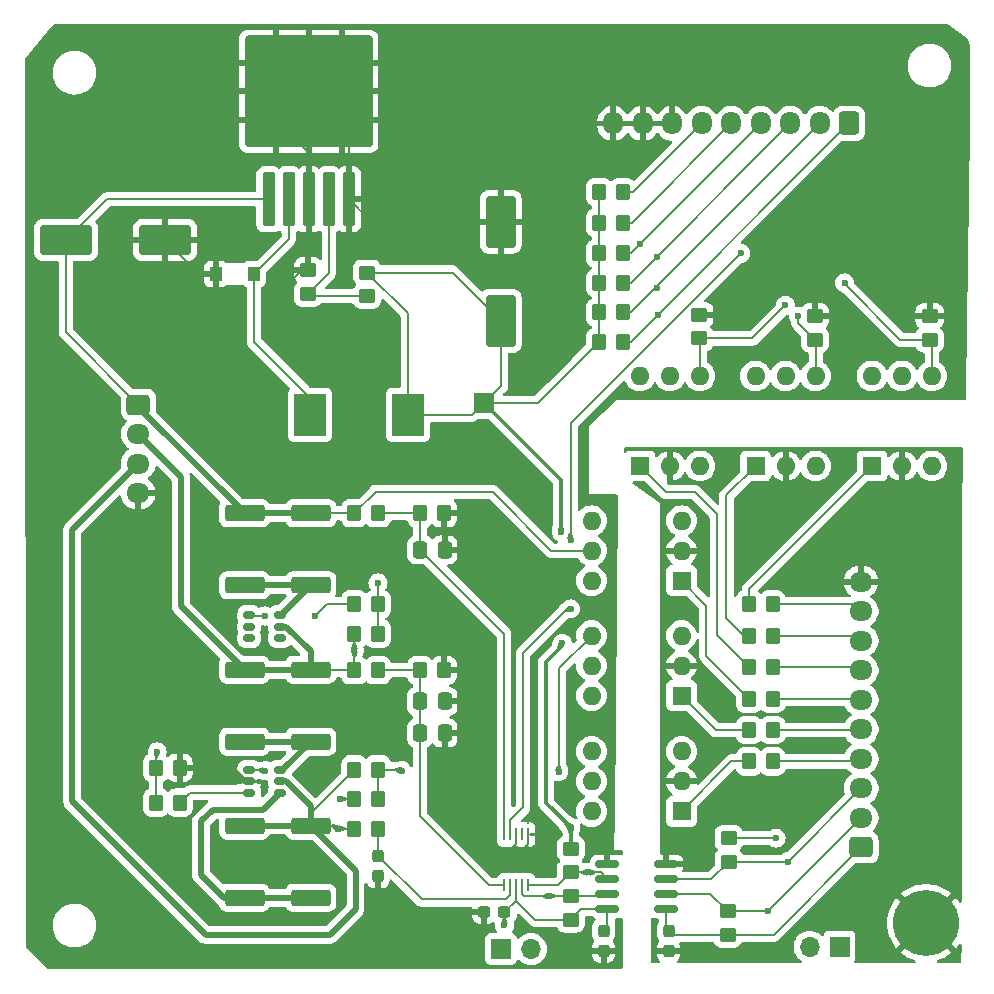
<source format=gbr>
%TF.GenerationSoftware,KiCad,Pcbnew,8.0.4*%
%TF.CreationDate,2024-12-25T17:02:42+05:30*%
%TF.ProjectId,BMS,424d532e-6b69-4636-9164-5f7063625858,rev?*%
%TF.SameCoordinates,Original*%
%TF.FileFunction,Copper,L1,Top*%
%TF.FilePolarity,Positive*%
%FSLAX46Y46*%
G04 Gerber Fmt 4.6, Leading zero omitted, Abs format (unit mm)*
G04 Created by KiCad (PCBNEW 8.0.4) date 2024-12-25 17:02:42*
%MOMM*%
%LPD*%
G01*
G04 APERTURE LIST*
G04 Aperture macros list*
%AMRoundRect*
0 Rectangle with rounded corners*
0 $1 Rounding radius*
0 $2 $3 $4 $5 $6 $7 $8 $9 X,Y pos of 4 corners*
0 Add a 4 corners polygon primitive as box body*
4,1,4,$2,$3,$4,$5,$6,$7,$8,$9,$2,$3,0*
0 Add four circle primitives for the rounded corners*
1,1,$1+$1,$2,$3*
1,1,$1+$1,$4,$5*
1,1,$1+$1,$6,$7*
1,1,$1+$1,$8,$9*
0 Add four rect primitives between the rounded corners*
20,1,$1+$1,$2,$3,$4,$5,0*
20,1,$1+$1,$4,$5,$6,$7,0*
20,1,$1+$1,$6,$7,$8,$9,0*
20,1,$1+$1,$8,$9,$2,$3,0*%
G04 Aperture macros list end*
%TA.AperFunction,SMDPad,CuDef*%
%ADD10RoundRect,0.237500X-0.237500X0.300000X-0.237500X-0.300000X0.237500X-0.300000X0.237500X0.300000X0*%
%TD*%
%TA.AperFunction,ComponentPad*%
%ADD11R,1.600000X1.600000*%
%TD*%
%TA.AperFunction,ComponentPad*%
%ADD12O,1.600000X1.600000*%
%TD*%
%TA.AperFunction,SMDPad,CuDef*%
%ADD13RoundRect,0.250000X1.000000X-1.950000X1.000000X1.950000X-1.000000X1.950000X-1.000000X-1.950000X0*%
%TD*%
%TA.AperFunction,SMDPad,CuDef*%
%ADD14RoundRect,0.250000X0.350000X0.450000X-0.350000X0.450000X-0.350000X-0.450000X0.350000X-0.450000X0*%
%TD*%
%TA.AperFunction,SMDPad,CuDef*%
%ADD15RoundRect,0.250000X-0.350000X-0.450000X0.350000X-0.450000X0.350000X0.450000X-0.350000X0.450000X0*%
%TD*%
%TA.AperFunction,SMDPad,CuDef*%
%ADD16R,2.700000X3.600000*%
%TD*%
%TA.AperFunction,SMDPad,CuDef*%
%ADD17RoundRect,0.249999X-1.425001X0.450001X-1.425001X-0.450001X1.425001X-0.450001X1.425001X0.450001X0*%
%TD*%
%TA.AperFunction,SMDPad,CuDef*%
%ADD18RoundRect,0.250000X-1.950000X-1.000000X1.950000X-1.000000X1.950000X1.000000X-1.950000X1.000000X0*%
%TD*%
%TA.AperFunction,SMDPad,CuDef*%
%ADD19RoundRect,0.250000X0.450000X-0.350000X0.450000X0.350000X-0.450000X0.350000X-0.450000X-0.350000X0*%
%TD*%
%TA.AperFunction,SMDPad,CuDef*%
%ADD20RoundRect,0.237500X0.300000X0.237500X-0.300000X0.237500X-0.300000X-0.237500X0.300000X-0.237500X0*%
%TD*%
%TA.AperFunction,SMDPad,CuDef*%
%ADD21RoundRect,0.150000X0.825000X0.150000X-0.825000X0.150000X-0.825000X-0.150000X0.825000X-0.150000X0*%
%TD*%
%TA.AperFunction,SMDPad,CuDef*%
%ADD22R,1.041400X1.193800*%
%TD*%
%TA.AperFunction,SMDPad,CuDef*%
%ADD23RoundRect,0.175000X-0.325000X-0.175000X0.325000X-0.175000X0.325000X0.175000X-0.325000X0.175000X0*%
%TD*%
%TA.AperFunction,SMDPad,CuDef*%
%ADD24RoundRect,0.250000X-0.337500X-0.475000X0.337500X-0.475000X0.337500X0.475000X-0.337500X0.475000X0*%
%TD*%
%TA.AperFunction,ComponentPad*%
%ADD25R,1.700000X1.700000*%
%TD*%
%TA.AperFunction,ComponentPad*%
%ADD26RoundRect,0.250000X-0.725000X0.600000X-0.725000X-0.600000X0.725000X-0.600000X0.725000X0.600000X0*%
%TD*%
%TA.AperFunction,ComponentPad*%
%ADD27O,1.950000X1.700000*%
%TD*%
%TA.AperFunction,ComponentPad*%
%ADD28C,5.600000*%
%TD*%
%TA.AperFunction,SMDPad,CuDef*%
%ADD29RoundRect,0.250000X-0.450000X0.350000X-0.450000X-0.350000X0.450000X-0.350000X0.450000X0.350000X0*%
%TD*%
%TA.AperFunction,ComponentPad*%
%ADD30RoundRect,0.250000X0.725000X-0.600000X0.725000X0.600000X-0.725000X0.600000X-0.725000X-0.600000X0*%
%TD*%
%TA.AperFunction,SMDPad,CuDef*%
%ADD31RoundRect,0.250000X0.300000X-2.050000X0.300000X2.050000X-0.300000X2.050000X-0.300000X-2.050000X0*%
%TD*%
%TA.AperFunction,SMDPad,CuDef*%
%ADD32RoundRect,0.250000X2.375000X-2.025000X2.375000X2.025000X-2.375000X2.025000X-2.375000X-2.025000X0*%
%TD*%
%TA.AperFunction,SMDPad,CuDef*%
%ADD33RoundRect,0.250002X5.149998X-4.449998X5.149998X4.449998X-5.149998X4.449998X-5.149998X-4.449998X0*%
%TD*%
%TA.AperFunction,SMDPad,CuDef*%
%ADD34R,0.250000X1.100000*%
%TD*%
%TA.AperFunction,ComponentPad*%
%ADD35RoundRect,0.250000X0.600000X0.725000X-0.600000X0.725000X-0.600000X-0.725000X0.600000X-0.725000X0*%
%TD*%
%TA.AperFunction,ComponentPad*%
%ADD36O,1.700000X1.950000*%
%TD*%
%TA.AperFunction,ComponentPad*%
%ADD37O,1.700000X1.700000*%
%TD*%
%TA.AperFunction,ViaPad*%
%ADD38C,0.600000*%
%TD*%
%TA.AperFunction,Conductor*%
%ADD39C,0.200000*%
%TD*%
%TA.AperFunction,Conductor*%
%ADD40C,0.500000*%
%TD*%
%TA.AperFunction,Conductor*%
%ADD41C,0.350000*%
%TD*%
G04 APERTURE END LIST*
D10*
%TO.P,C8,1*%
%TO.N,+5V*%
X160700000Y-130737500D03*
%TO.P,C8,2*%
%TO.N,S2*%
X160700000Y-132462500D03*
%TD*%
D11*
%TO.P,U13,1*%
%TO.N,Net-(R47-Pad1)*%
X173575000Y-91400000D03*
D12*
%TO.P,U13,2*%
%TO.N,GND1*%
X176115000Y-91400000D03*
%TO.P,U13,3,NC*%
%TO.N,unconnected-(U13-NC-Pad3)*%
X178655000Y-91400000D03*
%TO.P,U13,4*%
%TO.N,Net-(U11-S1)*%
X178655000Y-83780000D03*
%TO.P,U13,5*%
%TO.N,+5V*%
X176115000Y-83780000D03*
%TO.P,U13,6*%
%TO.N,unconnected-(U13-Pad6)*%
X173575000Y-83780000D03*
%TD*%
D13*
%TO.P,C3,1*%
%TO.N,+5V*%
X152004200Y-79114200D03*
%TO.P,C3,2*%
%TO.N,S2*%
X152004200Y-70714200D03*
%TD*%
D14*
%TO.P,R10,1*%
%TO.N,S2*%
X124800000Y-116950000D03*
%TO.P,R10,2*%
%TO.N,Net-(R10-Pad2)*%
X122800000Y-116950000D03*
%TD*%
D15*
%TO.P,R15,1*%
%TO.N,B3+*%
X139600000Y-117100000D03*
%TO.P,R15,2*%
%TO.N,Net-(R15-Pad2)*%
X141600000Y-117100000D03*
%TD*%
%TO.P,R5,1*%
%TO.N,B2+*%
X139600000Y-108700000D03*
%TO.P,R5,2*%
%TO.N,V2*%
X141600000Y-108700000D03*
%TD*%
D11*
%TO.P,U12,1*%
%TO.N,Net-(R46-Pad1)*%
X163775000Y-91400000D03*
D12*
%TO.P,U12,2*%
%TO.N,GND1*%
X166315000Y-91400000D03*
%TO.P,U12,3,NC*%
%TO.N,unconnected-(U12-NC-Pad3)*%
X168855000Y-91400000D03*
%TO.P,U12,4*%
%TO.N,Net-(U11-S0)*%
X168855000Y-83780000D03*
%TO.P,U12,5*%
%TO.N,+5V*%
X166315000Y-83780000D03*
%TO.P,U12,6*%
%TO.N,unconnected-(U12-Pad6)*%
X163775000Y-83780000D03*
%TD*%
D16*
%TO.P,L1,1,1*%
%TO.N,Net-(D1-K)*%
X135824200Y-87064200D03*
%TO.P,L1,2,2*%
%TO.N,+5V*%
X144124200Y-87064200D03*
%TD*%
D15*
%TO.P,R8,1*%
%TO.N,V1*%
X145170000Y-95400000D03*
%TO.P,R8,2*%
%TO.N,S2*%
X147170000Y-95400000D03*
%TD*%
%TO.P,R42,1*%
%TO.N,+5V*%
X160300000Y-70800000D03*
%TO.P,R42,2*%
%TO.N,A5*%
X162300000Y-70800000D03*
%TD*%
D17*
%TO.P,R3,1*%
%TO.N,B3+*%
X135900000Y-121850000D03*
%TO.P,R3,2*%
%TO.N,D2*%
X135900000Y-127950000D03*
%TD*%
D18*
%TO.P,C1,1*%
%TO.N,B1+*%
X115184200Y-72264200D03*
%TO.P,C1,2*%
%TO.N,S2*%
X123584200Y-72264200D03*
%TD*%
D10*
%TO.P,C9,1*%
%TO.N,+3.3V*%
X166200000Y-130737500D03*
%TO.P,C9,2*%
%TO.N,GND1*%
X166200000Y-132462500D03*
%TD*%
D15*
%TO.P,R14,1*%
%TO.N,B3+*%
X139600000Y-122100000D03*
%TO.P,R14,2*%
%TO.N,V3*%
X141600000Y-122100000D03*
%TD*%
D17*
%TO.P,R4,1*%
%TO.N,B1+*%
X130300000Y-95400000D03*
%TO.P,R4,2*%
%TO.N,Net-(Q2-D1)*%
X130300000Y-101500000D03*
%TD*%
D19*
%TO.P,R24,1*%
%TO.N,SCL*%
X171300000Y-124900000D03*
%TO.P,R24,2*%
%TO.N,+3.3V*%
X171300000Y-122900000D03*
%TD*%
D17*
%TO.P,R25,1*%
%TO.N,B2+*%
X130300000Y-108650000D03*
%TO.P,R25,2*%
%TO.N,Net-(Q3-D1)*%
X130300000Y-114750000D03*
%TD*%
D15*
%TO.P,R18,1*%
%TO.N,B2+*%
X139600000Y-105600000D03*
%TO.P,R18,2*%
%TO.N,Net-(R17-Pad2)*%
X141600000Y-105600000D03*
%TD*%
D20*
%TO.P,C7,1*%
%TO.N,+5V*%
X152300000Y-129200000D03*
%TO.P,C7,2*%
%TO.N,S2*%
X150575000Y-129200000D03*
%TD*%
D11*
%TO.P,U6,1*%
%TO.N,Net-(R11-Pad1)*%
X167300000Y-120640000D03*
D12*
%TO.P,U6,2*%
%TO.N,GND1*%
X167300000Y-118100000D03*
%TO.P,U6,3,NC*%
%TO.N,unconnected-(U6-NC-Pad3)*%
X167300000Y-115560000D03*
%TO.P,U6,4*%
%TO.N,Net-(R10-Pad2)*%
X159680000Y-115560000D03*
%TO.P,U6,5*%
%TO.N,B3+*%
X159680000Y-118100000D03*
%TO.P,U6,6*%
%TO.N,unconnected-(U6-Pad6)*%
X159680000Y-120640000D03*
%TD*%
D21*
%TO.P,U7,1,VCC1*%
%TO.N,+3.3V*%
X165975000Y-128905000D03*
%TO.P,U7,2,SDA1*%
%TO.N,SDA*%
X165975000Y-127635000D03*
%TO.P,U7,3,SCL1*%
%TO.N,SCL*%
X165975000Y-126365000D03*
%TO.P,U7,4,GND1*%
%TO.N,GND1*%
X165975000Y-125095000D03*
%TO.P,U7,5,GND2*%
%TO.N,S2*%
X161025000Y-125095000D03*
%TO.P,U7,6,SCL2*%
%TO.N,Net-(J3-Pin_2)*%
X161025000Y-126365000D03*
%TO.P,U7,7,SDA2*%
%TO.N,Net-(J8-Pin_1)*%
X161025000Y-127635000D03*
%TO.P,U7,8,VCC2*%
%TO.N,+5V*%
X161025000Y-128905000D03*
%TD*%
D19*
%TO.P,R43,1*%
%TO.N,Net-(U11-S0)*%
X168800000Y-80600000D03*
%TO.P,R43,2*%
%TO.N,S2*%
X168800000Y-78600000D03*
%TD*%
D22*
%TO.P,D1,1,K*%
%TO.N,Net-(D1-K)*%
X131100000Y-75144200D03*
%TO.P,D1,2,A*%
%TO.N,S2*%
X127874200Y-75144200D03*
%TD*%
D15*
%TO.P,R37,1*%
%TO.N,+5V*%
X160300000Y-80900000D03*
%TO.P,R37,2*%
%TO.N,A0*%
X162300000Y-80900000D03*
%TD*%
%TO.P,R6,1*%
%TO.N,V2*%
X145170000Y-108700000D03*
%TO.P,R6,2*%
%TO.N,S2*%
X147170000Y-108700000D03*
%TD*%
D23*
%TO.P,Q3,1,G1*%
%TO.N,Net-(Q3-G1)*%
X130700000Y-117150000D03*
%TO.P,Q3,2,S2*%
%TO.N,S2*%
X130700000Y-118100000D03*
%TO.P,Q3,3,G2*%
%TO.N,G2*%
X130700000Y-119050000D03*
%TO.P,Q3,4,D2*%
%TO.N,D2*%
X133300000Y-119050000D03*
%TO.P,Q3,5,S1*%
%TO.N,B3+*%
X133300000Y-118100000D03*
%TO.P,Q3,6,D1*%
%TO.N,Net-(Q3-D1)*%
X133300000Y-117150000D03*
%TD*%
D19*
%TO.P,R13,1*%
%TO.N,Net-(U1-FB)*%
X135664200Y-76824200D03*
%TO.P,R13,2*%
%TO.N,S2*%
X135664200Y-74824200D03*
%TD*%
D24*
%TO.P,C2,1*%
%TO.N,V2*%
X145162500Y-111335000D03*
%TO.P,C2,2*%
%TO.N,S2*%
X147237500Y-111335000D03*
%TD*%
D15*
%TO.P,R16,1*%
%TO.N,Net-(Q3-G1)*%
X139600000Y-119600000D03*
%TO.P,R16,2*%
%TO.N,Net-(R15-Pad2)*%
X141600000Y-119600000D03*
%TD*%
D25*
%TO.P,J11,1,Pin_1*%
%TO.N,+5V*%
X150564200Y-86064200D03*
%TD*%
D26*
%TO.P,J1,1,Pin_1*%
%TO.N,B1+*%
X121300000Y-86200000D03*
D27*
%TO.P,J1,2,Pin_2*%
%TO.N,B2+*%
X121300000Y-88700000D03*
%TO.P,J1,3,Pin_3*%
%TO.N,B3+*%
X121300000Y-91200000D03*
%TO.P,J1,4,Pin_4*%
%TO.N,S2*%
X121300000Y-93700000D03*
%TD*%
D19*
%TO.P,R45,1*%
%TO.N,Net-(U11-S2)*%
X188300000Y-80700000D03*
%TO.P,R45,2*%
%TO.N,S2*%
X188300000Y-78700000D03*
%TD*%
D24*
%TO.P,C4,1*%
%TO.N,V1*%
X145162500Y-98500000D03*
%TO.P,C4,2*%
%TO.N,S2*%
X147237500Y-98500000D03*
%TD*%
D15*
%TO.P,R48,1*%
%TO.N,Net-(R48-Pad1)*%
X173000000Y-103120000D03*
%TO.P,R48,2*%
%TO.N,Sel2*%
X175000000Y-103120000D03*
%TD*%
%TO.P,R7,1*%
%TO.N,B1+*%
X139600000Y-95400000D03*
%TO.P,R7,2*%
%TO.N,V1*%
X141600000Y-95400000D03*
%TD*%
D24*
%TO.P,C5,1*%
%TO.N,V2*%
X145162500Y-114000000D03*
%TO.P,C5,2*%
%TO.N,S2*%
X147237500Y-114000000D03*
%TD*%
D28*
%TO.P,H4,1,1*%
%TO.N,GND1*%
X188000000Y-130100000D03*
%TD*%
D17*
%TO.P,R1,1*%
%TO.N,B1+*%
X135900000Y-95400000D03*
%TO.P,R1,2*%
%TO.N,Net-(Q2-D1)*%
X135900000Y-101500000D03*
%TD*%
D29*
%TO.P,R23,1*%
%TO.N,SDA*%
X171200000Y-129100000D03*
%TO.P,R23,2*%
%TO.N,+3.3V*%
X171200000Y-131100000D03*
%TD*%
D15*
%TO.P,R39,1*%
%TO.N,+5V*%
X160300000Y-75900000D03*
%TO.P,R39,2*%
%TO.N,A2*%
X162300000Y-75900000D03*
%TD*%
%TO.P,R40,1*%
%TO.N,+5V*%
X160300000Y-73400000D03*
%TO.P,R40,2*%
%TO.N,A3*%
X162300000Y-73400000D03*
%TD*%
%TO.P,R11,1*%
%TO.N,Net-(R11-Pad1)*%
X173000000Y-116420000D03*
%TO.P,R11,2*%
%TO.N,balance3*%
X175000000Y-116420000D03*
%TD*%
%TO.P,R38,1*%
%TO.N,+5V*%
X160300000Y-78400000D03*
%TO.P,R38,2*%
%TO.N,A1*%
X162300000Y-78400000D03*
%TD*%
D29*
%TO.P,R21,1*%
%TO.N,Net-(J8-Pin_1)*%
X157900000Y-127800000D03*
%TO.P,R21,2*%
%TO.N,+5V*%
X157900000Y-129800000D03*
%TD*%
D19*
%TO.P,R44,1*%
%TO.N,Net-(U11-S1)*%
X178600000Y-80700000D03*
%TO.P,R44,2*%
%TO.N,S2*%
X178600000Y-78700000D03*
%TD*%
D15*
%TO.P,R17,1*%
%TO.N,Net-(Q2-G1)*%
X139600000Y-103100000D03*
%TO.P,R17,2*%
%TO.N,Net-(R17-Pad2)*%
X141600000Y-103100000D03*
%TD*%
D14*
%TO.P,R9,1*%
%TO.N,G2*%
X124800000Y-119900000D03*
%TO.P,R9,2*%
%TO.N,Net-(R10-Pad2)*%
X122800000Y-119900000D03*
%TD*%
D15*
%TO.P,R47,1*%
%TO.N,Net-(R47-Pad1)*%
X173000000Y-105780000D03*
%TO.P,R47,2*%
%TO.N,Sel1*%
X175000000Y-105780000D03*
%TD*%
D11*
%TO.P,U14,1*%
%TO.N,Net-(R48-Pad1)*%
X183420000Y-91400000D03*
D12*
%TO.P,U14,2*%
%TO.N,GND1*%
X185960000Y-91400000D03*
%TO.P,U14,3,NC*%
%TO.N,unconnected-(U14-NC-Pad3)*%
X188500000Y-91400000D03*
%TO.P,U14,4*%
%TO.N,Net-(U11-S2)*%
X188500000Y-83780000D03*
%TO.P,U14,5*%
%TO.N,+5V*%
X185960000Y-83780000D03*
%TO.P,U14,6*%
%TO.N,unconnected-(U14-Pad6)*%
X183420000Y-83780000D03*
%TD*%
D30*
%TO.P,J2,1,Pin_1*%
%TO.N,+3.3V*%
X182500000Y-123700000D03*
D27*
%TO.P,J2,2,Pin_2*%
%TO.N,SDA*%
X182500000Y-121200000D03*
%TO.P,J2,3,Pin_3*%
%TO.N,SCL*%
X182500000Y-118700000D03*
%TO.P,J2,4,Pin_4*%
%TO.N,balance3*%
X182500000Y-116200000D03*
%TO.P,J2,5,Pin_5*%
%TO.N,balance2*%
X182500000Y-113700000D03*
%TO.P,J2,6,Pin_6*%
%TO.N,balance1*%
X182500000Y-111200000D03*
%TO.P,J2,7,Pin_7*%
%TO.N,Sel0*%
X182500000Y-108700000D03*
%TO.P,J2,8,Pin_8*%
%TO.N,Sel1*%
X182500000Y-106200000D03*
%TO.P,J2,9,Pin_9*%
%TO.N,Sel2*%
X182500000Y-103700000D03*
%TO.P,J2,10,Pin_10*%
%TO.N,GND1*%
X182500000Y-101200000D03*
%TD*%
D15*
%TO.P,R20,1*%
%TO.N,Net-(R20-Pad1)*%
X173000000Y-111100000D03*
%TO.P,R20,2*%
%TO.N,balance1*%
X175000000Y-111100000D03*
%TD*%
D31*
%TO.P,U1,1,VIN*%
%TO.N,B1+*%
X132339200Y-68829200D03*
%TO.P,U1,2,OUT*%
%TO.N,Net-(D1-K)*%
X134039200Y-68829200D03*
%TO.P,U1,3,GND*%
%TO.N,S2*%
X135739200Y-68829200D03*
D32*
X132964200Y-62104200D03*
X138514200Y-62104200D03*
D33*
X135739200Y-59679200D03*
D32*
X132964200Y-57254200D03*
X138514200Y-57254200D03*
D31*
%TO.P,U1,4,FB*%
%TO.N,Net-(U1-FB)*%
X137439200Y-68829200D03*
%TO.P,U1,5,~{ON}/OFF*%
%TO.N,S2*%
X139139200Y-68829200D03*
%TD*%
D34*
%TO.P,U3,1,ADDR*%
%TO.N,S2*%
X154300000Y-122600000D03*
%TO.P,U3,2,ALERT/RDY*%
%TO.N,unconnected-(U3-ALERT{slash}RDY-Pad2)*%
X153800000Y-122600000D03*
%TO.P,U3,3,GND*%
%TO.N,S2*%
X153300000Y-122600000D03*
%TO.P,U3,4,AIN0*%
%TO.N,TempOut*%
X152800000Y-122600000D03*
%TO.P,U3,5,AIN1*%
%TO.N,V1*%
X152300000Y-122600000D03*
%TO.P,U3,6,AIN2*%
%TO.N,V2*%
X152300000Y-126900000D03*
%TO.P,U3,7,AIN3*%
%TO.N,V3*%
X152800000Y-126900000D03*
%TO.P,U3,8,VDD*%
%TO.N,+5V*%
X153300000Y-126900000D03*
%TO.P,U3,9,SDA*%
%TO.N,Net-(J8-Pin_1)*%
X153800000Y-126900000D03*
%TO.P,U3,10,SCL*%
%TO.N,Net-(J3-Pin_2)*%
X154300000Y-126900000D03*
%TD*%
D15*
%TO.P,R46,1*%
%TO.N,Net-(R46-Pad1)*%
X173000000Y-108440000D03*
%TO.P,R46,2*%
%TO.N,Sel0*%
X175000000Y-108440000D03*
%TD*%
D17*
%TO.P,R2,1*%
%TO.N,B2+*%
X135900000Y-108650000D03*
%TO.P,R2,2*%
%TO.N,Net-(Q3-D1)*%
X135900000Y-114750000D03*
%TD*%
D35*
%TO.P,J7,1,Pin_1*%
%TO.N,A0*%
X181500000Y-62400000D03*
D36*
%TO.P,J7,2,Pin_2*%
%TO.N,A1*%
X179000000Y-62400000D03*
%TO.P,J7,3,Pin_3*%
%TO.N,A2*%
X176500000Y-62400000D03*
%TO.P,J7,4,Pin_4*%
%TO.N,A3*%
X174000000Y-62400000D03*
%TO.P,J7,5,Pin_5*%
%TO.N,A5*%
X171500000Y-62400000D03*
%TO.P,J7,6,Pin_6*%
%TO.N,A4*%
X169000000Y-62400000D03*
%TO.P,J7,7,Pin_7*%
%TO.N,S2*%
X166500000Y-62400000D03*
%TO.P,J7,8,Pin_8*%
X164000000Y-62400000D03*
%TO.P,J7,9,Pin_9*%
X161500000Y-62400000D03*
%TD*%
D11*
%TO.P,U5,1*%
%TO.N,Net-(R19-Pad1)*%
X167300000Y-110840000D03*
D12*
%TO.P,U5,2*%
%TO.N,GND1*%
X167300000Y-108300000D03*
%TO.P,U5,3,NC*%
%TO.N,unconnected-(U5-NC-Pad3)*%
X167300000Y-105760000D03*
%TO.P,U5,4*%
%TO.N,Net-(R15-Pad2)*%
X159680000Y-105760000D03*
%TO.P,U5,5*%
%TO.N,B2+*%
X159680000Y-108300000D03*
%TO.P,U5,6*%
%TO.N,unconnected-(U5-Pad6)*%
X159680000Y-110840000D03*
%TD*%
D23*
%TO.P,Q2,1,G1*%
%TO.N,Net-(Q2-G1)*%
X130700000Y-104050000D03*
%TO.P,Q2,2,S2*%
%TO.N,unconnected-(Q2-S2-Pad2)*%
X130700000Y-105000000D03*
%TO.P,Q2,3,G2*%
%TO.N,unconnected-(Q2-G2-Pad3)*%
X130700000Y-105950000D03*
%TO.P,Q2,4,D2*%
%TO.N,unconnected-(Q2-D2-Pad4)*%
X133300000Y-105950000D03*
%TO.P,Q2,5,S1*%
%TO.N,B2+*%
X133300000Y-105000000D03*
%TO.P,Q2,6,D1*%
%TO.N,Net-(Q2-D1)*%
X133300000Y-104050000D03*
%TD*%
D29*
%TO.P,R12,1*%
%TO.N,+5V*%
X140664200Y-75024200D03*
%TO.P,R12,2*%
%TO.N,Net-(U1-FB)*%
X140664200Y-77024200D03*
%TD*%
D10*
%TO.P,C6,1*%
%TO.N,V3*%
X141600000Y-124400000D03*
%TO.P,C6,2*%
%TO.N,S2*%
X141600000Y-126125000D03*
%TD*%
D19*
%TO.P,R22,1*%
%TO.N,Net-(J3-Pin_2)*%
X157925000Y-125800000D03*
%TO.P,R22,2*%
%TO.N,+5V*%
X157925000Y-123800000D03*
%TD*%
D15*
%TO.P,R19,1*%
%TO.N,Net-(R19-Pad1)*%
X173000000Y-113760000D03*
%TO.P,R19,2*%
%TO.N,balance2*%
X175000000Y-113760000D03*
%TD*%
%TO.P,R41,1*%
%TO.N,+5V*%
X160300000Y-68200000D03*
%TO.P,R41,2*%
%TO.N,A4*%
X162300000Y-68200000D03*
%TD*%
D17*
%TO.P,R26,1*%
%TO.N,B3+*%
X130300000Y-121850000D03*
%TO.P,R26,2*%
%TO.N,D2*%
X130300000Y-127950000D03*
%TD*%
D11*
%TO.P,U4,1*%
%TO.N,Net-(R20-Pad1)*%
X167300000Y-101115000D03*
D12*
%TO.P,U4,2*%
%TO.N,GND1*%
X167300000Y-98575000D03*
%TO.P,U4,3,NC*%
%TO.N,unconnected-(U4-NC-Pad3)*%
X167300000Y-96035000D03*
%TO.P,U4,4*%
%TO.N,Net-(R17-Pad2)*%
X159680000Y-96035000D03*
%TO.P,U4,5*%
%TO.N,B1+*%
X159680000Y-98575000D03*
%TO.P,U4,6*%
%TO.N,unconnected-(U4-Pad6)*%
X159680000Y-101115000D03*
%TD*%
D25*
%TO.P,J8,1,Pin_1*%
%TO.N,Net-(J8-Pin_1)*%
X152025000Y-132300000D03*
D37*
%TO.P,J8,2,Pin_2*%
%TO.N,SDA*%
X154565000Y-132300000D03*
%TD*%
D25*
%TO.P,J3,1,Pin_1*%
%TO.N,SCL*%
X180675000Y-132100000D03*
D37*
%TO.P,J3,2,Pin_2*%
%TO.N,Net-(J3-Pin_2)*%
X178135000Y-132100000D03*
%TD*%
D38*
%TO.N,+5V*%
X157200000Y-106400000D03*
X152300000Y-130300000D03*
X157900000Y-122000000D03*
X157100000Y-97000000D03*
%TO.N,+3.3V*%
X175300000Y-122900000D03*
%TO.N,B2+*%
X139600000Y-107000000D03*
%TO.N,B3+*%
X138200000Y-122100000D03*
%TO.N,SDA*%
X174600000Y-129100000D03*
%TO.N,SCL*%
X176300000Y-124900000D03*
%TO.N,Net-(J3-Pin_2)*%
X159400000Y-125800000D03*
%TO.N,A3*%
X163800000Y-72600000D03*
%TO.N,A1*%
X165200000Y-76300000D03*
%TO.N,A0*%
X165300000Y-78600000D03*
%TO.N,A2*%
X165200000Y-73700000D03*
%TO.N,Net-(J8-Pin_1)*%
X156100000Y-127800000D03*
%TO.N,Net-(Q2-G1)*%
X136300000Y-104100000D03*
X132000000Y-104100000D03*
%TO.N,Net-(Q3-G1)*%
X138400000Y-119600000D03*
X132000000Y-117200000D03*
%TO.N,Net-(R10-Pad2)*%
X122900000Y-115600000D03*
%TO.N,Net-(R15-Pad2)*%
X143600000Y-117200000D03*
X156900000Y-117300000D03*
%TO.N,Net-(R17-Pad2)*%
X141600000Y-101300000D03*
%TO.N,Net-(U11-S0)*%
X176100000Y-77800000D03*
%TO.N,Net-(U11-S1)*%
X177200000Y-78700000D03*
%TO.N,Net-(U11-S2)*%
X181100000Y-75900000D03*
%TO.N,TempOut*%
X172300000Y-73400000D03*
X157900000Y-103500000D03*
X157900000Y-97700000D03*
%TO.N,S2*%
X126800000Y-102200000D03*
X128000000Y-62440000D03*
X126800000Y-98100000D03*
X143400000Y-59750000D03*
X130500000Y-83400000D03*
X129000000Y-89800000D03*
X129134200Y-77554200D03*
X128000000Y-64200000D03*
X143400000Y-55800000D03*
X162800000Y-59900000D03*
X129000000Y-83400000D03*
X150800000Y-108600000D03*
X126800000Y-97100000D03*
X165300000Y-59900000D03*
X143400000Y-57775000D03*
X128000000Y-57160000D03*
X143400000Y-63700000D03*
X126800000Y-94900000D03*
X126800000Y-100700000D03*
X128000000Y-60680000D03*
X126800000Y-99300000D03*
X150800000Y-111400000D03*
X126800000Y-96000000D03*
X162600000Y-65000000D03*
X150800000Y-114400000D03*
X182000000Y-79600000D03*
X130300000Y-89800000D03*
X143400000Y-61725000D03*
X132464200Y-77514200D03*
X128000000Y-58920000D03*
X150800000Y-110100000D03*
X188300000Y-76700000D03*
X150800000Y-112800000D03*
X128000000Y-55400000D03*
%TD*%
D39*
%TO.N,B1+*%
X156275000Y-98575000D02*
X151300000Y-93600000D01*
X115184200Y-72264200D02*
X118619200Y-68829200D01*
X118619200Y-68829200D02*
X132339200Y-68829200D01*
D40*
X135900000Y-95400000D02*
X130300000Y-95400000D01*
D39*
X141400000Y-93600000D02*
X139600000Y-95400000D01*
X121300000Y-86200000D02*
X115184200Y-80084200D01*
X159680000Y-98575000D02*
X156275000Y-98575000D01*
X115184200Y-80084200D02*
X115184200Y-72264200D01*
X139600000Y-95400000D02*
X135900000Y-95400000D01*
X121300000Y-86200000D02*
X121300000Y-86400000D01*
D40*
X121300000Y-86400000D02*
X130300000Y-95400000D01*
D39*
X114234200Y-73214200D02*
X115184200Y-72264200D01*
X151300000Y-93600000D02*
X141400000Y-93600000D01*
%TO.N,V2*%
X151000000Y-126900000D02*
X145162500Y-121062500D01*
X141600000Y-108700000D02*
X145170000Y-108700000D01*
X145170000Y-108700000D02*
X145170000Y-113992500D01*
X152300000Y-126900000D02*
X151000000Y-126900000D01*
X145162500Y-121062500D02*
X145162500Y-114000000D01*
X145170000Y-113992500D02*
X145162500Y-114000000D01*
%TO.N,V1*%
X145170000Y-95400000D02*
X145170000Y-98492500D01*
X141600000Y-95400000D02*
X145170000Y-95400000D01*
X152300000Y-105637500D02*
X152300000Y-122600000D01*
X145170000Y-98492500D02*
X145162500Y-98500000D01*
X145162500Y-98500000D02*
X152300000Y-105637500D01*
%TO.N,V3*%
X152800000Y-126900000D02*
X152800000Y-127700000D01*
X152800000Y-127700000D02*
X152400000Y-128100000D01*
X145300000Y-128100000D02*
X141600000Y-124400000D01*
X141600000Y-122100000D02*
X141600000Y-124400000D01*
X152400000Y-128100000D02*
X145300000Y-128100000D01*
D41*
%TO.N,+5V*%
X155800000Y-108000000D02*
X155800000Y-119900000D01*
X150564200Y-86064200D02*
X157100000Y-92600000D01*
D39*
X157900000Y-122000000D02*
X157925000Y-122025000D01*
X144124200Y-78484200D02*
X144124200Y-87064200D01*
X152300000Y-130300000D02*
X152300000Y-130200000D01*
X152300000Y-129200000D02*
X152300000Y-130300000D01*
D41*
X157925000Y-123800000D02*
X157900000Y-122000000D01*
D39*
X157900000Y-129800000D02*
X154900000Y-129800000D01*
X149564200Y-87064200D02*
X150564200Y-86064200D01*
X152004200Y-79114200D02*
X147914200Y-75024200D01*
X161025000Y-130412500D02*
X160700000Y-130737500D01*
D41*
X157200000Y-106400000D02*
X157200000Y-106600000D01*
D39*
X158795000Y-128905000D02*
X157900000Y-129800000D01*
X144124200Y-87064200D02*
X149564200Y-87064200D01*
X154900000Y-129800000D02*
X153300000Y-128200000D01*
X140664200Y-75024200D02*
X144124200Y-78484200D01*
X155135800Y-86064200D02*
X150564200Y-86064200D01*
X161025000Y-128905000D02*
X158795000Y-128905000D01*
D41*
X157100000Y-97000000D02*
X157100000Y-96900000D01*
D39*
X147914200Y-75024200D02*
X140664200Y-75024200D01*
X153300000Y-128200000D02*
X153300000Y-126900000D01*
D41*
X157100000Y-92600000D02*
X157100000Y-93200000D01*
X157200000Y-106600000D02*
X155800000Y-108000000D01*
D39*
X161025000Y-128905000D02*
X161025000Y-130412500D01*
D41*
X155800000Y-119900000D02*
X157900000Y-122000000D01*
D39*
X160300000Y-80900000D02*
X160300000Y-68200000D01*
X152004200Y-84624200D02*
X150564200Y-86064200D01*
X152300000Y-129200000D02*
X153300000Y-128200000D01*
X152004200Y-79114200D02*
X152004200Y-84624200D01*
D41*
X157100000Y-93200000D02*
X157100000Y-97000000D01*
D39*
X155135800Y-86064200D02*
X160300000Y-80900000D01*
%TO.N,+3.3V*%
X175100000Y-131100000D02*
X171200000Y-131100000D01*
X165975000Y-130512500D02*
X166200000Y-130737500D01*
X166562500Y-131100000D02*
X166200000Y-130737500D01*
X171200000Y-131100000D02*
X166562500Y-131100000D01*
X182500000Y-123700000D02*
X175100000Y-131100000D01*
X171300000Y-122900000D02*
X175300000Y-122900000D01*
X165975000Y-128905000D02*
X165975000Y-130512500D01*
%TO.N,Net-(D1-K)*%
X134039200Y-72205000D02*
X134039200Y-68829200D01*
X131100000Y-80900000D02*
X131100000Y-75144200D01*
X135824200Y-87064200D02*
X135824200Y-85624200D01*
X135824200Y-85624200D02*
X131100000Y-80900000D01*
X131100000Y-75144200D02*
X134039200Y-72205000D01*
D40*
%TO.N,B2+*%
X130300000Y-108650000D02*
X135900000Y-108650000D01*
X133800000Y-105000000D02*
X135900000Y-107100000D01*
X121300000Y-88700000D02*
X124900000Y-92300000D01*
X124900000Y-103250000D02*
X130300000Y-108650000D01*
D39*
X139600000Y-107000000D02*
X139600000Y-108700000D01*
X139600000Y-108700000D02*
X135950000Y-108700000D01*
D40*
X124900000Y-92300000D02*
X124900000Y-103250000D01*
X135900000Y-107100000D02*
X135900000Y-108650000D01*
D39*
X135950000Y-108700000D02*
X135900000Y-108650000D01*
X139600000Y-107000000D02*
X139600000Y-105600000D01*
D40*
X133300000Y-105000000D02*
X133800000Y-105000000D01*
%TO.N,B3+*%
X133800000Y-118100000D02*
X135900000Y-120200000D01*
D39*
X137750000Y-121850000D02*
X135900000Y-121850000D01*
D40*
X139700000Y-125650000D02*
X139700000Y-128900000D01*
X127000000Y-131100000D02*
X115700000Y-119800000D01*
X135900000Y-120200000D02*
X135900000Y-121850000D01*
X130300000Y-121850000D02*
X135900000Y-121850000D01*
D39*
X139600000Y-117100000D02*
X135900000Y-120800000D01*
X139600000Y-122100000D02*
X138200000Y-122100000D01*
D40*
X115700000Y-119800000D02*
X115700000Y-96800000D01*
X133300000Y-118100000D02*
X133800000Y-118100000D01*
X135900000Y-121850000D02*
X139700000Y-125650000D01*
X137500000Y-131100000D02*
X127000000Y-131100000D01*
X139700000Y-128900000D02*
X137500000Y-131100000D01*
D39*
X135900000Y-120800000D02*
X135900000Y-121850000D01*
X136150000Y-122100000D02*
X135900000Y-121850000D01*
X138000000Y-122100000D02*
X137750000Y-121850000D01*
X138200000Y-122100000D02*
X138000000Y-122100000D01*
D40*
X115700000Y-96800000D02*
X121300000Y-91200000D01*
D39*
%TO.N,balance2*%
X182440000Y-113640000D02*
X182500000Y-113700000D01*
X182440000Y-113760000D02*
X182500000Y-113700000D01*
X175000000Y-113760000D02*
X182440000Y-113760000D01*
%TO.N,SDA*%
X174600000Y-129100000D02*
X182500000Y-121200000D01*
X165975000Y-127635000D02*
X169735000Y-127635000D01*
X171200000Y-129100000D02*
X174600000Y-129100000D01*
X169735000Y-127635000D02*
X171200000Y-129100000D01*
%TO.N,Sel1*%
X181960000Y-105660000D02*
X182500000Y-106200000D01*
X182080000Y-105780000D02*
X182500000Y-106200000D01*
X175000000Y-105780000D02*
X182080000Y-105780000D01*
%TO.N,SCL*%
X171300000Y-124900000D02*
X176300000Y-124900000D01*
X176300000Y-124900000D02*
X182500000Y-118700000D01*
X165975000Y-126365000D02*
X169835000Y-126365000D01*
X169835000Y-126365000D02*
X171300000Y-124900000D01*
%TO.N,balance3*%
X175000000Y-116420000D02*
X182280000Y-116420000D01*
X182280000Y-116420000D02*
X182500000Y-116200000D01*
%TO.N,balance1*%
X182400000Y-111100000D02*
X182500000Y-111200000D01*
X175000000Y-111100000D02*
X182400000Y-111100000D01*
X182280000Y-110980000D02*
X182500000Y-111200000D01*
%TO.N,Sel2*%
X175000000Y-103120000D02*
X181920000Y-103120000D01*
X181920000Y-103120000D02*
X182500000Y-103700000D01*
%TO.N,Net-(J3-Pin_2)*%
X159400000Y-125800000D02*
X160460000Y-125800000D01*
X154300000Y-126900000D02*
X156825000Y-126900000D01*
X157925000Y-125800000D02*
X159400000Y-125800000D01*
X160460000Y-125800000D02*
X161025000Y-126365000D01*
X156825000Y-126900000D02*
X157925000Y-125800000D01*
%TO.N,A4*%
X163200000Y-68200000D02*
X169000000Y-62400000D01*
X162300000Y-68200000D02*
X163200000Y-68200000D01*
%TO.N,A3*%
X163800000Y-72600000D02*
X174000000Y-62400000D01*
X163000000Y-73400000D02*
X163800000Y-72600000D01*
X162300000Y-73400000D02*
X163000000Y-73400000D01*
%TO.N,A1*%
X163000000Y-78400000D02*
X164200000Y-77200000D01*
X162300000Y-78400000D02*
X163000000Y-78400000D01*
X164200000Y-77200000D02*
X179000000Y-62400000D01*
%TO.N,A5*%
X163100000Y-70800000D02*
X171500000Y-62400000D01*
X162300000Y-70800000D02*
X163100000Y-70800000D01*
%TO.N,A0*%
X181500000Y-62400000D02*
X163000000Y-80900000D01*
X163000000Y-80900000D02*
X162300000Y-80900000D01*
%TO.N,A2*%
X163000000Y-75900000D02*
X176500000Y-62400000D01*
X162300000Y-75900000D02*
X163000000Y-75900000D01*
%TO.N,Net-(J8-Pin_1)*%
X157900000Y-127800000D02*
X156525000Y-127800000D01*
X157900000Y-127800000D02*
X160860000Y-127800000D01*
X153800000Y-126900000D02*
X153800000Y-127675000D01*
X156100000Y-127800000D02*
X157900000Y-127800000D01*
X153800000Y-127675000D02*
X153925000Y-127800000D01*
X160860000Y-127800000D02*
X161025000Y-127635000D01*
X153925000Y-127800000D02*
X156100000Y-127800000D01*
%TO.N,Net-(Q2-G1)*%
X130750000Y-104100000D02*
X130700000Y-104050000D01*
X137300000Y-103100000D02*
X136300000Y-104100000D01*
X139600000Y-103100000D02*
X137300000Y-103100000D01*
X132000000Y-104100000D02*
X130750000Y-104100000D01*
D40*
%TO.N,Net-(Q2-D1)*%
X130300000Y-101500000D02*
X135900000Y-101500000D01*
X133350000Y-104050000D02*
X135900000Y-101500000D01*
X133300000Y-104050000D02*
X133350000Y-104050000D01*
D39*
%TO.N,Net-(Q3-G1)*%
X139600000Y-119600000D02*
X138400000Y-119600000D01*
X130700000Y-117150000D02*
X131950000Y-117150000D01*
X131950000Y-117150000D02*
X132000000Y-117200000D01*
D40*
%TO.N,Net-(Q3-D1)*%
X133300000Y-117150000D02*
X133500000Y-117150000D01*
X133500000Y-117150000D02*
X135900000Y-114750000D01*
X130300000Y-114750000D02*
X135900000Y-114750000D01*
%TO.N,D2*%
X126600000Y-121500000D02*
X127600000Y-120500000D01*
X126600000Y-126000000D02*
X126600000Y-121500000D01*
X128550000Y-127950000D02*
X126600000Y-126000000D01*
X127600000Y-120500000D02*
X131850000Y-120500000D01*
X130300000Y-127950000D02*
X128550000Y-127950000D01*
X131850000Y-120500000D02*
X133300000Y-119050000D01*
X135900000Y-127950000D02*
X130300000Y-127950000D01*
D39*
%TO.N,G2*%
X130700000Y-119050000D02*
X125650000Y-119050000D01*
X125650000Y-119050000D02*
X124800000Y-119900000D01*
%TO.N,Net-(R10-Pad2)*%
X122800000Y-116950000D02*
X122800000Y-119900000D01*
X122800000Y-115700000D02*
X122900000Y-115600000D01*
X122800000Y-116950000D02*
X122800000Y-115700000D01*
%TO.N,Net-(R11-Pad1)*%
X171520000Y-116420000D02*
X167300000Y-120640000D01*
X173000000Y-116420000D02*
X171520000Y-116420000D01*
%TO.N,Net-(U1-FB)*%
X137439200Y-75049200D02*
X135664200Y-76824200D01*
X135864200Y-77024200D02*
X135664200Y-76824200D01*
X137439200Y-68829200D02*
X137439200Y-75049200D01*
X140664200Y-77024200D02*
X135864200Y-77024200D01*
%TO.N,Net-(R15-Pad2)*%
X141600000Y-117100000D02*
X143500000Y-117100000D01*
X143500000Y-117100000D02*
X143600000Y-117200000D01*
X141600000Y-117100000D02*
X141600000Y-119600000D01*
X156900000Y-108540000D02*
X159680000Y-105760000D01*
X156900000Y-117300000D02*
X156900000Y-108540000D01*
%TO.N,Net-(R17-Pad2)*%
X141600000Y-103100000D02*
X141600000Y-105600000D01*
X141600000Y-103100000D02*
X141600000Y-101300000D01*
%TO.N,Net-(R19-Pad1)*%
X170220000Y-113760000D02*
X167300000Y-110840000D01*
X173000000Y-113760000D02*
X170220000Y-113760000D01*
%TO.N,Net-(R20-Pad1)*%
X169400000Y-107500000D02*
X169400000Y-103215000D01*
X173000000Y-111100000D02*
X169400000Y-107500000D01*
X169400000Y-103215000D02*
X167300000Y-101115000D01*
%TO.N,Net-(U11-S0)*%
X173300000Y-80600000D02*
X176100000Y-77800000D01*
X168855000Y-83780000D02*
X168855000Y-80655000D01*
X168855000Y-80655000D02*
X168800000Y-80600000D01*
X168800000Y-80600000D02*
X173300000Y-80600000D01*
%TO.N,Net-(U11-S1)*%
X178655000Y-83780000D02*
X178655000Y-80755000D01*
X178655000Y-80755000D02*
X178600000Y-80700000D01*
X178600000Y-80700000D02*
X177200000Y-79300000D01*
X177200000Y-79300000D02*
X177200000Y-78700000D01*
%TO.N,Net-(U11-S2)*%
X185800000Y-80700000D02*
X181100000Y-76000000D01*
X181000000Y-75900000D02*
X181100000Y-76000000D01*
X181100000Y-75900000D02*
X181000000Y-75900000D01*
X181100000Y-76000000D02*
X181100000Y-75900000D01*
X188300000Y-80700000D02*
X185800000Y-80700000D01*
X188500000Y-80900000D02*
X188300000Y-80700000D01*
X188500000Y-83780000D02*
X188500000Y-80900000D01*
%TO.N,Net-(R46-Pad1)*%
X170300000Y-95500000D02*
X168400000Y-93600000D01*
X173000000Y-108440000D02*
X170300000Y-105740000D01*
X170300000Y-105740000D02*
X170300000Y-95500000D01*
X168400000Y-93600000D02*
X165975000Y-93600000D01*
X165975000Y-93600000D02*
X163775000Y-91400000D01*
%TO.N,Net-(R47-Pad1)*%
X171100000Y-104300000D02*
X171100000Y-93875000D01*
X172580000Y-105780000D02*
X171100000Y-104300000D01*
X173000000Y-105780000D02*
X172580000Y-105780000D01*
X171100000Y-93875000D02*
X173575000Y-91400000D01*
%TO.N,Net-(R48-Pad1)*%
X173000000Y-101820000D02*
X183420000Y-91400000D01*
X173000000Y-103120000D02*
X173000000Y-101820000D01*
%TO.N,TempOut*%
X172300000Y-73400000D02*
X157900000Y-87800000D01*
X157900000Y-103500000D02*
X157800000Y-103600000D01*
X157800000Y-103600000D02*
X157500000Y-103600000D01*
X152800000Y-122600000D02*
X152800000Y-121400000D01*
X157500000Y-103600000D02*
X153900000Y-107200000D01*
X153900000Y-107200000D02*
X153900000Y-120300000D01*
X152800000Y-121400000D02*
X153900000Y-120300000D01*
X157900000Y-87800000D02*
X157900000Y-97700000D01*
%TO.N,Sel0*%
X182120000Y-108320000D02*
X182500000Y-108700000D01*
X175000000Y-108440000D02*
X182240000Y-108440000D01*
X182240000Y-108440000D02*
X182500000Y-108700000D01*
%TO.N,S2*%
X135664200Y-74824200D02*
X135154200Y-74824200D01*
X139139200Y-68829200D02*
X141024200Y-70714200D01*
X153375000Y-124300000D02*
X152375000Y-124300000D01*
X135664200Y-74824200D02*
X135664200Y-68904200D01*
D40*
X130261266Y-118100000D02*
X121300000Y-109138734D01*
D39*
X153300000Y-122600000D02*
X153300000Y-123375000D01*
X139139200Y-68829200D02*
X139139200Y-62729200D01*
X147237500Y-121037500D02*
X147237500Y-114000000D01*
D40*
X121300000Y-109138734D02*
X121300000Y-93700000D01*
D39*
X129134200Y-77554200D02*
X127874200Y-76294200D01*
X150500000Y-124300000D02*
X147237500Y-121037500D01*
X135664200Y-68904200D02*
X135739200Y-68829200D01*
X135739200Y-68829200D02*
X135739200Y-64879200D01*
X129111266Y-116950000D02*
X130261266Y-118100000D01*
X124800000Y-116950000D02*
X129111266Y-116950000D01*
X152375000Y-124300000D02*
X150500000Y-124300000D01*
X153300000Y-123375000D02*
X152375000Y-124300000D01*
X135739200Y-64879200D02*
X132964200Y-62104200D01*
X154300000Y-122600000D02*
X154300000Y-123375000D01*
X126464200Y-75144200D02*
X127874200Y-75144200D01*
X154300000Y-123375000D02*
X153375000Y-124300000D01*
X135154200Y-74824200D02*
X132464200Y-77514200D01*
X141024200Y-70714200D02*
X152004200Y-70714200D01*
X123584200Y-72264200D02*
X126464200Y-75144200D01*
D40*
X130700000Y-118100000D02*
X130261266Y-118100000D01*
D39*
X127874200Y-76294200D02*
X127874200Y-75144200D01*
X139139200Y-62729200D02*
X138514200Y-62104200D01*
%TD*%
%TA.AperFunction,Conductor*%
%TO.N,Net-(J8-Pin_1)*%
G36*
X155983641Y-127527050D02*
G01*
X155989503Y-127533148D01*
X156099115Y-127795489D01*
X156099142Y-127804444D01*
X156099115Y-127804511D01*
X155989503Y-128066851D01*
X155983151Y-128073163D01*
X155974694Y-128073329D01*
X155840947Y-128024493D01*
X155507687Y-127902806D01*
X155501091Y-127896750D01*
X155500000Y-127891816D01*
X155500000Y-127708183D01*
X155503427Y-127699910D01*
X155507687Y-127697193D01*
X155974697Y-127526669D01*
X155983641Y-127527050D01*
G37*
%TD.AperFunction*%
%TD*%
%TA.AperFunction,Conductor*%
%TO.N,B3+*%
G36*
X137698421Y-121751246D02*
G01*
X138189467Y-121798976D01*
X138197370Y-121803187D01*
X138200035Y-121810582D01*
X138200983Y-122095114D01*
X138197584Y-122103399D01*
X138197537Y-122103446D01*
X137996919Y-122303122D01*
X137988637Y-122306529D01*
X137980372Y-122303083D01*
X137979683Y-122302326D01*
X137688313Y-121953256D01*
X137685595Y-121945759D01*
X137685595Y-121762892D01*
X137689022Y-121754619D01*
X137697295Y-121751192D01*
X137698421Y-121751246D01*
G37*
%TD.AperFunction*%
%TD*%
%TA.AperFunction,Conductor*%
%TO.N,Net-(Q3-G1)*%
G36*
X138992313Y-119497193D02*
G01*
X138998909Y-119503249D01*
X139000000Y-119508183D01*
X139000000Y-119691816D01*
X138996573Y-119700089D01*
X138992313Y-119702806D01*
X138525305Y-119873330D01*
X138516358Y-119872949D01*
X138510496Y-119866851D01*
X138400883Y-119604509D01*
X138400857Y-119595556D01*
X138400862Y-119595542D01*
X138510496Y-119333147D01*
X138516848Y-119326836D01*
X138525302Y-119326669D01*
X138992313Y-119497193D01*
G37*
%TD.AperFunction*%
%TD*%
%TA.AperFunction,Conductor*%
%TO.N,Net-(Q3-G1)*%
G36*
X131884194Y-116926651D02*
G01*
X131889136Y-116932270D01*
X131999115Y-117195489D01*
X131999142Y-117204444D01*
X131999115Y-117204511D01*
X131889937Y-117465813D01*
X131883585Y-117472125D01*
X131874630Y-117472098D01*
X131874095Y-117471858D01*
X131416600Y-117253180D01*
X131410614Y-117246520D01*
X131409946Y-117242624D01*
X131409946Y-117058980D01*
X131413373Y-117050707D01*
X131418620Y-117047678D01*
X131875316Y-116925479D01*
X131884194Y-116926651D01*
G37*
%TD.AperFunction*%
%TD*%
%TA.AperFunction,Conductor*%
%TO.N,+5V*%
G36*
X152400090Y-129703427D02*
G01*
X152402807Y-129707687D01*
X152573330Y-130174694D01*
X152572949Y-130183641D01*
X152566851Y-130189503D01*
X152304511Y-130299115D01*
X152295556Y-130299142D01*
X152295489Y-130299115D01*
X152033148Y-130189503D01*
X152026836Y-130183151D01*
X152026669Y-130174697D01*
X152197193Y-129707686D01*
X152203249Y-129701091D01*
X152208183Y-129700000D01*
X152391817Y-129700000D01*
X152400090Y-129703427D01*
G37*
%TD.AperFunction*%
%TD*%
%TA.AperFunction,Conductor*%
%TO.N,+5V*%
G36*
X158185840Y-121999952D02*
G01*
X158194100Y-122003406D01*
X158197499Y-122011691D01*
X158197281Y-122013898D01*
X158085126Y-122587391D01*
X158080175Y-122594852D01*
X158073807Y-122596844D01*
X157742814Y-122601442D01*
X157734494Y-122598130D01*
X157731241Y-122592333D01*
X157730119Y-122587391D01*
X157625013Y-122124396D01*
X157626524Y-122115572D01*
X157631910Y-122111013D01*
X157897809Y-121999910D01*
X157902349Y-121999008D01*
X158185840Y-121999952D01*
G37*
%TD.AperFunction*%
%TD*%
%TA.AperFunction,Conductor*%
%TO.N,+5V*%
G36*
X157607430Y-121457177D02*
G01*
X157991182Y-121707431D01*
X158006695Y-121717547D01*
X158011753Y-121724936D01*
X158011127Y-121731791D01*
X157902563Y-121996184D01*
X157896251Y-122002536D01*
X157896184Y-122002563D01*
X157631791Y-122111127D01*
X157622836Y-122111100D01*
X157617547Y-122106695D01*
X157545480Y-121996184D01*
X157357177Y-121707430D01*
X157355529Y-121698629D01*
X157358703Y-121692769D01*
X157592768Y-121458704D01*
X157601040Y-121455278D01*
X157607430Y-121457177D01*
G37*
%TD.AperFunction*%
%TD*%
%TA.AperFunction,Conductor*%
%TO.N,B2+*%
G36*
X139700090Y-106403427D02*
G01*
X139702807Y-106407687D01*
X139873330Y-106874694D01*
X139872949Y-106883641D01*
X139866851Y-106889503D01*
X139604511Y-106999115D01*
X139595556Y-106999142D01*
X139595489Y-106999115D01*
X139333148Y-106889503D01*
X139326836Y-106883151D01*
X139326669Y-106874697D01*
X139497193Y-106407686D01*
X139503249Y-106401091D01*
X139508183Y-106400000D01*
X139691817Y-106400000D01*
X139700090Y-106403427D01*
G37*
%TD.AperFunction*%
%TD*%
%TA.AperFunction,Conductor*%
%TO.N,Net-(J3-Pin_2)*%
G36*
X159283641Y-125527050D02*
G01*
X159289503Y-125533148D01*
X159399115Y-125795489D01*
X159399142Y-125804444D01*
X159399115Y-125804511D01*
X159289503Y-126066851D01*
X159283151Y-126073163D01*
X159274694Y-126073329D01*
X159140947Y-126024493D01*
X158807687Y-125902806D01*
X158801091Y-125896750D01*
X158800000Y-125891816D01*
X158800000Y-125708183D01*
X158803427Y-125699910D01*
X158807687Y-125697193D01*
X159274697Y-125526669D01*
X159283641Y-125527050D01*
G37*
%TD.AperFunction*%
%TD*%
%TA.AperFunction,Conductor*%
%TO.N,Net-(R10-Pad2)*%
G36*
X122902178Y-115599910D02*
G01*
X123164721Y-115709606D01*
X123171033Y-115715958D01*
X123171006Y-115724913D01*
X123170262Y-115726389D01*
X122903402Y-116174396D01*
X122896224Y-116179751D01*
X122893350Y-116180109D01*
X122709856Y-116180109D01*
X122701583Y-116176682D01*
X122698326Y-116170397D01*
X122621787Y-115726389D01*
X122602351Y-115613639D01*
X122604323Y-115604906D01*
X122611893Y-115600123D01*
X122613831Y-115599953D01*
X122897636Y-115599007D01*
X122902178Y-115599910D01*
G37*
%TD.AperFunction*%
%TD*%
%TA.AperFunction,Conductor*%
%TO.N,B3+*%
G36*
X138792313Y-121997193D02*
G01*
X138798909Y-122003249D01*
X138800000Y-122008183D01*
X138800000Y-122191816D01*
X138796573Y-122200089D01*
X138792313Y-122202806D01*
X138325305Y-122373330D01*
X138316358Y-122372949D01*
X138310496Y-122366851D01*
X138200883Y-122104509D01*
X138200857Y-122095556D01*
X138200862Y-122095542D01*
X138310496Y-121833147D01*
X138316848Y-121826836D01*
X138325302Y-121826669D01*
X138792313Y-121997193D01*
G37*
%TD.AperFunction*%
%TD*%
%TA.AperFunction,Conductor*%
%TO.N,B2+*%
G36*
X139866851Y-107110496D02*
G01*
X139873163Y-107116848D01*
X139873330Y-107125305D01*
X139702807Y-107592313D01*
X139696751Y-107598909D01*
X139691817Y-107600000D01*
X139508183Y-107600000D01*
X139499910Y-107596573D01*
X139497193Y-107592313D01*
X139326669Y-107125302D01*
X139327050Y-107116358D01*
X139333147Y-107110496D01*
X139595490Y-107000883D01*
X139604444Y-107000857D01*
X139866851Y-107110496D01*
G37*
%TD.AperFunction*%
%TD*%
%TA.AperFunction,Conductor*%
%TO.N,Net-(J8-Pin_1)*%
G36*
X156692313Y-127697193D02*
G01*
X156698909Y-127703249D01*
X156700000Y-127708183D01*
X156700000Y-127891816D01*
X156696573Y-127900089D01*
X156692313Y-127902806D01*
X156225305Y-128073330D01*
X156216358Y-128072949D01*
X156210496Y-128066851D01*
X156100883Y-127804509D01*
X156100857Y-127795556D01*
X156100862Y-127795542D01*
X156210496Y-127533147D01*
X156216848Y-127526836D01*
X156225302Y-127526669D01*
X156692313Y-127697193D01*
G37*
%TD.AperFunction*%
%TD*%
%TA.AperFunction,Conductor*%
%TO.N,Net-(J3-Pin_2)*%
G36*
X159992313Y-125697193D02*
G01*
X159998909Y-125703249D01*
X160000000Y-125708183D01*
X160000000Y-125891816D01*
X159996573Y-125900089D01*
X159992313Y-125902806D01*
X159525305Y-126073330D01*
X159516358Y-126072949D01*
X159510496Y-126066851D01*
X159400883Y-125804509D01*
X159400857Y-125795556D01*
X159400862Y-125795542D01*
X159510496Y-125533147D01*
X159516848Y-125526836D01*
X159525302Y-125526669D01*
X159992313Y-125697193D01*
G37*
%TD.AperFunction*%
%TD*%
%TA.AperFunction,Conductor*%
%TO.N,Net-(R15-Pad2)*%
G36*
X157000090Y-116703427D02*
G01*
X157002807Y-116707687D01*
X157173330Y-117174694D01*
X157172949Y-117183641D01*
X157166851Y-117189503D01*
X156904511Y-117299115D01*
X156895556Y-117299142D01*
X156895489Y-117299115D01*
X156633148Y-117189503D01*
X156626836Y-117183151D01*
X156626669Y-117174697D01*
X156797193Y-116707686D01*
X156803249Y-116701091D01*
X156808183Y-116700000D01*
X156991817Y-116700000D01*
X157000090Y-116703427D01*
G37*
%TD.AperFunction*%
%TD*%
%TA.AperFunction,Conductor*%
%TO.N,TempOut*%
G36*
X158000090Y-97103427D02*
G01*
X158002807Y-97107687D01*
X158173330Y-97574694D01*
X158172949Y-97583641D01*
X158166851Y-97589503D01*
X157904511Y-97699115D01*
X157895556Y-97699142D01*
X157895489Y-97699115D01*
X157633148Y-97589503D01*
X157626836Y-97583151D01*
X157626669Y-97574697D01*
X157797193Y-97107686D01*
X157803249Y-97101091D01*
X157808183Y-97100000D01*
X157991817Y-97100000D01*
X158000090Y-97103427D01*
G37*
%TD.AperFunction*%
%TD*%
%TA.AperFunction,Conductor*%
%TO.N,Net-(R15-Pad2)*%
G36*
X143595093Y-116904323D02*
G01*
X143599876Y-116911893D01*
X143600046Y-116913842D01*
X143600992Y-117197632D01*
X143600088Y-117202182D01*
X143490393Y-117464721D01*
X143484041Y-117471033D01*
X143475086Y-117471006D01*
X143473609Y-117470262D01*
X143025603Y-117203402D01*
X143020249Y-117196224D01*
X143019891Y-117193350D01*
X143019891Y-117009855D01*
X143023318Y-117001582D01*
X143029600Y-116998326D01*
X143586359Y-116902351D01*
X143595093Y-116904323D01*
G37*
%TD.AperFunction*%
%TD*%
%TA.AperFunction,Conductor*%
%TO.N,TempOut*%
G36*
X157695955Y-103295901D02*
G01*
X157897241Y-103495850D01*
X157900695Y-103504112D01*
X157900695Y-103504179D01*
X157900027Y-103788278D01*
X157896581Y-103796543D01*
X157888299Y-103799950D01*
X157888277Y-103799950D01*
X157448171Y-103798086D01*
X157439948Y-103794659D01*
X157310397Y-103665108D01*
X157306970Y-103656835D01*
X157310397Y-103648562D01*
X157310558Y-103648404D01*
X157679627Y-103295742D01*
X157687975Y-103292505D01*
X157695955Y-103295901D01*
G37*
%TD.AperFunction*%
%TD*%
%TA.AperFunction,Conductor*%
%TO.N,+5V*%
G36*
X156934860Y-106290132D02*
G01*
X157198517Y-106398393D01*
X157202373Y-106400970D01*
X157404151Y-106604098D01*
X157407550Y-106612383D01*
X157404362Y-106620371D01*
X157036468Y-107010518D01*
X157028299Y-107014186D01*
X157019929Y-107011003D01*
X157019683Y-107010764D01*
X156785616Y-106776697D01*
X156782189Y-106768424D01*
X156782656Y-106765151D01*
X156919190Y-106297676D01*
X156924799Y-106290696D01*
X156933701Y-106289726D01*
X156934860Y-106290132D01*
G37*
%TD.AperFunction*%
%TD*%
%TA.AperFunction,Conductor*%
%TO.N,+5V*%
G36*
X157273780Y-96403427D02*
G01*
X157276956Y-96409289D01*
X157375169Y-96875720D01*
X157373520Y-96884522D01*
X157368231Y-96888927D01*
X157104511Y-96999115D01*
X157095556Y-96999142D01*
X157095489Y-96999115D01*
X156831768Y-96888927D01*
X156825456Y-96882575D01*
X156824830Y-96875723D01*
X156923044Y-96409288D01*
X156928102Y-96401900D01*
X156934493Y-96400000D01*
X157265507Y-96400000D01*
X157273780Y-96403427D01*
G37*
%TD.AperFunction*%
%TD*%
%TA.AperFunction,Conductor*%
%TO.N,GND1*%
G36*
X191042755Y-89819685D02*
G01*
X191088510Y-89872489D01*
X191099715Y-89924282D01*
X191086330Y-95773739D01*
X191011993Y-128258403D01*
X190992155Y-128325397D01*
X190939246Y-128371031D01*
X190870065Y-128380816D01*
X190806576Y-128351646D01*
X190785359Y-128327706D01*
X190630966Y-128099993D01*
X190630964Y-128099991D01*
X190503556Y-127949996D01*
X189294251Y-129159301D01*
X189220412Y-129057670D01*
X189042330Y-128879588D01*
X188940698Y-128805748D01*
X190152742Y-127593704D01*
X190139504Y-127581163D01*
X189854632Y-127364611D01*
X189854629Y-127364609D01*
X189548009Y-127180123D01*
X189223260Y-127029877D01*
X189223255Y-127029876D01*
X188884144Y-126915616D01*
X188534660Y-126838688D01*
X188178924Y-126800000D01*
X187821075Y-126800000D01*
X187465339Y-126838688D01*
X187115855Y-126915616D01*
X186776744Y-127029876D01*
X186776739Y-127029877D01*
X186451990Y-127180123D01*
X186145370Y-127364609D01*
X186145367Y-127364611D01*
X185860486Y-127581170D01*
X185860485Y-127581171D01*
X185847257Y-127593702D01*
X185847256Y-127593703D01*
X187059301Y-128805748D01*
X186957670Y-128879588D01*
X186779588Y-129057670D01*
X186705748Y-129159301D01*
X185496442Y-127949995D01*
X185496441Y-127949996D01*
X185369033Y-128099992D01*
X185168218Y-128396172D01*
X185000606Y-128712322D01*
X185000597Y-128712340D01*
X184868149Y-129044760D01*
X184868147Y-129044767D01*
X184772421Y-129389542D01*
X184772415Y-129389568D01*
X184714527Y-129742668D01*
X184714526Y-129742685D01*
X184695153Y-130099997D01*
X184695153Y-130100002D01*
X184714526Y-130457314D01*
X184714527Y-130457331D01*
X184772415Y-130810431D01*
X184772420Y-130810454D01*
X184868147Y-131155232D01*
X184868149Y-131155239D01*
X185000597Y-131487659D01*
X185000606Y-131487677D01*
X185168218Y-131803827D01*
X185369024Y-132099994D01*
X185369035Y-132100008D01*
X185496441Y-132250002D01*
X185496442Y-132250002D01*
X186705747Y-131040697D01*
X186779588Y-131142330D01*
X186957670Y-131320412D01*
X187059300Y-131394251D01*
X185847257Y-132606294D01*
X185860495Y-132618836D01*
X186145367Y-132835388D01*
X186145370Y-132835390D01*
X186451990Y-133019876D01*
X186776739Y-133170122D01*
X186776744Y-133170123D01*
X187039008Y-133258491D01*
X187096253Y-133298551D01*
X187122753Y-133363200D01*
X187110093Y-133431914D01*
X187062294Y-133482875D01*
X186999415Y-133500000D01*
X181986197Y-133500000D01*
X181919158Y-133480315D01*
X181873403Y-133427511D01*
X181863459Y-133358353D01*
X181886931Y-133301689D01*
X181968793Y-133192335D01*
X181968792Y-133192335D01*
X181968796Y-133192331D01*
X182019091Y-133057483D01*
X182025500Y-132997873D01*
X182025499Y-131202128D01*
X182019091Y-131142517D01*
X182019021Y-131142330D01*
X181968797Y-131007671D01*
X181968793Y-131007664D01*
X181882547Y-130892455D01*
X181882544Y-130892452D01*
X181767335Y-130806206D01*
X181767328Y-130806202D01*
X181632482Y-130755908D01*
X181632483Y-130755908D01*
X181572883Y-130749501D01*
X181572881Y-130749500D01*
X181572873Y-130749500D01*
X181572864Y-130749500D01*
X179777129Y-130749500D01*
X179777123Y-130749501D01*
X179717516Y-130755908D01*
X179582671Y-130806202D01*
X179582664Y-130806206D01*
X179467455Y-130892452D01*
X179467452Y-130892455D01*
X179381206Y-131007664D01*
X179381203Y-131007669D01*
X179332189Y-131139083D01*
X179290317Y-131195016D01*
X179224853Y-131219433D01*
X179156580Y-131204581D01*
X179128326Y-131183430D01*
X179006402Y-131061506D01*
X179006395Y-131061501D01*
X178812834Y-130925967D01*
X178812830Y-130925965D01*
X178812828Y-130925964D01*
X178598663Y-130826097D01*
X178598659Y-130826096D01*
X178598655Y-130826094D01*
X178370413Y-130764938D01*
X178370403Y-130764936D01*
X178135001Y-130744341D01*
X178134999Y-130744341D01*
X177899596Y-130764936D01*
X177899586Y-130764938D01*
X177671344Y-130826094D01*
X177671335Y-130826098D01*
X177457171Y-130925964D01*
X177457169Y-130925965D01*
X177263597Y-131061505D01*
X177096505Y-131228597D01*
X176960965Y-131422169D01*
X176960964Y-131422171D01*
X176861098Y-131636335D01*
X176861094Y-131636344D01*
X176799938Y-131864586D01*
X176799936Y-131864596D01*
X176779341Y-132099999D01*
X176779341Y-132100000D01*
X176799936Y-132335403D01*
X176799938Y-132335413D01*
X176861094Y-132563655D01*
X176861096Y-132563659D01*
X176861097Y-132563663D01*
X176886825Y-132618836D01*
X176960965Y-132777830D01*
X176960967Y-132777834D01*
X177096501Y-132971395D01*
X177096506Y-132971402D01*
X177263597Y-133138493D01*
X177263603Y-133138498D01*
X177457727Y-133274425D01*
X177501352Y-133329002D01*
X177508546Y-133398500D01*
X177477023Y-133460855D01*
X177416793Y-133496269D01*
X177386604Y-133500000D01*
X167042345Y-133500000D01*
X166975306Y-133480315D01*
X166929551Y-133427511D01*
X166919607Y-133358353D01*
X166948632Y-133294797D01*
X166954664Y-133288319D01*
X167019944Y-133223038D01*
X167019947Y-133223034D01*
X167110448Y-133076311D01*
X167110453Y-133076300D01*
X167164680Y-132912652D01*
X167174999Y-132811654D01*
X167175000Y-132811641D01*
X167175000Y-132712500D01*
X165225001Y-132712500D01*
X165225001Y-132811654D01*
X165235319Y-132912652D01*
X165289546Y-133076300D01*
X165289551Y-133076311D01*
X165380052Y-133223034D01*
X165380055Y-133223038D01*
X165445336Y-133288319D01*
X165478821Y-133349642D01*
X165473837Y-133419334D01*
X165431965Y-133475267D01*
X165366501Y-133499684D01*
X165357655Y-133500000D01*
X164824000Y-133500000D01*
X164756961Y-133480315D01*
X164711206Y-133427511D01*
X164700000Y-133376000D01*
X164700000Y-129762008D01*
X164719685Y-129694969D01*
X164772489Y-129649214D01*
X164841647Y-129639270D01*
X164887124Y-129655278D01*
X164889602Y-129656744D01*
X164931224Y-129668836D01*
X165047426Y-129702597D01*
X165047429Y-129702597D01*
X165047431Y-129702598D01*
X165084306Y-129705500D01*
X165250500Y-129705500D01*
X165317539Y-129725185D01*
X165363294Y-129777989D01*
X165374500Y-129829500D01*
X165374500Y-129949848D01*
X165356039Y-130014944D01*
X165289095Y-130123477D01*
X165289091Y-130123486D01*
X165282514Y-130143334D01*
X165234826Y-130287247D01*
X165234826Y-130287248D01*
X165234825Y-130287248D01*
X165224500Y-130388315D01*
X165224500Y-131086669D01*
X165224501Y-131086687D01*
X165234825Y-131187752D01*
X165289092Y-131351515D01*
X165289093Y-131351518D01*
X165379661Y-131498351D01*
X165393982Y-131512672D01*
X165427467Y-131573995D01*
X165422483Y-131643687D01*
X165393985Y-131688032D01*
X165380052Y-131701965D01*
X165289551Y-131848688D01*
X165289546Y-131848699D01*
X165235319Y-132012347D01*
X165225000Y-132113345D01*
X165225000Y-132212500D01*
X167174999Y-132212500D01*
X167174999Y-132113360D01*
X167174998Y-132113345D01*
X167164680Y-132012347D01*
X167115359Y-131863504D01*
X167112957Y-131793675D01*
X167148689Y-131733634D01*
X167211209Y-131702441D01*
X167233065Y-131700500D01*
X169954092Y-131700500D01*
X170021131Y-131720185D01*
X170059636Y-131764271D01*
X170061395Y-131763187D01*
X170065185Y-131769332D01*
X170065186Y-131769334D01*
X170157288Y-131918656D01*
X170281344Y-132042712D01*
X170430666Y-132134814D01*
X170597203Y-132189999D01*
X170699991Y-132200500D01*
X171700008Y-132200499D01*
X171700016Y-132200498D01*
X171700019Y-132200498D01*
X171756302Y-132194748D01*
X171802797Y-132189999D01*
X171969334Y-132134814D01*
X172118656Y-132042712D01*
X172242712Y-131918656D01*
X172334814Y-131769334D01*
X172334814Y-131769332D01*
X172338605Y-131763187D01*
X172340399Y-131764293D01*
X172379687Y-131719663D01*
X172445908Y-131700500D01*
X175013331Y-131700500D01*
X175013347Y-131700501D01*
X175020943Y-131700501D01*
X175179054Y-131700501D01*
X175179057Y-131700501D01*
X175331785Y-131659577D01*
X175381904Y-131630639D01*
X175468716Y-131580520D01*
X175580520Y-131468716D01*
X175580520Y-131468714D01*
X175590728Y-131458507D01*
X175590730Y-131458504D01*
X181962416Y-125086818D01*
X182023739Y-125053333D01*
X182050097Y-125050499D01*
X183275002Y-125050499D01*
X183275008Y-125050499D01*
X183377797Y-125039999D01*
X183544334Y-124984814D01*
X183693656Y-124892712D01*
X183817712Y-124768656D01*
X183909814Y-124619334D01*
X183964999Y-124452797D01*
X183975500Y-124350009D01*
X183975499Y-123049992D01*
X183964999Y-122947203D01*
X183909814Y-122780666D01*
X183817712Y-122631344D01*
X183693656Y-122507288D01*
X183544334Y-122415186D01*
X183544333Y-122415185D01*
X183538878Y-122411821D01*
X183492154Y-122359873D01*
X183480931Y-122290910D01*
X183508775Y-122226828D01*
X183516272Y-122218623D01*
X183655104Y-122079792D01*
X183780051Y-121907816D01*
X183876557Y-121718412D01*
X183942246Y-121516243D01*
X183975500Y-121306287D01*
X183975500Y-121093713D01*
X183942246Y-120883757D01*
X183876557Y-120681588D01*
X183780051Y-120492184D01*
X183780049Y-120492181D01*
X183780048Y-120492179D01*
X183655109Y-120320213D01*
X183504792Y-120169896D01*
X183480731Y-120152415D01*
X183340204Y-120050316D01*
X183297540Y-119994989D01*
X183291561Y-119925376D01*
X183324166Y-119863580D01*
X183340199Y-119849686D01*
X183504792Y-119730104D01*
X183655104Y-119579792D01*
X183655106Y-119579788D01*
X183655109Y-119579786D01*
X183780048Y-119407820D01*
X183780047Y-119407820D01*
X183780051Y-119407816D01*
X183876557Y-119218412D01*
X183942246Y-119016243D01*
X183975500Y-118806287D01*
X183975500Y-118593713D01*
X183942246Y-118383757D01*
X183876557Y-118181588D01*
X183780051Y-117992184D01*
X183780049Y-117992181D01*
X183780048Y-117992179D01*
X183655109Y-117820213D01*
X183504792Y-117669896D01*
X183482463Y-117653673D01*
X183340204Y-117550316D01*
X183297540Y-117494989D01*
X183291561Y-117425376D01*
X183324166Y-117363580D01*
X183340199Y-117349686D01*
X183504792Y-117230104D01*
X183655104Y-117079792D01*
X183655106Y-117079788D01*
X183655109Y-117079786D01*
X183780048Y-116907820D01*
X183780047Y-116907820D01*
X183780051Y-116907816D01*
X183876557Y-116718412D01*
X183942246Y-116516243D01*
X183975500Y-116306287D01*
X183975500Y-116093713D01*
X183942246Y-115883757D01*
X183876557Y-115681588D01*
X183780051Y-115492184D01*
X183780049Y-115492181D01*
X183780048Y-115492179D01*
X183655109Y-115320213D01*
X183504792Y-115169896D01*
X183427184Y-115113511D01*
X183340204Y-115050316D01*
X183297540Y-114994989D01*
X183291561Y-114925376D01*
X183324166Y-114863580D01*
X183340199Y-114849686D01*
X183504792Y-114730104D01*
X183655104Y-114579792D01*
X183655106Y-114579788D01*
X183655109Y-114579786D01*
X183780048Y-114407820D01*
X183780047Y-114407820D01*
X183780051Y-114407816D01*
X183876557Y-114218412D01*
X183942246Y-114016243D01*
X183975500Y-113806287D01*
X183975500Y-113593713D01*
X183942246Y-113383757D01*
X183876557Y-113181588D01*
X183780051Y-112992184D01*
X183780049Y-112992181D01*
X183780048Y-112992179D01*
X183655109Y-112820213D01*
X183504792Y-112669896D01*
X183504784Y-112669890D01*
X183340204Y-112550316D01*
X183297540Y-112494989D01*
X183291561Y-112425376D01*
X183324166Y-112363580D01*
X183340199Y-112349686D01*
X183504792Y-112230104D01*
X183655104Y-112079792D01*
X183655106Y-112079788D01*
X183655109Y-112079786D01*
X183780048Y-111907820D01*
X183780047Y-111907820D01*
X183780051Y-111907816D01*
X183876557Y-111718412D01*
X183942246Y-111516243D01*
X183975500Y-111306287D01*
X183975500Y-111093713D01*
X183942246Y-110883757D01*
X183876557Y-110681588D01*
X183780051Y-110492184D01*
X183780049Y-110492181D01*
X183780048Y-110492179D01*
X183655109Y-110320213D01*
X183504792Y-110169896D01*
X183478716Y-110150951D01*
X183340204Y-110050316D01*
X183297540Y-109994989D01*
X183291561Y-109925376D01*
X183324166Y-109863580D01*
X183340199Y-109849686D01*
X183504792Y-109730104D01*
X183655104Y-109579792D01*
X183655106Y-109579788D01*
X183655109Y-109579786D01*
X183780048Y-109407820D01*
X183780047Y-109407820D01*
X183780051Y-109407816D01*
X183876557Y-109218412D01*
X183942246Y-109016243D01*
X183975500Y-108806287D01*
X183975500Y-108593713D01*
X183942246Y-108383757D01*
X183876557Y-108181588D01*
X183780051Y-107992184D01*
X183780049Y-107992181D01*
X183780048Y-107992179D01*
X183655109Y-107820213D01*
X183504792Y-107669896D01*
X183428164Y-107614223D01*
X183340204Y-107550316D01*
X183297540Y-107494989D01*
X183291561Y-107425376D01*
X183324166Y-107363580D01*
X183340199Y-107349686D01*
X183504792Y-107230104D01*
X183655104Y-107079792D01*
X183655106Y-107079788D01*
X183655109Y-107079786D01*
X183780048Y-106907820D01*
X183780047Y-106907820D01*
X183780051Y-106907816D01*
X183876557Y-106718412D01*
X183942246Y-106516243D01*
X183975500Y-106306287D01*
X183975500Y-106093713D01*
X183942246Y-105883757D01*
X183876557Y-105681588D01*
X183780051Y-105492184D01*
X183780049Y-105492181D01*
X183780048Y-105492179D01*
X183655109Y-105320213D01*
X183504792Y-105169896D01*
X183493120Y-105161416D01*
X183340204Y-105050316D01*
X183297540Y-104994989D01*
X183291561Y-104925376D01*
X183324166Y-104863580D01*
X183340199Y-104849686D01*
X183504792Y-104730104D01*
X183655104Y-104579792D01*
X183655106Y-104579788D01*
X183655109Y-104579786D01*
X183780048Y-104407820D01*
X183780047Y-104407820D01*
X183780051Y-104407816D01*
X183876557Y-104218412D01*
X183942246Y-104016243D01*
X183975500Y-103806287D01*
X183975500Y-103593713D01*
X183942246Y-103383757D01*
X183876557Y-103181588D01*
X183780051Y-102992184D01*
X183780049Y-102992181D01*
X183780048Y-102992179D01*
X183655109Y-102820213D01*
X183504790Y-102669894D01*
X183504785Y-102669890D01*
X183339781Y-102550008D01*
X183297115Y-102494678D01*
X183291136Y-102425065D01*
X183323741Y-102363270D01*
X183339781Y-102349371D01*
X183504466Y-102229721D01*
X183654723Y-102079464D01*
X183654727Y-102079459D01*
X183779620Y-101907557D01*
X183876095Y-101718217D01*
X183941757Y-101516129D01*
X183941757Y-101516126D01*
X183952231Y-101450000D01*
X182904146Y-101450000D01*
X182942630Y-101383343D01*
X182975000Y-101262535D01*
X182975000Y-101137465D01*
X182942630Y-101016657D01*
X182904146Y-100950000D01*
X183952231Y-100950000D01*
X183941757Y-100883873D01*
X183941757Y-100883870D01*
X183876095Y-100681782D01*
X183779620Y-100492442D01*
X183654727Y-100320540D01*
X183654723Y-100320535D01*
X183504464Y-100170276D01*
X183504459Y-100170272D01*
X183332557Y-100045379D01*
X183143217Y-99948904D01*
X182941128Y-99883242D01*
X182750000Y-99852969D01*
X182750000Y-100795854D01*
X182683343Y-100757370D01*
X182562535Y-100725000D01*
X182437465Y-100725000D01*
X182316657Y-100757370D01*
X182250000Y-100795854D01*
X182250000Y-99852969D01*
X182058872Y-99883242D01*
X182058869Y-99883242D01*
X181856782Y-99948904D01*
X181667442Y-100045379D01*
X181495540Y-100170272D01*
X181495535Y-100170276D01*
X181345276Y-100320535D01*
X181345272Y-100320540D01*
X181220379Y-100492442D01*
X181123904Y-100681782D01*
X181058242Y-100883870D01*
X181058242Y-100883873D01*
X181047769Y-100950000D01*
X182095854Y-100950000D01*
X182057370Y-101016657D01*
X182025000Y-101137465D01*
X182025000Y-101262535D01*
X182057370Y-101383343D01*
X182095854Y-101450000D01*
X181047769Y-101450000D01*
X181058242Y-101516126D01*
X181058242Y-101516129D01*
X181123904Y-101718217D01*
X181220379Y-101907557D01*
X181345272Y-102079459D01*
X181345276Y-102079464D01*
X181495535Y-102229723D01*
X181495540Y-102229727D01*
X181585631Y-102295182D01*
X181628297Y-102350512D01*
X181634276Y-102420125D01*
X181601671Y-102481920D01*
X181540832Y-102516277D01*
X181512746Y-102519500D01*
X176180301Y-102519500D01*
X176113262Y-102499815D01*
X176067507Y-102447011D01*
X176062595Y-102434504D01*
X176034814Y-102350666D01*
X175942712Y-102201344D01*
X175818656Y-102077288D01*
X175669334Y-101985186D01*
X175502797Y-101930001D01*
X175502795Y-101930000D01*
X175400010Y-101919500D01*
X174599998Y-101919500D01*
X174599980Y-101919501D01*
X174497203Y-101930000D01*
X174497200Y-101930001D01*
X174330668Y-101985185D01*
X174330663Y-101985187D01*
X174181342Y-102077289D01*
X174087681Y-102170951D01*
X174026358Y-102204436D01*
X173956666Y-102199452D01*
X173912319Y-102170951D01*
X173818656Y-102077288D01*
X173811907Y-102073125D01*
X173765184Y-102021175D01*
X173753964Y-101952213D01*
X173781809Y-101888131D01*
X173789315Y-101879918D01*
X182932416Y-92736818D01*
X182993739Y-92703333D01*
X183020097Y-92700499D01*
X184267871Y-92700499D01*
X184267872Y-92700499D01*
X184327483Y-92694091D01*
X184462331Y-92643796D01*
X184577546Y-92557546D01*
X184663796Y-92442331D01*
X184714091Y-92307483D01*
X184717944Y-92271644D01*
X184744679Y-92207098D01*
X184802070Y-92167248D01*
X184871895Y-92164753D01*
X184931985Y-92200404D01*
X184942806Y-92213777D01*
X184960341Y-92238819D01*
X185121179Y-92399657D01*
X185307517Y-92530134D01*
X185513673Y-92626265D01*
X185513682Y-92626269D01*
X185709999Y-92678872D01*
X185710000Y-92678871D01*
X185710000Y-91715686D01*
X185714394Y-91720080D01*
X185805606Y-91772741D01*
X185907339Y-91800000D01*
X186012661Y-91800000D01*
X186114394Y-91772741D01*
X186205606Y-91720080D01*
X186210000Y-91715686D01*
X186210000Y-92678872D01*
X186406317Y-92626269D01*
X186406326Y-92626265D01*
X186612482Y-92530134D01*
X186798820Y-92399657D01*
X186959657Y-92238820D01*
X187090132Y-92052484D01*
X187117341Y-91994134D01*
X187163513Y-91941695D01*
X187230707Y-91922542D01*
X187297588Y-91942757D01*
X187342106Y-91994133D01*
X187369431Y-92052732D01*
X187369432Y-92052734D01*
X187499954Y-92239141D01*
X187660858Y-92400045D01*
X187660861Y-92400047D01*
X187847266Y-92530568D01*
X188053504Y-92626739D01*
X188273308Y-92685635D01*
X188435230Y-92699801D01*
X188499998Y-92705468D01*
X188500000Y-92705468D01*
X188500002Y-92705468D01*
X188556807Y-92700498D01*
X188726692Y-92685635D01*
X188946496Y-92626739D01*
X189152734Y-92530568D01*
X189339139Y-92400047D01*
X189500047Y-92239139D01*
X189630568Y-92052734D01*
X189726739Y-91846496D01*
X189785635Y-91626692D01*
X189805468Y-91400000D01*
X189785635Y-91173308D01*
X189726739Y-90953504D01*
X189630568Y-90747266D01*
X189500047Y-90560861D01*
X189500045Y-90560858D01*
X189339141Y-90399954D01*
X189152734Y-90269432D01*
X189152732Y-90269431D01*
X188946497Y-90173261D01*
X188946488Y-90173258D01*
X188726697Y-90114366D01*
X188726693Y-90114365D01*
X188726692Y-90114365D01*
X188726691Y-90114364D01*
X188726686Y-90114364D01*
X188500002Y-90094532D01*
X188499998Y-90094532D01*
X188273313Y-90114364D01*
X188273302Y-90114366D01*
X188053511Y-90173258D01*
X188053502Y-90173261D01*
X187847267Y-90269431D01*
X187847265Y-90269432D01*
X187660858Y-90399954D01*
X187499954Y-90560858D01*
X187446614Y-90637037D01*
X187369432Y-90747266D01*
X187369315Y-90747518D01*
X187342106Y-90805867D01*
X187295933Y-90858306D01*
X187228739Y-90877457D01*
X187161858Y-90857241D01*
X187117342Y-90805865D01*
X187090135Y-90747520D01*
X187090134Y-90747518D01*
X186959657Y-90561179D01*
X186798820Y-90400342D01*
X186612482Y-90269865D01*
X186406328Y-90173734D01*
X186210000Y-90121127D01*
X186210000Y-91084314D01*
X186205606Y-91079920D01*
X186114394Y-91027259D01*
X186012661Y-91000000D01*
X185907339Y-91000000D01*
X185805606Y-91027259D01*
X185714394Y-91079920D01*
X185710000Y-91084314D01*
X185710000Y-90121127D01*
X185513671Y-90173734D01*
X185307517Y-90269865D01*
X185121179Y-90400342D01*
X184960339Y-90561182D01*
X184942806Y-90586222D01*
X184888229Y-90629845D01*
X184818730Y-90637037D01*
X184756376Y-90605513D01*
X184720963Y-90545283D01*
X184717943Y-90528349D01*
X184714091Y-90492516D01*
X184663797Y-90357671D01*
X184663793Y-90357664D01*
X184577547Y-90242455D01*
X184577544Y-90242452D01*
X184462335Y-90156206D01*
X184462328Y-90156202D01*
X184327482Y-90105908D01*
X184327483Y-90105908D01*
X184267883Y-90099501D01*
X184267881Y-90099500D01*
X184267873Y-90099500D01*
X184267864Y-90099500D01*
X182572129Y-90099500D01*
X182572123Y-90099501D01*
X182512516Y-90105908D01*
X182377671Y-90156202D01*
X182377664Y-90156206D01*
X182262455Y-90242452D01*
X182262452Y-90242455D01*
X182176206Y-90357664D01*
X182176202Y-90357671D01*
X182125908Y-90492517D01*
X182119501Y-90552116D01*
X182119500Y-90552135D01*
X182119500Y-91799902D01*
X182099815Y-91866941D01*
X182083181Y-91887583D01*
X172519482Y-101451281D01*
X172519480Y-101451283D01*
X172508670Y-101470007D01*
X172500756Y-101483716D01*
X172440423Y-101588215D01*
X172399499Y-101740943D01*
X172399499Y-101740945D01*
X172399499Y-101874091D01*
X172379814Y-101941130D01*
X172335732Y-101979642D01*
X172336813Y-101981395D01*
X172330667Y-101985185D01*
X172330666Y-101985186D01*
X172321566Y-101990799D01*
X172181342Y-102077289D01*
X172057289Y-102201342D01*
X171965187Y-102350663D01*
X171965185Y-102350668D01*
X171961009Y-102363270D01*
X171943703Y-102415499D01*
X171942206Y-102420016D01*
X171902433Y-102477461D01*
X171837917Y-102504284D01*
X171769142Y-102491969D01*
X171717942Y-102444426D01*
X171700500Y-102381012D01*
X171700500Y-94175096D01*
X171720185Y-94108057D01*
X171736814Y-94087420D01*
X173087416Y-92736817D01*
X173148739Y-92703333D01*
X173175097Y-92700499D01*
X174422871Y-92700499D01*
X174422872Y-92700499D01*
X174482483Y-92694091D01*
X174617331Y-92643796D01*
X174732546Y-92557546D01*
X174818796Y-92442331D01*
X174869091Y-92307483D01*
X174872944Y-92271644D01*
X174899679Y-92207098D01*
X174957070Y-92167248D01*
X175026895Y-92164753D01*
X175086985Y-92200404D01*
X175097806Y-92213777D01*
X175115341Y-92238819D01*
X175276179Y-92399657D01*
X175462517Y-92530134D01*
X175668673Y-92626265D01*
X175668682Y-92626269D01*
X175864999Y-92678872D01*
X175865000Y-92678871D01*
X175865000Y-91715686D01*
X175869394Y-91720080D01*
X175960606Y-91772741D01*
X176062339Y-91800000D01*
X176167661Y-91800000D01*
X176269394Y-91772741D01*
X176360606Y-91720080D01*
X176365000Y-91715686D01*
X176365000Y-92678872D01*
X176561317Y-92626269D01*
X176561326Y-92626265D01*
X176767482Y-92530134D01*
X176953820Y-92399657D01*
X177114657Y-92238820D01*
X177245132Y-92052484D01*
X177272341Y-91994134D01*
X177318513Y-91941695D01*
X177385707Y-91922542D01*
X177452588Y-91942757D01*
X177497106Y-91994133D01*
X177524431Y-92052732D01*
X177524432Y-92052734D01*
X177654954Y-92239141D01*
X177815858Y-92400045D01*
X177815861Y-92400047D01*
X178002266Y-92530568D01*
X178208504Y-92626739D01*
X178428308Y-92685635D01*
X178590230Y-92699801D01*
X178654998Y-92705468D01*
X178655000Y-92705468D01*
X178655002Y-92705468D01*
X178711807Y-92700498D01*
X178881692Y-92685635D01*
X179101496Y-92626739D01*
X179307734Y-92530568D01*
X179494139Y-92400047D01*
X179655047Y-92239139D01*
X179785568Y-92052734D01*
X179881739Y-91846496D01*
X179940635Y-91626692D01*
X179960468Y-91400000D01*
X179940635Y-91173308D01*
X179881739Y-90953504D01*
X179785568Y-90747266D01*
X179655047Y-90560861D01*
X179655045Y-90560858D01*
X179494141Y-90399954D01*
X179307734Y-90269432D01*
X179307732Y-90269431D01*
X179101497Y-90173261D01*
X179101488Y-90173258D01*
X178881697Y-90114366D01*
X178881693Y-90114365D01*
X178881692Y-90114365D01*
X178881691Y-90114364D01*
X178881686Y-90114364D01*
X178655002Y-90094532D01*
X178654998Y-90094532D01*
X178428313Y-90114364D01*
X178428302Y-90114366D01*
X178208511Y-90173258D01*
X178208502Y-90173261D01*
X178002267Y-90269431D01*
X178002265Y-90269432D01*
X177815858Y-90399954D01*
X177654954Y-90560858D01*
X177601614Y-90637037D01*
X177524432Y-90747266D01*
X177524315Y-90747518D01*
X177497106Y-90805867D01*
X177450933Y-90858306D01*
X177383739Y-90877457D01*
X177316858Y-90857241D01*
X177272342Y-90805865D01*
X177245135Y-90747520D01*
X177245134Y-90747518D01*
X177114657Y-90561179D01*
X176953820Y-90400342D01*
X176767482Y-90269865D01*
X176561328Y-90173734D01*
X176365000Y-90121127D01*
X176365000Y-91084314D01*
X176360606Y-91079920D01*
X176269394Y-91027259D01*
X176167661Y-91000000D01*
X176062339Y-91000000D01*
X175960606Y-91027259D01*
X175869394Y-91079920D01*
X175865000Y-91084314D01*
X175865000Y-90121127D01*
X175668671Y-90173734D01*
X175462517Y-90269865D01*
X175276179Y-90400342D01*
X175115339Y-90561182D01*
X175097806Y-90586222D01*
X175043229Y-90629845D01*
X174973730Y-90637037D01*
X174911376Y-90605513D01*
X174875963Y-90545283D01*
X174872943Y-90528349D01*
X174869091Y-90492516D01*
X174818797Y-90357671D01*
X174818793Y-90357664D01*
X174732547Y-90242455D01*
X174732544Y-90242452D01*
X174617335Y-90156206D01*
X174617328Y-90156202D01*
X174482482Y-90105908D01*
X174482483Y-90105908D01*
X174422883Y-90099501D01*
X174422881Y-90099500D01*
X174422873Y-90099500D01*
X174422864Y-90099500D01*
X172727129Y-90099500D01*
X172727123Y-90099501D01*
X172667516Y-90105908D01*
X172532671Y-90156202D01*
X172532664Y-90156206D01*
X172417455Y-90242452D01*
X172417452Y-90242455D01*
X172331206Y-90357664D01*
X172331202Y-90357671D01*
X172280908Y-90492517D01*
X172274501Y-90552116D01*
X172274500Y-90552135D01*
X172274500Y-91799901D01*
X172254815Y-91866940D01*
X172238181Y-91887582D01*
X170731286Y-93394478D01*
X170619481Y-93506282D01*
X170619479Y-93506285D01*
X170569361Y-93593094D01*
X170569359Y-93593096D01*
X170540425Y-93643209D01*
X170540424Y-93643210D01*
X170540423Y-93643215D01*
X170499499Y-93795943D01*
X170499499Y-93795945D01*
X170499499Y-93964046D01*
X170499500Y-93964059D01*
X170499500Y-94550902D01*
X170479815Y-94617941D01*
X170427011Y-94663696D01*
X170357853Y-94673640D01*
X170294297Y-94644615D01*
X170287819Y-94638583D01*
X168887590Y-93238355D01*
X168887588Y-93238352D01*
X168768717Y-93119481D01*
X168768716Y-93119480D01*
X168681904Y-93069360D01*
X168681904Y-93069359D01*
X168681900Y-93069358D01*
X168631785Y-93040423D01*
X168479057Y-92999499D01*
X168320943Y-92999499D01*
X168313347Y-92999499D01*
X168313331Y-92999500D01*
X166275097Y-92999500D01*
X166208058Y-92979815D01*
X166187416Y-92963181D01*
X166073378Y-92849143D01*
X166039893Y-92787820D01*
X166044877Y-92718128D01*
X166065000Y-92690910D01*
X166065000Y-91715686D01*
X166069394Y-91720080D01*
X166160606Y-91772741D01*
X166262339Y-91800000D01*
X166367661Y-91800000D01*
X166469394Y-91772741D01*
X166560606Y-91720080D01*
X166565000Y-91715686D01*
X166565000Y-92678872D01*
X166761317Y-92626269D01*
X166761326Y-92626265D01*
X166967482Y-92530134D01*
X167153820Y-92399657D01*
X167314657Y-92238820D01*
X167445132Y-92052484D01*
X167472341Y-91994134D01*
X167518513Y-91941695D01*
X167585707Y-91922542D01*
X167652588Y-91942757D01*
X167697106Y-91994133D01*
X167724431Y-92052732D01*
X167724432Y-92052734D01*
X167854954Y-92239141D01*
X168015858Y-92400045D01*
X168015861Y-92400047D01*
X168202266Y-92530568D01*
X168408504Y-92626739D01*
X168628308Y-92685635D01*
X168790230Y-92699801D01*
X168854998Y-92705468D01*
X168855000Y-92705468D01*
X168855002Y-92705468D01*
X168911807Y-92700498D01*
X169081692Y-92685635D01*
X169301496Y-92626739D01*
X169507734Y-92530568D01*
X169694139Y-92400047D01*
X169855047Y-92239139D01*
X169985568Y-92052734D01*
X170081739Y-91846496D01*
X170140635Y-91626692D01*
X170160468Y-91400000D01*
X170140635Y-91173308D01*
X170081739Y-90953504D01*
X169985568Y-90747266D01*
X169855047Y-90560861D01*
X169855045Y-90560858D01*
X169694141Y-90399954D01*
X169507734Y-90269432D01*
X169507732Y-90269431D01*
X169301497Y-90173261D01*
X169301488Y-90173258D01*
X169081697Y-90114366D01*
X169081693Y-90114365D01*
X169081692Y-90114365D01*
X169081691Y-90114364D01*
X169081686Y-90114364D01*
X168855002Y-90094532D01*
X168854998Y-90094532D01*
X168628313Y-90114364D01*
X168628302Y-90114366D01*
X168408511Y-90173258D01*
X168408502Y-90173261D01*
X168202267Y-90269431D01*
X168202265Y-90269432D01*
X168015858Y-90399954D01*
X167854954Y-90560858D01*
X167801614Y-90637037D01*
X167724432Y-90747266D01*
X167724315Y-90747518D01*
X167697106Y-90805867D01*
X167650933Y-90858306D01*
X167583739Y-90877457D01*
X167516858Y-90857241D01*
X167472342Y-90805865D01*
X167445135Y-90747520D01*
X167445134Y-90747518D01*
X167314657Y-90561179D01*
X167153820Y-90400342D01*
X166967482Y-90269865D01*
X166761328Y-90173734D01*
X166565000Y-90121127D01*
X166565000Y-91084314D01*
X166560606Y-91079920D01*
X166469394Y-91027259D01*
X166367661Y-91000000D01*
X166262339Y-91000000D01*
X166160606Y-91027259D01*
X166069394Y-91079920D01*
X166065000Y-91084314D01*
X166065000Y-90121127D01*
X165868671Y-90173734D01*
X165662517Y-90269865D01*
X165476179Y-90400342D01*
X165315339Y-90561182D01*
X165297806Y-90586222D01*
X165243229Y-90629845D01*
X165173730Y-90637037D01*
X165111376Y-90605513D01*
X165075963Y-90545283D01*
X165072943Y-90528349D01*
X165069091Y-90492516D01*
X165018797Y-90357671D01*
X165018793Y-90357664D01*
X164932547Y-90242455D01*
X164932544Y-90242452D01*
X164817335Y-90156206D01*
X164817328Y-90156202D01*
X164682482Y-90105908D01*
X164682483Y-90105908D01*
X164622883Y-90099501D01*
X164622881Y-90099500D01*
X164622873Y-90099500D01*
X164622864Y-90099500D01*
X162927129Y-90099500D01*
X162927123Y-90099501D01*
X162867516Y-90105908D01*
X162732671Y-90156202D01*
X162732664Y-90156206D01*
X162617455Y-90242452D01*
X162611681Y-90248227D01*
X162550358Y-90281712D01*
X162480666Y-90276728D01*
X162424733Y-90234856D01*
X162400316Y-90169392D01*
X162400000Y-90160546D01*
X162400000Y-89924000D01*
X162419685Y-89856961D01*
X162472489Y-89811206D01*
X162524000Y-89800000D01*
X190975716Y-89800000D01*
X191042755Y-89819685D01*
G37*
%TD.AperFunction*%
%TA.AperFunction,Conductor*%
G36*
X190503556Y-132250002D02*
G01*
X190630969Y-132100002D01*
X190776901Y-131884768D01*
X190830816Y-131840327D01*
X190900198Y-131832089D01*
X190963020Y-131862669D01*
X190999336Y-131922359D01*
X191003535Y-131954639D01*
X191000283Y-133376284D01*
X190980445Y-133443278D01*
X190927536Y-133488912D01*
X190876283Y-133500000D01*
X189000585Y-133500000D01*
X188933546Y-133480315D01*
X188887791Y-133427511D01*
X188877847Y-133358353D01*
X188906872Y-133294797D01*
X188960992Y-133258491D01*
X189223255Y-133170123D01*
X189223260Y-133170122D01*
X189548009Y-133019876D01*
X189854629Y-132835390D01*
X189854632Y-132835388D01*
X190139509Y-132618831D01*
X190152742Y-132606295D01*
X190152742Y-132606294D01*
X188940699Y-131394251D01*
X189042330Y-131320412D01*
X189220412Y-131142330D01*
X189294251Y-131040698D01*
X190503556Y-132250002D01*
G37*
%TD.AperFunction*%
%TA.AperFunction,Conductor*%
G36*
X164241941Y-92720184D02*
G01*
X164262583Y-92736818D01*
X165490139Y-93964374D01*
X165490149Y-93964385D01*
X165494479Y-93968715D01*
X165494480Y-93968716D01*
X165606284Y-94080520D01*
X165653981Y-94108057D01*
X165693095Y-94130639D01*
X165693097Y-94130641D01*
X165731151Y-94152611D01*
X165743215Y-94159577D01*
X165895943Y-94200501D01*
X165895946Y-94200501D01*
X166061653Y-94200501D01*
X166061669Y-94200500D01*
X168099903Y-94200500D01*
X168166942Y-94220185D01*
X168187584Y-94236819D01*
X169663181Y-95712416D01*
X169696666Y-95773739D01*
X169699500Y-95800097D01*
X169699500Y-102365903D01*
X169679815Y-102432942D01*
X169627011Y-102478697D01*
X169557853Y-102488641D01*
X169494297Y-102459616D01*
X169487819Y-102453584D01*
X168636818Y-101602583D01*
X168603333Y-101541260D01*
X168600499Y-101514902D01*
X168600499Y-100267129D01*
X168600498Y-100267123D01*
X168600497Y-100267116D01*
X168594091Y-100207517D01*
X168543796Y-100072669D01*
X168543795Y-100072668D01*
X168543793Y-100072664D01*
X168457547Y-99957455D01*
X168457544Y-99957452D01*
X168342335Y-99871206D01*
X168342328Y-99871202D01*
X168207486Y-99820910D01*
X168207485Y-99820909D01*
X168207483Y-99820909D01*
X168171643Y-99817055D01*
X168107096Y-99790319D01*
X168067248Y-99732926D01*
X168064754Y-99663101D01*
X168100406Y-99603012D01*
X168113780Y-99592191D01*
X168138819Y-99574658D01*
X168299657Y-99413820D01*
X168430134Y-99227482D01*
X168526265Y-99021326D01*
X168526269Y-99021317D01*
X168578872Y-98825000D01*
X167615686Y-98825000D01*
X167620080Y-98820606D01*
X167672741Y-98729394D01*
X167700000Y-98627661D01*
X167700000Y-98522339D01*
X167672741Y-98420606D01*
X167620080Y-98329394D01*
X167615686Y-98325000D01*
X168578872Y-98325000D01*
X168578872Y-98324999D01*
X168526269Y-98128682D01*
X168526265Y-98128673D01*
X168430134Y-97922517D01*
X168299657Y-97736179D01*
X168138820Y-97575342D01*
X167952482Y-97444865D01*
X167894133Y-97417657D01*
X167841694Y-97371484D01*
X167822542Y-97304291D01*
X167842758Y-97237410D01*
X167894129Y-97192895D01*
X167952734Y-97165568D01*
X168139139Y-97035047D01*
X168300047Y-96874139D01*
X168430568Y-96687734D01*
X168526739Y-96481496D01*
X168585635Y-96261692D01*
X168605468Y-96035000D01*
X168585635Y-95808308D01*
X168526739Y-95588504D01*
X168430568Y-95382266D01*
X168300047Y-95195861D01*
X168300045Y-95195858D01*
X168139141Y-95034954D01*
X167952734Y-94904432D01*
X167952732Y-94904431D01*
X167746497Y-94808261D01*
X167746488Y-94808258D01*
X167526697Y-94749366D01*
X167526693Y-94749365D01*
X167526692Y-94749365D01*
X167526691Y-94749364D01*
X167526686Y-94749364D01*
X167300002Y-94729532D01*
X167299998Y-94729532D01*
X167073313Y-94749364D01*
X167073302Y-94749366D01*
X166853511Y-94808258D01*
X166853502Y-94808261D01*
X166647267Y-94904431D01*
X166647265Y-94904432D01*
X166460858Y-95034954D01*
X166299954Y-95195858D01*
X166169432Y-95382265D01*
X166169431Y-95382267D01*
X166073261Y-95588502D01*
X166073258Y-95588511D01*
X166014366Y-95808302D01*
X166014364Y-95808313D01*
X165994532Y-96034998D01*
X165994532Y-96035001D01*
X166014364Y-96261686D01*
X166014366Y-96261697D01*
X166073258Y-96481488D01*
X166073261Y-96481497D01*
X166169431Y-96687732D01*
X166169432Y-96687734D01*
X166299954Y-96874141D01*
X166460858Y-97035045D01*
X166460861Y-97035047D01*
X166647266Y-97165568D01*
X166705865Y-97192893D01*
X166758305Y-97239065D01*
X166777457Y-97306258D01*
X166757242Y-97373139D01*
X166705867Y-97417657D01*
X166647515Y-97444867D01*
X166461179Y-97575342D01*
X166300342Y-97736179D01*
X166169865Y-97922517D01*
X166073734Y-98128673D01*
X166073730Y-98128682D01*
X166021127Y-98324999D01*
X166021128Y-98325000D01*
X166984314Y-98325000D01*
X166979920Y-98329394D01*
X166927259Y-98420606D01*
X166900000Y-98522339D01*
X166900000Y-98627661D01*
X166927259Y-98729394D01*
X166979920Y-98820606D01*
X166984314Y-98825000D01*
X166021128Y-98825000D01*
X166073730Y-99021317D01*
X166073734Y-99021326D01*
X166169865Y-99227482D01*
X166300342Y-99413820D01*
X166461182Y-99574660D01*
X166486219Y-99592191D01*
X166529844Y-99646768D01*
X166537038Y-99716266D01*
X166505515Y-99778621D01*
X166445285Y-99814035D01*
X166428352Y-99817055D01*
X166392519Y-99820907D01*
X166257671Y-99871202D01*
X166257664Y-99871206D01*
X166142455Y-99957452D01*
X166142452Y-99957455D01*
X166056206Y-100072664D01*
X166056202Y-100072671D01*
X166005908Y-100207517D01*
X165999501Y-100267116D01*
X165999501Y-100267123D01*
X165999500Y-100267135D01*
X165999500Y-101962870D01*
X165999501Y-101962876D01*
X166005908Y-102022483D01*
X166056202Y-102157328D01*
X166056206Y-102157335D01*
X166142452Y-102272544D01*
X166142455Y-102272547D01*
X166257664Y-102358793D01*
X166257671Y-102358797D01*
X166392517Y-102409091D01*
X166392516Y-102409091D01*
X166399444Y-102409835D01*
X166452127Y-102415500D01*
X167699902Y-102415499D01*
X167766941Y-102435184D01*
X167787583Y-102451818D01*
X168763181Y-103427416D01*
X168796666Y-103488739D01*
X168799500Y-103515097D01*
X168799500Y-105389588D01*
X168779815Y-105456627D01*
X168727011Y-105502382D01*
X168657853Y-105512326D01*
X168594297Y-105483301D01*
X168556523Y-105424523D01*
X168555725Y-105421681D01*
X168526741Y-105313511D01*
X168526738Y-105313502D01*
X168459773Y-105169896D01*
X168430568Y-105107266D01*
X168300047Y-104920861D01*
X168300045Y-104920858D01*
X168139141Y-104759954D01*
X167952734Y-104629432D01*
X167952732Y-104629431D01*
X167746497Y-104533261D01*
X167746488Y-104533258D01*
X167526697Y-104474366D01*
X167526693Y-104474365D01*
X167526692Y-104474365D01*
X167526691Y-104474364D01*
X167526686Y-104474364D01*
X167300002Y-104454532D01*
X167299998Y-104454532D01*
X167073313Y-104474364D01*
X167073302Y-104474366D01*
X166853511Y-104533258D01*
X166853502Y-104533261D01*
X166647267Y-104629431D01*
X166647265Y-104629432D01*
X166460858Y-104759954D01*
X166299954Y-104920858D01*
X166169432Y-105107265D01*
X166169431Y-105107267D01*
X166073261Y-105313502D01*
X166073258Y-105313511D01*
X166014366Y-105533302D01*
X166014364Y-105533313D01*
X165994532Y-105759998D01*
X165994532Y-105760001D01*
X166014364Y-105986686D01*
X166014366Y-105986697D01*
X166073258Y-106206488D01*
X166073261Y-106206497D01*
X166169431Y-106412732D01*
X166169432Y-106412734D01*
X166299954Y-106599141D01*
X166460858Y-106760045D01*
X166460861Y-106760047D01*
X166647266Y-106890568D01*
X166705865Y-106917893D01*
X166758305Y-106964065D01*
X166777457Y-107031258D01*
X166757242Y-107098139D01*
X166705867Y-107142657D01*
X166647515Y-107169867D01*
X166461179Y-107300342D01*
X166300342Y-107461179D01*
X166169865Y-107647517D01*
X166073734Y-107853673D01*
X166073730Y-107853682D01*
X166021127Y-108049999D01*
X166021128Y-108050000D01*
X166984314Y-108050000D01*
X166979920Y-108054394D01*
X166927259Y-108145606D01*
X166900000Y-108247339D01*
X166900000Y-108352661D01*
X166927259Y-108454394D01*
X166979920Y-108545606D01*
X166984314Y-108550000D01*
X166021128Y-108550000D01*
X166073730Y-108746317D01*
X166073734Y-108746326D01*
X166169865Y-108952482D01*
X166300342Y-109138820D01*
X166461182Y-109299660D01*
X166486219Y-109317191D01*
X166529844Y-109371768D01*
X166537038Y-109441266D01*
X166505515Y-109503621D01*
X166445285Y-109539035D01*
X166428352Y-109542055D01*
X166392519Y-109545907D01*
X166257671Y-109596202D01*
X166257664Y-109596206D01*
X166142455Y-109682452D01*
X166142452Y-109682455D01*
X166056206Y-109797664D01*
X166056202Y-109797671D01*
X166005908Y-109932517D01*
X165999501Y-109992116D01*
X165999501Y-109992123D01*
X165999500Y-109992135D01*
X165999500Y-111687870D01*
X165999501Y-111687876D01*
X166005908Y-111747483D01*
X166056202Y-111882328D01*
X166056206Y-111882335D01*
X166142452Y-111997544D01*
X166142455Y-111997547D01*
X166257664Y-112083793D01*
X166257671Y-112083797D01*
X166392517Y-112134091D01*
X166392516Y-112134091D01*
X166399444Y-112134835D01*
X166452127Y-112140500D01*
X167699901Y-112140499D01*
X167766940Y-112160184D01*
X167787582Y-112176818D01*
X169851284Y-114240520D01*
X169851286Y-114240521D01*
X169851290Y-114240524D01*
X169988209Y-114319573D01*
X169988216Y-114319577D01*
X170140943Y-114360501D01*
X170140945Y-114360501D01*
X170306654Y-114360501D01*
X170306670Y-114360500D01*
X171819699Y-114360500D01*
X171886738Y-114380185D01*
X171932493Y-114432989D01*
X171937403Y-114445492D01*
X171965186Y-114529334D01*
X172057288Y-114678656D01*
X172181344Y-114802712D01*
X172330666Y-114894814D01*
X172497203Y-114949999D01*
X172599991Y-114960500D01*
X173400008Y-114960499D01*
X173400016Y-114960498D01*
X173400019Y-114960498D01*
X173456302Y-114954748D01*
X173502797Y-114949999D01*
X173669334Y-114894814D01*
X173818656Y-114802712D01*
X173912319Y-114709049D01*
X173973642Y-114675564D01*
X174043334Y-114680548D01*
X174087681Y-114709049D01*
X174181344Y-114802712D01*
X174330666Y-114894814D01*
X174497203Y-114949999D01*
X174599991Y-114960500D01*
X175400008Y-114960499D01*
X175400016Y-114960498D01*
X175400019Y-114960498D01*
X175456302Y-114954748D01*
X175502797Y-114949999D01*
X175669334Y-114894814D01*
X175818656Y-114802712D01*
X175942712Y-114678656D01*
X176034814Y-114529334D01*
X176062595Y-114445495D01*
X176102368Y-114388051D01*
X176166884Y-114361228D01*
X176180301Y-114360500D01*
X181122390Y-114360500D01*
X181189429Y-114380185D01*
X181222708Y-114411615D01*
X181344890Y-114579785D01*
X181344894Y-114579790D01*
X181495209Y-114730105D01*
X181495214Y-114730109D01*
X181659793Y-114849682D01*
X181702459Y-114905011D01*
X181708438Y-114974625D01*
X181675833Y-115036420D01*
X181659793Y-115050318D01*
X181495214Y-115169890D01*
X181495209Y-115169894D01*
X181344890Y-115320213D01*
X181219951Y-115492179D01*
X181123445Y-115681582D01*
X181106472Y-115733820D01*
X181067033Y-115791495D01*
X181002674Y-115818692D01*
X180988541Y-115819500D01*
X176180301Y-115819500D01*
X176113262Y-115799815D01*
X176067507Y-115747011D01*
X176062595Y-115734504D01*
X176034814Y-115650666D01*
X175942712Y-115501344D01*
X175818656Y-115377288D01*
X175669334Y-115285186D01*
X175502797Y-115230001D01*
X175502795Y-115230000D01*
X175400010Y-115219500D01*
X174599998Y-115219500D01*
X174599980Y-115219501D01*
X174497203Y-115230000D01*
X174497200Y-115230001D01*
X174330668Y-115285185D01*
X174330663Y-115285187D01*
X174181342Y-115377289D01*
X174087681Y-115470951D01*
X174026358Y-115504436D01*
X173956666Y-115499452D01*
X173912319Y-115470951D01*
X173818657Y-115377289D01*
X173818656Y-115377288D01*
X173669334Y-115285186D01*
X173502797Y-115230001D01*
X173502795Y-115230000D01*
X173400010Y-115219500D01*
X172599998Y-115219500D01*
X172599980Y-115219501D01*
X172497203Y-115230000D01*
X172497200Y-115230001D01*
X172330668Y-115285185D01*
X172330663Y-115285187D01*
X172181342Y-115377289D01*
X172057289Y-115501342D01*
X171965187Y-115650663D01*
X171965186Y-115650666D01*
X171937632Y-115733820D01*
X171937405Y-115734504D01*
X171897632Y-115791949D01*
X171833116Y-115818772D01*
X171819699Y-115819500D01*
X171440942Y-115819500D01*
X171288214Y-115860423D01*
X171247800Y-115883757D01*
X171247799Y-115883757D01*
X171151287Y-115939477D01*
X171151282Y-115939481D01*
X171039478Y-116051286D01*
X168749142Y-118341620D01*
X168687819Y-118375105D01*
X168618127Y-118370121D01*
X168590912Y-118350000D01*
X167615686Y-118350000D01*
X167620080Y-118345606D01*
X167672741Y-118254394D01*
X167700000Y-118152661D01*
X167700000Y-118047339D01*
X167672741Y-117945606D01*
X167620080Y-117854394D01*
X167615686Y-117850000D01*
X168578872Y-117850000D01*
X168578872Y-117849999D01*
X168526269Y-117653682D01*
X168526265Y-117653673D01*
X168430134Y-117447517D01*
X168299657Y-117261179D01*
X168138820Y-117100342D01*
X167952482Y-116969865D01*
X167894133Y-116942657D01*
X167841694Y-116896484D01*
X167822542Y-116829291D01*
X167842758Y-116762410D01*
X167894129Y-116717895D01*
X167952734Y-116690568D01*
X168139139Y-116560047D01*
X168300047Y-116399139D01*
X168430568Y-116212734D01*
X168526739Y-116006496D01*
X168585635Y-115786692D01*
X168605468Y-115560000D01*
X168585635Y-115333308D01*
X168526739Y-115113504D01*
X168430568Y-114907266D01*
X168332839Y-114767693D01*
X168300045Y-114720858D01*
X168139141Y-114559954D01*
X167952734Y-114429432D01*
X167952732Y-114429431D01*
X167746497Y-114333261D01*
X167746488Y-114333258D01*
X167526697Y-114274366D01*
X167526693Y-114274365D01*
X167526692Y-114274365D01*
X167526691Y-114274364D01*
X167526686Y-114274364D01*
X167300002Y-114254532D01*
X167299998Y-114254532D01*
X167073313Y-114274364D01*
X167073302Y-114274366D01*
X166853511Y-114333258D01*
X166853502Y-114333261D01*
X166647267Y-114429431D01*
X166647265Y-114429432D01*
X166460858Y-114559954D01*
X166299954Y-114720858D01*
X166169432Y-114907265D01*
X166169431Y-114907267D01*
X166073261Y-115113502D01*
X166073258Y-115113511D01*
X166014366Y-115333302D01*
X166014364Y-115333313D01*
X165994532Y-115559998D01*
X165994532Y-115560001D01*
X166014364Y-115786686D01*
X166014366Y-115786697D01*
X166073258Y-116006488D01*
X166073261Y-116006497D01*
X166169431Y-116212732D01*
X166169432Y-116212734D01*
X166299954Y-116399141D01*
X166460858Y-116560045D01*
X166460861Y-116560047D01*
X166647266Y-116690568D01*
X166705865Y-116717893D01*
X166758305Y-116764065D01*
X166777457Y-116831258D01*
X166757242Y-116898139D01*
X166705867Y-116942657D01*
X166647515Y-116969867D01*
X166461179Y-117100342D01*
X166300342Y-117261179D01*
X166169865Y-117447517D01*
X166073734Y-117653673D01*
X166073730Y-117653682D01*
X166021127Y-117849999D01*
X166021128Y-117850000D01*
X166984314Y-117850000D01*
X166979920Y-117854394D01*
X166927259Y-117945606D01*
X166900000Y-118047339D01*
X166900000Y-118152661D01*
X166927259Y-118254394D01*
X166979920Y-118345606D01*
X166984314Y-118350000D01*
X166021128Y-118350000D01*
X166073730Y-118546317D01*
X166073734Y-118546326D01*
X166169865Y-118752482D01*
X166300342Y-118938820D01*
X166461182Y-119099660D01*
X166486219Y-119117191D01*
X166529844Y-119171768D01*
X166537038Y-119241266D01*
X166505515Y-119303621D01*
X166445285Y-119339035D01*
X166428352Y-119342055D01*
X166392519Y-119345907D01*
X166257671Y-119396202D01*
X166257664Y-119396206D01*
X166142455Y-119482452D01*
X166142452Y-119482455D01*
X166056206Y-119597664D01*
X166056202Y-119597671D01*
X166005908Y-119732517D01*
X165999501Y-119792116D01*
X165999500Y-119792135D01*
X165999500Y-121487870D01*
X165999501Y-121487876D01*
X166005908Y-121547483D01*
X166056202Y-121682328D01*
X166056206Y-121682335D01*
X166142452Y-121797544D01*
X166142455Y-121797547D01*
X166257664Y-121883793D01*
X166257671Y-121883797D01*
X166392517Y-121934091D01*
X166392516Y-121934091D01*
X166399444Y-121934835D01*
X166452127Y-121940500D01*
X168147872Y-121940499D01*
X168207483Y-121934091D01*
X168342331Y-121883796D01*
X168457546Y-121797546D01*
X168543796Y-121682331D01*
X168594091Y-121547483D01*
X168600500Y-121487873D01*
X168600499Y-120240095D01*
X168620184Y-120173057D01*
X168636813Y-120152420D01*
X171732119Y-117057115D01*
X171793440Y-117023632D01*
X171863132Y-117028616D01*
X171919065Y-117070488D01*
X171937502Y-117105791D01*
X171965186Y-117189334D01*
X172057288Y-117338656D01*
X172181344Y-117462712D01*
X172330666Y-117554814D01*
X172497203Y-117609999D01*
X172599991Y-117620500D01*
X173400008Y-117620499D01*
X173400016Y-117620498D01*
X173400019Y-117620498D01*
X173456302Y-117614748D01*
X173502797Y-117609999D01*
X173669334Y-117554814D01*
X173818656Y-117462712D01*
X173912319Y-117369049D01*
X173973642Y-117335564D01*
X174043334Y-117340548D01*
X174087681Y-117369049D01*
X174181344Y-117462712D01*
X174330666Y-117554814D01*
X174497203Y-117609999D01*
X174599991Y-117620500D01*
X175400008Y-117620499D01*
X175400016Y-117620498D01*
X175400019Y-117620498D01*
X175456302Y-117614748D01*
X175502797Y-117609999D01*
X175669334Y-117554814D01*
X175818656Y-117462712D01*
X175942712Y-117338656D01*
X176034814Y-117189334D01*
X176062595Y-117105495D01*
X176102368Y-117048051D01*
X176166884Y-117021228D01*
X176180301Y-117020500D01*
X181238636Y-117020500D01*
X181305675Y-117040185D01*
X181338954Y-117071614D01*
X181344894Y-117079790D01*
X181495209Y-117230105D01*
X181495214Y-117230109D01*
X181659793Y-117349682D01*
X181702459Y-117405011D01*
X181708438Y-117474625D01*
X181675833Y-117536420D01*
X181659793Y-117550318D01*
X181495214Y-117669890D01*
X181495209Y-117669894D01*
X181344890Y-117820213D01*
X181219951Y-117992179D01*
X181123444Y-118181585D01*
X181057753Y-118383760D01*
X181024500Y-118593713D01*
X181024500Y-118806286D01*
X181057753Y-119016240D01*
X181102146Y-119152868D01*
X181104141Y-119222709D01*
X181071896Y-119278867D01*
X176281465Y-124069298D01*
X176220142Y-124102783D01*
X176207668Y-124104837D01*
X176120750Y-124114630D01*
X175950478Y-124174210D01*
X175797736Y-124270185D01*
X175794903Y-124272445D01*
X175792724Y-124273334D01*
X175791842Y-124273889D01*
X175791744Y-124273734D01*
X175730217Y-124298855D01*
X175717588Y-124299500D01*
X172545908Y-124299500D01*
X172478869Y-124279815D01*
X172440363Y-124235728D01*
X172438605Y-124236813D01*
X172434812Y-124230663D01*
X172342712Y-124081344D01*
X172249049Y-123987681D01*
X172215564Y-123926358D01*
X172220548Y-123856666D01*
X172249049Y-123812319D01*
X172342712Y-123718656D01*
X172434814Y-123569334D01*
X172434815Y-123569331D01*
X172438605Y-123563187D01*
X172440399Y-123564293D01*
X172479687Y-123519663D01*
X172545908Y-123500500D01*
X174717588Y-123500500D01*
X174784627Y-123520185D01*
X174794903Y-123527555D01*
X174797736Y-123529814D01*
X174797738Y-123529816D01*
X174950478Y-123625789D01*
X175120745Y-123685368D01*
X175120750Y-123685369D01*
X175299996Y-123705565D01*
X175300000Y-123705565D01*
X175300004Y-123705565D01*
X175479249Y-123685369D01*
X175479252Y-123685368D01*
X175479255Y-123685368D01*
X175649522Y-123625789D01*
X175802262Y-123529816D01*
X175929816Y-123402262D01*
X176025789Y-123249522D01*
X176085368Y-123079255D01*
X176085369Y-123079249D01*
X176105565Y-122900003D01*
X176105565Y-122899996D01*
X176085369Y-122720750D01*
X176085368Y-122720745D01*
X176054085Y-122631344D01*
X176025789Y-122550478D01*
X175929816Y-122397738D01*
X175802262Y-122270184D01*
X175649523Y-122174211D01*
X175479254Y-122114631D01*
X175479249Y-122114630D01*
X175300004Y-122094435D01*
X175299996Y-122094435D01*
X175120750Y-122114630D01*
X175120745Y-122114631D01*
X174950476Y-122174211D01*
X174797736Y-122270185D01*
X174794903Y-122272445D01*
X174792724Y-122273334D01*
X174791842Y-122273889D01*
X174791744Y-122273734D01*
X174730217Y-122298855D01*
X174717588Y-122299500D01*
X172545908Y-122299500D01*
X172478869Y-122279815D01*
X172440363Y-122235728D01*
X172438605Y-122236813D01*
X172434467Y-122230104D01*
X172342712Y-122081344D01*
X172218656Y-121957288D01*
X172125888Y-121900069D01*
X172069336Y-121865187D01*
X172069331Y-121865185D01*
X172067862Y-121864698D01*
X171902797Y-121810001D01*
X171902795Y-121810000D01*
X171800010Y-121799500D01*
X170799998Y-121799500D01*
X170799980Y-121799501D01*
X170697203Y-121810000D01*
X170697200Y-121810001D01*
X170530668Y-121865185D01*
X170530663Y-121865187D01*
X170381342Y-121957289D01*
X170257289Y-122081342D01*
X170165187Y-122230663D01*
X170165185Y-122230668D01*
X170145223Y-122290910D01*
X170110001Y-122397203D01*
X170110001Y-122397204D01*
X170110000Y-122397204D01*
X170099500Y-122499983D01*
X170099500Y-123300001D01*
X170099501Y-123300019D01*
X170110000Y-123402796D01*
X170110001Y-123402799D01*
X170150407Y-123524734D01*
X170165186Y-123569334D01*
X170250662Y-123707914D01*
X170257289Y-123718657D01*
X170350951Y-123812319D01*
X170384436Y-123873642D01*
X170379452Y-123943334D01*
X170350951Y-123987681D01*
X170257289Y-124081342D01*
X170165187Y-124230663D01*
X170165185Y-124230668D01*
X170144033Y-124294500D01*
X170110001Y-124397203D01*
X170110001Y-124397204D01*
X170110000Y-124397204D01*
X170099500Y-124499983D01*
X170099500Y-125199902D01*
X170079815Y-125266941D01*
X170063181Y-125287583D01*
X169622584Y-125728181D01*
X169561261Y-125761666D01*
X169534903Y-125764500D01*
X167465326Y-125764500D01*
X167398287Y-125744815D01*
X167352532Y-125692011D01*
X167342588Y-125622853D01*
X167358594Y-125577379D01*
X167401281Y-125505198D01*
X167447100Y-125347486D01*
X167447295Y-125345001D01*
X167447295Y-125345000D01*
X165849000Y-125345000D01*
X165781961Y-125325315D01*
X165736206Y-125272511D01*
X165725000Y-125221000D01*
X165725000Y-124845000D01*
X166225000Y-124845000D01*
X167447295Y-124845000D01*
X167447295Y-124844998D01*
X167447100Y-124842513D01*
X167401281Y-124684801D01*
X167317685Y-124543447D01*
X167317678Y-124543438D01*
X167201561Y-124427321D01*
X167201552Y-124427314D01*
X167060196Y-124343717D01*
X167060193Y-124343716D01*
X166902495Y-124297900D01*
X166902489Y-124297899D01*
X166865649Y-124295000D01*
X166225000Y-124295000D01*
X166225000Y-124845000D01*
X165725000Y-124845000D01*
X165725000Y-124295000D01*
X165604362Y-124295000D01*
X165537323Y-124275315D01*
X165491568Y-124222511D01*
X165481624Y-124153353D01*
X165500000Y-124113115D01*
X165500000Y-94500000D01*
X163178191Y-92927161D01*
X163133728Y-92873265D01*
X163125461Y-92803886D01*
X163156016Y-92741051D01*
X163215692Y-92704711D01*
X163247730Y-92700499D01*
X164174902Y-92700499D01*
X164241941Y-92720184D01*
G37*
%TD.AperFunction*%
%TA.AperFunction,Conductor*%
G36*
X168724312Y-106016422D02*
G01*
X168778190Y-106060908D01*
X168799465Y-106127459D01*
X168799500Y-106130411D01*
X168799500Y-107413330D01*
X168799499Y-107413348D01*
X168799499Y-107579054D01*
X168799498Y-107579054D01*
X168840422Y-107731783D01*
X168857861Y-107761989D01*
X168919475Y-107868709D01*
X168919481Y-107868717D01*
X169038349Y-107987585D01*
X169038355Y-107987590D01*
X171863181Y-110812416D01*
X171896666Y-110873739D01*
X171899500Y-110900097D01*
X171899500Y-111600001D01*
X171899501Y-111600019D01*
X171910000Y-111702796D01*
X171910001Y-111702799D01*
X171965185Y-111869331D01*
X171965187Y-111869336D01*
X171973205Y-111882335D01*
X172057288Y-112018656D01*
X172181344Y-112142712D01*
X172330666Y-112234814D01*
X172497203Y-112289999D01*
X172599991Y-112300500D01*
X173400008Y-112300499D01*
X173400016Y-112300498D01*
X173400019Y-112300498D01*
X173456302Y-112294748D01*
X173502797Y-112289999D01*
X173669334Y-112234814D01*
X173818656Y-112142712D01*
X173912319Y-112049049D01*
X173973642Y-112015564D01*
X174043334Y-112020548D01*
X174087681Y-112049049D01*
X174181344Y-112142712D01*
X174330666Y-112234814D01*
X174497203Y-112289999D01*
X174599991Y-112300500D01*
X175400008Y-112300499D01*
X175400016Y-112300498D01*
X175400019Y-112300498D01*
X175456302Y-112294748D01*
X175502797Y-112289999D01*
X175669334Y-112234814D01*
X175818656Y-112142712D01*
X175942712Y-112018656D01*
X176034814Y-111869334D01*
X176062595Y-111785495D01*
X176102368Y-111728051D01*
X176166884Y-111701228D01*
X176180301Y-111700500D01*
X181038329Y-111700500D01*
X181105368Y-111720185D01*
X181148813Y-111768204D01*
X181206962Y-111882328D01*
X181219951Y-111907820D01*
X181344890Y-112079786D01*
X181495209Y-112230105D01*
X181495214Y-112230109D01*
X181659793Y-112349682D01*
X181702459Y-112405011D01*
X181708438Y-112474625D01*
X181675833Y-112536420D01*
X181659793Y-112550318D01*
X181495214Y-112669890D01*
X181495209Y-112669894D01*
X181344890Y-112820213D01*
X181219951Y-112992179D01*
X181192964Y-113045143D01*
X181171633Y-113087011D01*
X181169195Y-113091795D01*
X181121221Y-113142591D01*
X181058710Y-113159500D01*
X176180301Y-113159500D01*
X176113262Y-113139815D01*
X176067507Y-113087011D01*
X176062595Y-113074504D01*
X176034814Y-112990666D01*
X175942712Y-112841344D01*
X175818656Y-112717288D01*
X175669334Y-112625186D01*
X175502797Y-112570001D01*
X175502795Y-112570000D01*
X175400010Y-112559500D01*
X174599998Y-112559500D01*
X174599980Y-112559501D01*
X174497203Y-112570000D01*
X174497200Y-112570001D01*
X174330668Y-112625185D01*
X174330663Y-112625187D01*
X174181342Y-112717289D01*
X174087681Y-112810951D01*
X174026358Y-112844436D01*
X173956666Y-112839452D01*
X173912319Y-112810951D01*
X173818657Y-112717289D01*
X173818656Y-112717288D01*
X173669334Y-112625186D01*
X173502797Y-112570001D01*
X173502795Y-112570000D01*
X173400010Y-112559500D01*
X172599998Y-112559500D01*
X172599980Y-112559501D01*
X172497203Y-112570000D01*
X172497200Y-112570001D01*
X172330668Y-112625185D01*
X172330663Y-112625187D01*
X172181342Y-112717289D01*
X172057289Y-112841342D01*
X171965187Y-112990663D01*
X171965185Y-112990668D01*
X171937405Y-113074504D01*
X171897632Y-113131949D01*
X171833116Y-113158772D01*
X171819699Y-113159500D01*
X170520098Y-113159500D01*
X170453059Y-113139815D01*
X170432417Y-113123181D01*
X168636818Y-111327582D01*
X168603333Y-111266259D01*
X168600499Y-111239901D01*
X168600499Y-109992129D01*
X168600498Y-109992123D01*
X168600497Y-109992116D01*
X168594091Y-109932517D01*
X168581776Y-109899500D01*
X168543797Y-109797671D01*
X168543793Y-109797664D01*
X168457547Y-109682455D01*
X168457544Y-109682452D01*
X168342335Y-109596206D01*
X168342328Y-109596202D01*
X168207486Y-109545910D01*
X168207485Y-109545909D01*
X168207483Y-109545909D01*
X168171643Y-109542055D01*
X168107096Y-109515319D01*
X168067248Y-109457926D01*
X168064754Y-109388101D01*
X168100406Y-109328012D01*
X168113780Y-109317191D01*
X168138819Y-109299658D01*
X168299657Y-109138820D01*
X168430134Y-108952482D01*
X168526265Y-108746326D01*
X168526269Y-108746317D01*
X168578872Y-108550000D01*
X167615686Y-108550000D01*
X167620080Y-108545606D01*
X167672741Y-108454394D01*
X167700000Y-108352661D01*
X167700000Y-108247339D01*
X167672741Y-108145606D01*
X167620080Y-108054394D01*
X167615686Y-108050000D01*
X168578872Y-108050000D01*
X168578872Y-108049999D01*
X168526269Y-107853682D01*
X168526265Y-107853673D01*
X168430134Y-107647517D01*
X168299657Y-107461179D01*
X168138820Y-107300342D01*
X167952482Y-107169865D01*
X167894133Y-107142657D01*
X167841694Y-107096484D01*
X167822542Y-107029291D01*
X167842758Y-106962410D01*
X167894129Y-106917895D01*
X167952734Y-106890568D01*
X168139139Y-106760047D01*
X168300047Y-106599139D01*
X168430568Y-106412734D01*
X168526739Y-106206496D01*
X168555725Y-106098317D01*
X168592090Y-106038657D01*
X168654936Y-106008128D01*
X168724312Y-106016422D01*
G37*
%TD.AperFunction*%
%TD*%
%TA.AperFunction,Conductor*%
%TO.N,S2*%
G36*
X189704043Y-54000765D02*
G01*
X189890337Y-54012975D01*
X189955928Y-54036990D01*
X190643023Y-54544843D01*
X191506276Y-55182900D01*
X191548487Y-55238578D01*
X191549990Y-55242759D01*
X191628756Y-55474796D01*
X191632954Y-55490464D01*
X191680807Y-55731035D01*
X191682925Y-55747116D01*
X191699235Y-55995956D01*
X191699500Y-56004066D01*
X191699500Y-62886405D01*
X191699488Y-62888069D01*
X191401538Y-85085468D01*
X191400000Y-85200012D01*
X191400000Y-85676000D01*
X191380315Y-85743039D01*
X191327511Y-85788794D01*
X191276000Y-85800000D01*
X161800000Y-85800000D01*
X159500000Y-88000000D01*
X159500000Y-93800000D01*
X161774758Y-93800000D01*
X161841797Y-93819685D01*
X161887552Y-93872489D01*
X161898751Y-93925235D01*
X161625684Y-121323038D01*
X161602556Y-123643598D01*
X161600000Y-123900000D01*
X162176000Y-123900000D01*
X162243039Y-123919685D01*
X162288794Y-123972489D01*
X162300000Y-124024000D01*
X162300000Y-124238571D01*
X162280315Y-124305610D01*
X162227511Y-124351365D01*
X162158353Y-124361309D01*
X162112885Y-124345307D01*
X162110197Y-124343717D01*
X162110193Y-124343716D01*
X161952495Y-124297900D01*
X161952489Y-124297899D01*
X161915649Y-124295000D01*
X161275000Y-124295000D01*
X161275000Y-125221000D01*
X161255315Y-125288039D01*
X161202511Y-125333794D01*
X161151000Y-125345000D01*
X160904066Y-125345000D01*
X160837027Y-125325315D01*
X160828571Y-125319369D01*
X160823505Y-125315481D01*
X160782307Y-125259050D01*
X160775000Y-125217112D01*
X160775000Y-124295000D01*
X160134350Y-124295000D01*
X160097510Y-124297899D01*
X160097504Y-124297900D01*
X159939806Y-124343716D01*
X159939803Y-124343717D01*
X159798447Y-124427314D01*
X159798438Y-124427321D01*
X159682321Y-124543438D01*
X159682314Y-124543447D01*
X159598717Y-124684803D01*
X159598716Y-124684806D01*
X159552900Y-124842504D01*
X159552899Y-124842510D01*
X159549809Y-124881785D01*
X159548690Y-124881696D01*
X159527680Y-124943814D01*
X159473063Y-124987390D01*
X159412285Y-124995819D01*
X159400002Y-124994435D01*
X159399996Y-124994435D01*
X159220746Y-125014631D01*
X159220745Y-125014631D01*
X159141764Y-125042267D01*
X159126338Y-125046569D01*
X159106844Y-125050670D01*
X159037189Y-125045208D01*
X158981543Y-125002955D01*
X158975778Y-124994422D01*
X158969852Y-124984814D01*
X158967712Y-124981344D01*
X158874049Y-124887681D01*
X158840564Y-124826358D01*
X158845548Y-124756666D01*
X158874049Y-124712319D01*
X158901766Y-124684602D01*
X158967712Y-124618656D01*
X159059814Y-124469334D01*
X159114999Y-124302797D01*
X159125500Y-124200009D01*
X159125499Y-123399992D01*
X159124716Y-123392331D01*
X159114999Y-123297203D01*
X159114998Y-123297200D01*
X159101837Y-123257483D01*
X159059814Y-123130666D01*
X158967712Y-122981344D01*
X158843656Y-122857288D01*
X158694334Y-122765186D01*
X158694333Y-122765185D01*
X158694332Y-122765185D01*
X158676920Y-122759415D01*
X158619476Y-122719641D01*
X158592655Y-122655124D01*
X158594231Y-122617916D01*
X158671531Y-122222651D01*
X158676185Y-122205498D01*
X158676874Y-122203527D01*
X158685368Y-122179255D01*
X158692079Y-122119691D01*
X158693207Y-122112385D01*
X158693134Y-122112373D01*
X158693378Y-122110938D01*
X158693383Y-122110918D01*
X158700333Y-122063588D01*
X158700551Y-122061381D01*
X158700525Y-122052000D01*
X158701303Y-122037815D01*
X158705565Y-122000000D01*
X158699100Y-121942620D01*
X158685369Y-121820750D01*
X158685366Y-121820737D01*
X158678282Y-121800492D01*
X158674719Y-121730713D01*
X158709448Y-121670086D01*
X158771441Y-121637858D01*
X158841017Y-121644263D01*
X158866446Y-121657962D01*
X158916218Y-121692812D01*
X159027266Y-121770568D01*
X159233504Y-121866739D01*
X159453308Y-121925635D01*
X159615230Y-121939801D01*
X159679998Y-121945468D01*
X159680000Y-121945468D01*
X159680002Y-121945468D01*
X159736796Y-121940499D01*
X159906692Y-121925635D01*
X160126496Y-121866739D01*
X160332734Y-121770568D01*
X160519139Y-121640047D01*
X160680047Y-121479139D01*
X160810568Y-121292734D01*
X160906739Y-121086496D01*
X160965635Y-120866692D01*
X160985468Y-120640000D01*
X160965635Y-120413308D01*
X160906739Y-120193504D01*
X160810568Y-119987266D01*
X160680047Y-119800861D01*
X160680045Y-119800858D01*
X160519141Y-119639954D01*
X160332734Y-119509432D01*
X160332728Y-119509429D01*
X160289201Y-119489132D01*
X160274724Y-119482381D01*
X160222285Y-119436210D01*
X160203133Y-119369017D01*
X160223348Y-119302135D01*
X160274725Y-119257618D01*
X160332734Y-119230568D01*
X160519139Y-119100047D01*
X160680047Y-118939139D01*
X160810568Y-118752734D01*
X160906739Y-118546496D01*
X160965635Y-118326692D01*
X160985468Y-118100000D01*
X160984139Y-118084814D01*
X160976763Y-118000500D01*
X160965635Y-117873308D01*
X160906739Y-117653504D01*
X160810568Y-117447266D01*
X160680047Y-117260861D01*
X160680045Y-117260858D01*
X160519141Y-117099954D01*
X160332734Y-116969432D01*
X160332728Y-116969429D01*
X160274725Y-116942382D01*
X160222285Y-116896210D01*
X160203133Y-116829017D01*
X160223348Y-116762135D01*
X160274725Y-116717618D01*
X160332734Y-116690568D01*
X160519139Y-116560047D01*
X160680047Y-116399139D01*
X160810568Y-116212734D01*
X160906739Y-116006496D01*
X160965635Y-115786692D01*
X160985468Y-115560000D01*
X160981910Y-115519337D01*
X160973285Y-115420745D01*
X160965635Y-115333308D01*
X160906739Y-115113504D01*
X160810568Y-114907266D01*
X160680047Y-114720861D01*
X160680045Y-114720858D01*
X160519141Y-114559954D01*
X160332734Y-114429432D01*
X160332732Y-114429431D01*
X160126497Y-114333261D01*
X160126488Y-114333258D01*
X159906697Y-114274366D01*
X159906693Y-114274365D01*
X159906692Y-114274365D01*
X159906691Y-114274364D01*
X159906686Y-114274364D01*
X159680002Y-114254532D01*
X159679998Y-114254532D01*
X159453313Y-114274364D01*
X159453302Y-114274366D01*
X159233511Y-114333258D01*
X159233502Y-114333261D01*
X159027267Y-114429431D01*
X159027265Y-114429432D01*
X158840858Y-114559954D01*
X158679954Y-114720858D01*
X158549432Y-114907265D01*
X158549431Y-114907267D01*
X158453261Y-115113502D01*
X158453258Y-115113511D01*
X158394366Y-115333302D01*
X158394364Y-115333313D01*
X158374532Y-115559998D01*
X158374532Y-115560001D01*
X158394364Y-115786686D01*
X158394366Y-115786697D01*
X158453258Y-116006488D01*
X158453261Y-116006497D01*
X158549431Y-116212732D01*
X158549432Y-116212734D01*
X158679954Y-116399141D01*
X158840858Y-116560045D01*
X158840861Y-116560047D01*
X159027266Y-116690568D01*
X159085275Y-116717618D01*
X159137714Y-116763791D01*
X159156866Y-116830984D01*
X159136650Y-116897865D01*
X159085275Y-116942382D01*
X159027267Y-116969431D01*
X159027265Y-116969432D01*
X158840858Y-117099954D01*
X158679954Y-117260858D01*
X158549432Y-117447265D01*
X158549431Y-117447267D01*
X158453261Y-117653502D01*
X158453258Y-117653511D01*
X158394366Y-117873302D01*
X158394364Y-117873313D01*
X158374532Y-118099998D01*
X158374532Y-118100001D01*
X158394364Y-118326686D01*
X158394366Y-118326697D01*
X158453258Y-118546488D01*
X158453261Y-118546497D01*
X158549431Y-118752732D01*
X158549432Y-118752734D01*
X158679954Y-118939141D01*
X158840858Y-119100045D01*
X158840861Y-119100047D01*
X159027266Y-119230568D01*
X159085275Y-119257618D01*
X159137714Y-119303791D01*
X159156866Y-119370984D01*
X159136650Y-119437865D01*
X159085275Y-119482381D01*
X159070799Y-119489132D01*
X159027267Y-119509431D01*
X159027265Y-119509432D01*
X158840858Y-119639954D01*
X158679954Y-119800858D01*
X158549432Y-119987265D01*
X158549431Y-119987267D01*
X158453261Y-120193502D01*
X158453258Y-120193511D01*
X158394366Y-120413302D01*
X158394364Y-120413313D01*
X158374532Y-120639998D01*
X158374532Y-120640001D01*
X158394364Y-120866686D01*
X158394366Y-120866697D01*
X158453258Y-121086488D01*
X158453260Y-121086492D01*
X158453261Y-121086496D01*
X158478935Y-121141554D01*
X158483777Y-121151937D01*
X158494269Y-121221015D01*
X158465749Y-121284799D01*
X158407273Y-121323038D01*
X158337405Y-121323593D01*
X158305420Y-121309334D01*
X158295154Y-121302883D01*
X158286160Y-121296662D01*
X158282811Y-121294120D01*
X158267298Y-121284004D01*
X157955487Y-121080664D01*
X157910184Y-121051121D01*
X157890237Y-121034936D01*
X156511819Y-119656518D01*
X156478334Y-119595195D01*
X156475500Y-119568837D01*
X156475500Y-118174315D01*
X156495185Y-118107276D01*
X156547989Y-118061521D01*
X156617147Y-118051577D01*
X156640455Y-118057274D01*
X156720737Y-118085366D01*
X156720743Y-118085367D01*
X156720745Y-118085368D01*
X156720746Y-118085368D01*
X156720750Y-118085369D01*
X156899996Y-118105565D01*
X156900000Y-118105565D01*
X156900004Y-118105565D01*
X157079249Y-118085369D01*
X157079252Y-118085368D01*
X157079255Y-118085368D01*
X157249522Y-118025789D01*
X157402262Y-117929816D01*
X157529816Y-117802262D01*
X157625789Y-117649522D01*
X157685368Y-117479255D01*
X157688662Y-117450019D01*
X157705565Y-117300003D01*
X157705565Y-117299996D01*
X157685369Y-117120750D01*
X157685368Y-117120748D01*
X157685368Y-117120745D01*
X157657729Y-117041760D01*
X157653428Y-117026335D01*
X157652684Y-117022797D01*
X157648166Y-117001312D01*
X157508022Y-116617502D01*
X157500500Y-116574971D01*
X157500500Y-108840096D01*
X157520185Y-108773057D01*
X157536815Y-108752419D01*
X158170571Y-108118662D01*
X158231894Y-108085178D01*
X158301586Y-108090162D01*
X158357519Y-108132034D01*
X158381936Y-108197498D01*
X158381780Y-108217151D01*
X158374532Y-108299997D01*
X158374532Y-108300001D01*
X158394364Y-108526686D01*
X158394366Y-108526697D01*
X158453258Y-108746488D01*
X158453261Y-108746497D01*
X158549431Y-108952732D01*
X158549432Y-108952734D01*
X158679954Y-109139141D01*
X158840858Y-109300045D01*
X158844788Y-109302797D01*
X159027266Y-109430568D01*
X159085275Y-109457618D01*
X159137714Y-109503791D01*
X159156866Y-109570984D01*
X159136650Y-109637865D01*
X159085275Y-109682381D01*
X159068272Y-109690310D01*
X159027267Y-109709431D01*
X159027265Y-109709432D01*
X158840858Y-109839954D01*
X158679954Y-110000858D01*
X158549432Y-110187265D01*
X158549431Y-110187267D01*
X158453261Y-110393502D01*
X158453258Y-110393511D01*
X158394366Y-110613302D01*
X158394364Y-110613313D01*
X158374532Y-110839998D01*
X158374532Y-110840001D01*
X158394364Y-111066686D01*
X158394366Y-111066697D01*
X158453258Y-111286488D01*
X158453261Y-111286497D01*
X158549431Y-111492732D01*
X158549432Y-111492734D01*
X158679954Y-111679141D01*
X158840858Y-111840045D01*
X158869370Y-111860009D01*
X159027266Y-111970568D01*
X159233504Y-112066739D01*
X159453308Y-112125635D01*
X159615230Y-112139801D01*
X159679998Y-112145468D01*
X159680000Y-112145468D01*
X159680002Y-112145468D01*
X159736796Y-112140499D01*
X159906692Y-112125635D01*
X160126496Y-112066739D01*
X160332734Y-111970568D01*
X160519139Y-111840047D01*
X160680047Y-111679139D01*
X160810568Y-111492734D01*
X160906739Y-111286496D01*
X160965635Y-111066692D01*
X160985468Y-110840000D01*
X160982844Y-110810013D01*
X160973850Y-110707203D01*
X160965635Y-110613308D01*
X160906739Y-110393504D01*
X160810568Y-110187266D01*
X160680047Y-110000861D01*
X160680045Y-110000858D01*
X160519141Y-109839954D01*
X160332734Y-109709432D01*
X160332728Y-109709429D01*
X160296874Y-109692710D01*
X160274724Y-109682381D01*
X160222285Y-109636210D01*
X160203133Y-109569017D01*
X160223348Y-109502135D01*
X160274725Y-109457618D01*
X160332734Y-109430568D01*
X160519139Y-109300047D01*
X160680047Y-109139139D01*
X160810568Y-108952734D01*
X160906739Y-108746496D01*
X160965635Y-108526692D01*
X160985468Y-108300000D01*
X160965635Y-108073308D01*
X160906739Y-107853504D01*
X160810568Y-107647266D01*
X160680047Y-107460861D01*
X160680045Y-107460858D01*
X160519141Y-107299954D01*
X160332734Y-107169432D01*
X160332728Y-107169429D01*
X160274725Y-107142382D01*
X160222285Y-107096210D01*
X160203133Y-107029017D01*
X160223348Y-106962135D01*
X160274725Y-106917618D01*
X160332734Y-106890568D01*
X160519139Y-106760047D01*
X160680047Y-106599139D01*
X160810568Y-106412734D01*
X160906739Y-106206496D01*
X160965635Y-105986692D01*
X160985468Y-105760000D01*
X160965635Y-105533308D01*
X160906739Y-105313504D01*
X160810568Y-105107266D01*
X160680047Y-104920861D01*
X160680045Y-104920858D01*
X160519141Y-104759954D01*
X160332734Y-104629432D01*
X160332732Y-104629431D01*
X160126497Y-104533261D01*
X160126488Y-104533258D01*
X159906697Y-104474366D01*
X159906693Y-104474365D01*
X159906692Y-104474365D01*
X159906691Y-104474364D01*
X159906686Y-104474364D01*
X159680002Y-104454532D01*
X159679998Y-104454532D01*
X159453313Y-104474364D01*
X159453302Y-104474366D01*
X159233511Y-104533258D01*
X159233502Y-104533261D01*
X159027267Y-104629431D01*
X159027265Y-104629432D01*
X158840858Y-104759954D01*
X158679954Y-104920858D01*
X158549432Y-105107265D01*
X158549431Y-105107267D01*
X158453261Y-105313502D01*
X158453258Y-105313511D01*
X158394366Y-105533302D01*
X158394364Y-105533313D01*
X158374532Y-105759998D01*
X158374532Y-105760001D01*
X158394364Y-105986686D01*
X158394366Y-105986697D01*
X158420152Y-106082931D01*
X158418489Y-106152781D01*
X158388058Y-106202705D01*
X158206390Y-106384373D01*
X158145067Y-106417858D01*
X158075375Y-106412874D01*
X158019442Y-106371002D01*
X157995489Y-106310574D01*
X157985369Y-106220750D01*
X157985368Y-106220745D01*
X157979087Y-106202795D01*
X157925789Y-106050478D01*
X157829816Y-105897738D01*
X157702262Y-105770184D01*
X157686051Y-105759998D01*
X157549523Y-105674211D01*
X157379254Y-105614631D01*
X157379249Y-105614630D01*
X157200004Y-105594435D01*
X157199996Y-105594435D01*
X157020750Y-105614630D01*
X157020745Y-105614631D01*
X156850476Y-105674211D01*
X156697737Y-105770184D01*
X156570184Y-105897737D01*
X156474212Y-106050475D01*
X156474211Y-106050477D01*
X156450280Y-106118866D01*
X156446108Y-106129258D01*
X156433961Y-106155958D01*
X156418005Y-106210588D01*
X156416025Y-106216763D01*
X156414630Y-106220750D01*
X156413998Y-106223520D01*
X156412136Y-106230684D01*
X156337748Y-106485378D01*
X156306402Y-106538295D01*
X155275307Y-107569390D01*
X155275304Y-107569394D01*
X155201383Y-107680024D01*
X155201378Y-107680034D01*
X155150460Y-107802961D01*
X155150457Y-107802971D01*
X155134168Y-107884863D01*
X155134168Y-107884864D01*
X155124500Y-107933466D01*
X155124500Y-119966535D01*
X155150457Y-120097028D01*
X155150459Y-120097036D01*
X155201378Y-120219965D01*
X155201383Y-120219975D01*
X155275304Y-120330605D01*
X155275307Y-120330609D01*
X156934937Y-121990238D01*
X156951122Y-122010185D01*
X157112203Y-122257195D01*
X157112206Y-122257203D01*
X157137794Y-122296438D01*
X157154852Y-122336722D01*
X157220739Y-122626959D01*
X157216384Y-122696693D01*
X157175020Y-122753002D01*
X157161631Y-122761101D01*
X157161813Y-122761395D01*
X157155667Y-122765185D01*
X157155666Y-122765186D01*
X157150039Y-122768657D01*
X157006342Y-122857289D01*
X156882289Y-122981342D01*
X156790187Y-123130663D01*
X156790186Y-123130666D01*
X156735001Y-123297203D01*
X156735001Y-123297204D01*
X156735000Y-123297204D01*
X156724500Y-123399983D01*
X156724500Y-124200001D01*
X156724501Y-124200019D01*
X156735000Y-124302796D01*
X156735001Y-124302799D01*
X156754390Y-124361309D01*
X156790186Y-124469334D01*
X156835893Y-124543438D01*
X156882289Y-124618657D01*
X156975951Y-124712319D01*
X157009436Y-124773642D01*
X157004452Y-124843334D01*
X156975951Y-124887681D01*
X156882289Y-124981342D01*
X156790187Y-125130663D01*
X156790185Y-125130668D01*
X156776628Y-125171581D01*
X156735001Y-125297203D01*
X156735001Y-125297204D01*
X156735000Y-125297204D01*
X156724500Y-125399983D01*
X156724500Y-126099901D01*
X156704815Y-126166940D01*
X156688182Y-126187582D01*
X156612584Y-126263181D01*
X156551261Y-126296666D01*
X156524902Y-126299500D01*
X155026440Y-126299500D01*
X154959401Y-126279815D01*
X154913646Y-126227011D01*
X154910258Y-126218833D01*
X154868797Y-126107671D01*
X154868793Y-126107664D01*
X154782547Y-125992455D01*
X154782544Y-125992452D01*
X154667335Y-125906206D01*
X154667328Y-125906202D01*
X154532486Y-125855910D01*
X154532485Y-125855909D01*
X154532483Y-125855909D01*
X154472873Y-125849500D01*
X154472863Y-125849500D01*
X154127130Y-125849500D01*
X154127120Y-125849501D01*
X154063248Y-125856367D01*
X154036742Y-125856367D01*
X154032483Y-125855909D01*
X153972873Y-125849500D01*
X153972865Y-125849500D01*
X153627130Y-125849500D01*
X153627120Y-125849501D01*
X153563248Y-125856367D01*
X153536742Y-125856367D01*
X153532483Y-125855909D01*
X153472873Y-125849500D01*
X153472865Y-125849500D01*
X153127130Y-125849500D01*
X153127120Y-125849501D01*
X153063248Y-125856367D01*
X153036742Y-125856367D01*
X153032483Y-125855909D01*
X152972873Y-125849500D01*
X152972865Y-125849500D01*
X152627130Y-125849500D01*
X152627120Y-125849501D01*
X152563248Y-125856367D01*
X152536742Y-125856367D01*
X152532483Y-125855909D01*
X152472873Y-125849500D01*
X152472865Y-125849500D01*
X152127130Y-125849500D01*
X152127123Y-125849501D01*
X152067516Y-125855908D01*
X151932671Y-125906202D01*
X151932664Y-125906206D01*
X151817455Y-125992452D01*
X151817452Y-125992455D01*
X151731206Y-126107664D01*
X151731202Y-126107671D01*
X151689742Y-126218833D01*
X151647871Y-126274767D01*
X151582407Y-126299184D01*
X151573560Y-126299500D01*
X151300098Y-126299500D01*
X151233059Y-126279815D01*
X151212417Y-126263181D01*
X145799319Y-120850083D01*
X145765834Y-120788760D01*
X145763000Y-120762402D01*
X145763000Y-115263767D01*
X145782685Y-115196728D01*
X145821901Y-115158230D01*
X145968656Y-115067712D01*
X146092712Y-114943656D01*
X146094752Y-114940347D01*
X146096745Y-114938555D01*
X146097193Y-114937989D01*
X146097289Y-114938065D01*
X146146694Y-114893623D01*
X146215656Y-114882395D01*
X146279740Y-114910234D01*
X146305829Y-114940339D01*
X146307681Y-114943341D01*
X146307683Y-114943344D01*
X146431654Y-115067315D01*
X146580875Y-115159356D01*
X146580880Y-115159358D01*
X146747302Y-115214505D01*
X146747309Y-115214506D01*
X146850019Y-115224999D01*
X146987499Y-115224999D01*
X147487500Y-115224999D01*
X147624972Y-115224999D01*
X147624986Y-115224998D01*
X147727697Y-115214505D01*
X147894119Y-115159358D01*
X147894124Y-115159356D01*
X148043345Y-115067315D01*
X148167315Y-114943345D01*
X148259356Y-114794124D01*
X148259358Y-114794119D01*
X148314505Y-114627697D01*
X148314506Y-114627690D01*
X148324999Y-114524986D01*
X148325000Y-114524973D01*
X148325000Y-114250000D01*
X147487500Y-114250000D01*
X147487500Y-115224999D01*
X146987499Y-115224999D01*
X146987500Y-115224998D01*
X146987500Y-113874000D01*
X147007185Y-113806961D01*
X147059989Y-113761206D01*
X147111500Y-113750000D01*
X148324999Y-113750000D01*
X148324999Y-113475028D01*
X148324998Y-113475013D01*
X148314505Y-113372302D01*
X148259358Y-113205880D01*
X148259356Y-113205875D01*
X148167315Y-113056654D01*
X148043345Y-112932684D01*
X147894124Y-112840643D01*
X147894119Y-112840641D01*
X147726826Y-112785206D01*
X147669381Y-112745433D01*
X147642558Y-112680918D01*
X147654873Y-112612142D01*
X147702416Y-112560942D01*
X147726826Y-112549794D01*
X147894119Y-112494358D01*
X147894124Y-112494356D01*
X148043345Y-112402315D01*
X148167315Y-112278345D01*
X148259356Y-112129124D01*
X148259358Y-112129119D01*
X148314505Y-111962697D01*
X148314506Y-111962690D01*
X148324999Y-111859986D01*
X148325000Y-111859973D01*
X148325000Y-111585000D01*
X147111500Y-111585000D01*
X147044461Y-111565315D01*
X146998706Y-111512511D01*
X146987500Y-111461000D01*
X146987500Y-111209000D01*
X147007185Y-111141961D01*
X147059989Y-111096206D01*
X147111500Y-111085000D01*
X148324999Y-111085000D01*
X148324999Y-110810028D01*
X148324998Y-110810013D01*
X148314505Y-110707302D01*
X148259358Y-110540880D01*
X148259356Y-110540875D01*
X148167315Y-110391654D01*
X148043345Y-110267684D01*
X147894124Y-110175643D01*
X147894119Y-110175641D01*
X147727697Y-110120494D01*
X147721071Y-110119076D01*
X147721407Y-110117505D01*
X147664385Y-110094237D01*
X147624234Y-110037055D01*
X147621373Y-109967244D01*
X147656708Y-109906968D01*
X147702677Y-109879571D01*
X147839119Y-109834358D01*
X147839124Y-109834356D01*
X147988345Y-109742315D01*
X148112315Y-109618345D01*
X148204356Y-109469124D01*
X148204358Y-109469119D01*
X148259505Y-109302697D01*
X148259506Y-109302690D01*
X148269999Y-109199986D01*
X148270000Y-109199973D01*
X148270000Y-108950000D01*
X147044000Y-108950000D01*
X146976961Y-108930315D01*
X146931206Y-108877511D01*
X146920000Y-108826000D01*
X146920000Y-108450000D01*
X147420000Y-108450000D01*
X148269999Y-108450000D01*
X148269999Y-108200028D01*
X148269998Y-108200013D01*
X148259505Y-108097302D01*
X148204358Y-107930880D01*
X148204356Y-107930875D01*
X148112315Y-107781654D01*
X147988345Y-107657684D01*
X147839124Y-107565643D01*
X147839119Y-107565641D01*
X147672697Y-107510494D01*
X147672690Y-107510493D01*
X147569986Y-107500000D01*
X147420000Y-107500000D01*
X147420000Y-108450000D01*
X146920000Y-108450000D01*
X146920000Y-107500000D01*
X146770027Y-107500000D01*
X146770012Y-107500001D01*
X146667302Y-107510494D01*
X146500880Y-107565641D01*
X146500875Y-107565643D01*
X146351657Y-107657682D01*
X146258034Y-107751305D01*
X146196710Y-107784789D01*
X146127019Y-107779805D01*
X146082672Y-107751304D01*
X145988657Y-107657289D01*
X145988656Y-107657288D01*
X145861823Y-107579057D01*
X145839336Y-107565187D01*
X145839331Y-107565185D01*
X145822848Y-107559723D01*
X145672797Y-107510001D01*
X145672795Y-107510000D01*
X145570010Y-107499500D01*
X144769998Y-107499500D01*
X144769980Y-107499501D01*
X144667203Y-107510000D01*
X144667200Y-107510001D01*
X144500668Y-107565185D01*
X144500663Y-107565187D01*
X144351342Y-107657289D01*
X144227289Y-107781342D01*
X144135187Y-107930663D01*
X144135185Y-107930668D01*
X144107405Y-108014504D01*
X144067632Y-108071949D01*
X144003116Y-108098772D01*
X143989699Y-108099500D01*
X142780301Y-108099500D01*
X142713262Y-108079815D01*
X142667507Y-108027011D01*
X142662595Y-108014504D01*
X142651334Y-107980520D01*
X142634814Y-107930666D01*
X142542712Y-107781344D01*
X142418656Y-107657288D01*
X142291823Y-107579057D01*
X142269336Y-107565187D01*
X142269331Y-107565185D01*
X142252848Y-107559723D01*
X142102797Y-107510001D01*
X142102795Y-107510000D01*
X142000010Y-107499500D01*
X141199998Y-107499500D01*
X141199980Y-107499501D01*
X141097203Y-107510000D01*
X141097200Y-107510001D01*
X140930668Y-107565185D01*
X140930663Y-107565187D01*
X140781342Y-107657289D01*
X140687681Y-107750951D01*
X140626358Y-107784436D01*
X140556666Y-107779452D01*
X140512319Y-107750951D01*
X140418657Y-107657289D01*
X140418656Y-107657288D01*
X140340315Y-107608967D01*
X140293592Y-107557020D01*
X140282369Y-107488057D01*
X140288935Y-107460898D01*
X140348166Y-107298686D01*
X140361071Y-107258117D01*
X140361241Y-107256739D01*
X140367262Y-107230994D01*
X140385368Y-107179255D01*
X140402296Y-107029017D01*
X140405565Y-107000003D01*
X140405565Y-106999996D01*
X140385369Y-106820748D01*
X140378284Y-106800500D01*
X140372972Y-106785322D01*
X140369410Y-106715545D01*
X140404139Y-106654917D01*
X140413107Y-106647099D01*
X140418649Y-106642716D01*
X140418656Y-106642712D01*
X140512319Y-106549049D01*
X140573642Y-106515564D01*
X140643334Y-106520548D01*
X140687681Y-106549049D01*
X140781344Y-106642712D01*
X140930666Y-106734814D01*
X141097203Y-106789999D01*
X141199991Y-106800500D01*
X142000008Y-106800499D01*
X142000016Y-106800498D01*
X142000019Y-106800498D01*
X142060575Y-106794312D01*
X142102797Y-106789999D01*
X142269334Y-106734814D01*
X142418656Y-106642712D01*
X142542712Y-106518656D01*
X142634814Y-106369334D01*
X142689999Y-106202797D01*
X142700500Y-106100009D01*
X142700499Y-105099992D01*
X142689999Y-104997203D01*
X142634814Y-104830666D01*
X142542712Y-104681344D01*
X142418656Y-104557288D01*
X142269334Y-104465186D01*
X142269332Y-104465185D01*
X142263187Y-104461395D01*
X142264290Y-104459605D01*
X142219649Y-104420290D01*
X142200500Y-104354091D01*
X142200500Y-104345908D01*
X142220185Y-104278869D01*
X142264271Y-104240363D01*
X142263187Y-104238605D01*
X142269332Y-104234814D01*
X142269334Y-104234814D01*
X142418656Y-104142712D01*
X142542712Y-104018656D01*
X142634814Y-103869334D01*
X142689999Y-103702797D01*
X142700500Y-103600009D01*
X142700499Y-102599992D01*
X142689999Y-102497203D01*
X142634814Y-102330666D01*
X142542712Y-102181344D01*
X142418656Y-102057288D01*
X142273494Y-101967751D01*
X142226771Y-101915805D01*
X142215548Y-101846843D01*
X142233599Y-101796242D01*
X142325787Y-101649526D01*
X142325788Y-101649523D01*
X142325789Y-101649522D01*
X142385368Y-101479255D01*
X142400867Y-101341697D01*
X142405565Y-101300003D01*
X142405565Y-101299996D01*
X142385369Y-101120750D01*
X142385368Y-101120745D01*
X142325788Y-100950476D01*
X142229815Y-100797737D01*
X142102262Y-100670184D01*
X141949523Y-100574211D01*
X141779254Y-100514631D01*
X141779249Y-100514630D01*
X141600004Y-100494435D01*
X141599996Y-100494435D01*
X141420750Y-100514630D01*
X141420745Y-100514631D01*
X141250476Y-100574211D01*
X141097737Y-100670184D01*
X140970184Y-100797737D01*
X140874211Y-100950476D01*
X140814631Y-101120745D01*
X140814630Y-101120750D01*
X140794435Y-101299996D01*
X140794435Y-101300003D01*
X140814630Y-101479249D01*
X140814631Y-101479254D01*
X140874211Y-101649523D01*
X140966401Y-101796242D01*
X140985401Y-101863479D01*
X140965033Y-101930314D01*
X140926504Y-101967753D01*
X140781342Y-102057289D01*
X140687681Y-102150951D01*
X140626358Y-102184436D01*
X140556666Y-102179452D01*
X140512319Y-102150951D01*
X140418657Y-102057289D01*
X140418656Y-102057288D01*
X140310860Y-101990799D01*
X140269336Y-101965187D01*
X140269331Y-101965185D01*
X140235996Y-101954139D01*
X140102797Y-101910001D01*
X140102795Y-101910000D01*
X140000010Y-101899500D01*
X139199998Y-101899500D01*
X139199980Y-101899501D01*
X139097203Y-101910000D01*
X139097200Y-101910001D01*
X138930668Y-101965185D01*
X138930663Y-101965187D01*
X138781342Y-102057289D01*
X138657289Y-102181342D01*
X138565187Y-102330663D01*
X138565185Y-102330668D01*
X138548188Y-102381962D01*
X138539199Y-102409091D01*
X138537405Y-102414504D01*
X138497632Y-102471949D01*
X138433116Y-102498772D01*
X138419699Y-102499500D01*
X138090022Y-102499500D01*
X138022983Y-102479815D01*
X137977228Y-102427011D01*
X137967284Y-102357853D01*
X137984483Y-102310404D01*
X138007833Y-102272546D01*
X138009814Y-102269335D01*
X138064999Y-102102798D01*
X138075500Y-102000010D01*
X138075500Y-100999990D01*
X138064999Y-100897202D01*
X138009814Y-100730665D01*
X137917712Y-100581344D01*
X137793656Y-100457288D01*
X137644335Y-100365186D01*
X137477798Y-100310001D01*
X137477796Y-100310000D01*
X137375017Y-100299500D01*
X137375010Y-100299500D01*
X134424990Y-100299500D01*
X134424982Y-100299500D01*
X134322203Y-100310000D01*
X134322202Y-100310001D01*
X134239669Y-100337349D01*
X134155667Y-100365185D01*
X134155662Y-100365187D01*
X134006342Y-100457289D01*
X133882289Y-100581342D01*
X133882288Y-100581344D01*
X133814899Y-100690598D01*
X133762953Y-100737321D01*
X133709362Y-100749500D01*
X132490638Y-100749500D01*
X132423599Y-100729815D01*
X132385101Y-100690599D01*
X132317712Y-100581344D01*
X132193656Y-100457288D01*
X132044335Y-100365186D01*
X131877798Y-100310001D01*
X131877796Y-100310000D01*
X131775017Y-100299500D01*
X131775010Y-100299500D01*
X128824990Y-100299500D01*
X128824982Y-100299500D01*
X128722203Y-100310000D01*
X128722202Y-100310001D01*
X128639669Y-100337349D01*
X128555667Y-100365185D01*
X128555662Y-100365187D01*
X128406342Y-100457289D01*
X128282289Y-100581342D01*
X128190187Y-100730662D01*
X128190185Y-100730667D01*
X128167960Y-100797737D01*
X128135001Y-100897202D01*
X128135001Y-100897203D01*
X128135000Y-100897203D01*
X128124500Y-100999982D01*
X128124500Y-102000017D01*
X128135000Y-102102796D01*
X128190185Y-102269332D01*
X128190187Y-102269337D01*
X128193201Y-102274223D01*
X128282288Y-102418656D01*
X128406344Y-102542712D01*
X128555665Y-102634814D01*
X128722202Y-102689999D01*
X128824990Y-102700500D01*
X128824995Y-102700500D01*
X131775005Y-102700500D01*
X131775010Y-102700500D01*
X131877798Y-102689999D01*
X132044335Y-102634814D01*
X132193656Y-102542712D01*
X132317712Y-102418656D01*
X132385100Y-102309401D01*
X132437047Y-102262679D01*
X132490638Y-102250500D01*
X133709362Y-102250500D01*
X133776401Y-102270185D01*
X133814901Y-102309404D01*
X133845194Y-102358518D01*
X133863634Y-102425911D01*
X133842711Y-102492574D01*
X133827336Y-102511295D01*
X133175451Y-103163181D01*
X133114128Y-103196666D01*
X133087770Y-103199500D01*
X132920406Y-103199500D01*
X132852343Y-103205685D01*
X132852339Y-103205686D01*
X132852335Y-103205687D01*
X132695736Y-103254485D01*
X132695732Y-103254487D01*
X132555346Y-103339352D01*
X132524438Y-103370260D01*
X132463114Y-103403745D01*
X132393423Y-103398759D01*
X132370785Y-103387571D01*
X132349524Y-103374211D01*
X132179254Y-103314631D01*
X132179249Y-103314630D01*
X132000004Y-103294435D01*
X131999996Y-103294435D01*
X131820750Y-103314630D01*
X131820737Y-103314633D01*
X131650481Y-103374209D01*
X131650472Y-103374213D01*
X131629212Y-103387572D01*
X131561975Y-103406572D01*
X131495140Y-103386204D01*
X131475560Y-103370259D01*
X131444652Y-103339351D01*
X131444648Y-103339348D01*
X131304272Y-103254488D01*
X131304263Y-103254485D01*
X131147664Y-103205687D01*
X131147662Y-103205686D01*
X131147657Y-103205685D01*
X131079594Y-103199500D01*
X130320406Y-103199500D01*
X130252343Y-103205685D01*
X130252339Y-103205686D01*
X130252335Y-103205687D01*
X130095736Y-103254485D01*
X130095727Y-103254488D01*
X129955351Y-103339348D01*
X129955347Y-103339351D01*
X129839351Y-103455347D01*
X129839348Y-103455351D01*
X129754488Y-103595727D01*
X129754485Y-103595736D01*
X129706266Y-103750478D01*
X129705685Y-103752343D01*
X129699500Y-103820406D01*
X129699500Y-104279594D01*
X129705685Y-104347657D01*
X129725112Y-104410001D01*
X129749452Y-104488110D01*
X129750602Y-104557970D01*
X129749452Y-104561890D01*
X129719187Y-104659013D01*
X129705685Y-104702343D01*
X129699500Y-104770406D01*
X129699500Y-105229594D01*
X129705685Y-105297657D01*
X129712712Y-105320207D01*
X129749452Y-105438110D01*
X129750602Y-105507970D01*
X129749452Y-105511890D01*
X129723730Y-105594435D01*
X129705685Y-105652343D01*
X129699500Y-105720406D01*
X129699500Y-106179594D01*
X129705685Y-106247657D01*
X129705686Y-106247662D01*
X129705687Y-106247664D01*
X129754485Y-106404263D01*
X129754488Y-106404272D01*
X129839348Y-106544648D01*
X129839351Y-106544652D01*
X129955347Y-106660648D01*
X129955351Y-106660651D01*
X130095727Y-106745511D01*
X130095730Y-106745512D01*
X130252343Y-106794315D01*
X130320406Y-106800500D01*
X130320409Y-106800500D01*
X131079591Y-106800500D01*
X131079594Y-106800500D01*
X131147657Y-106794315D01*
X131304270Y-106745512D01*
X131305948Y-106744498D01*
X131444648Y-106660651D01*
X131444647Y-106660651D01*
X131444653Y-106660648D01*
X131560648Y-106544653D01*
X131640311Y-106412874D01*
X131645511Y-106404272D01*
X131645514Y-106404263D01*
X131694315Y-106247657D01*
X131700500Y-106179594D01*
X131700500Y-105720406D01*
X131694315Y-105652343D01*
X131650547Y-105511890D01*
X131649396Y-105442031D01*
X131650548Y-105438109D01*
X131687287Y-105320209D01*
X131694315Y-105297657D01*
X131700500Y-105229594D01*
X131700500Y-105010576D01*
X131720185Y-104943537D01*
X131772989Y-104897782D01*
X131838383Y-104887356D01*
X131999996Y-104905565D01*
X132000000Y-104905565D01*
X132000004Y-104905565D01*
X132161617Y-104887356D01*
X132230439Y-104899411D01*
X132281818Y-104946760D01*
X132299500Y-105010576D01*
X132299500Y-105229594D01*
X132305685Y-105297657D01*
X132312712Y-105320207D01*
X132349452Y-105438110D01*
X132350602Y-105507970D01*
X132349452Y-105511890D01*
X132323730Y-105594435D01*
X132305685Y-105652343D01*
X132299500Y-105720406D01*
X132299500Y-106179594D01*
X132305685Y-106247657D01*
X132305686Y-106247662D01*
X132305687Y-106247664D01*
X132354485Y-106404263D01*
X132354488Y-106404272D01*
X132439348Y-106544648D01*
X132439351Y-106544652D01*
X132555347Y-106660648D01*
X132555351Y-106660651D01*
X132695727Y-106745511D01*
X132695730Y-106745512D01*
X132852343Y-106794315D01*
X132920406Y-106800500D01*
X132920409Y-106800500D01*
X133679591Y-106800500D01*
X133679594Y-106800500D01*
X133747657Y-106794315D01*
X133904270Y-106745512D01*
X133905936Y-106744505D01*
X134044647Y-106660652D01*
X134044647Y-106660651D01*
X134044653Y-106660648D01*
X134134288Y-106571012D01*
X134195607Y-106537530D01*
X134265299Y-106542514D01*
X134309647Y-106571015D01*
X134656250Y-106917618D01*
X134976452Y-107237819D01*
X135009937Y-107299142D01*
X135004953Y-107368833D01*
X134963082Y-107424767D01*
X134897617Y-107449184D01*
X134888771Y-107449500D01*
X134424982Y-107449500D01*
X134322203Y-107460000D01*
X134322202Y-107460001D01*
X134239669Y-107487349D01*
X134155667Y-107515185D01*
X134155662Y-107515187D01*
X134006342Y-107607289D01*
X133882289Y-107731342D01*
X133882288Y-107731344D01*
X133814899Y-107840598D01*
X133762953Y-107887321D01*
X133709362Y-107899500D01*
X132490638Y-107899500D01*
X132423599Y-107879815D01*
X132385101Y-107840599D01*
X132317712Y-107731344D01*
X132193656Y-107607288D01*
X132100890Y-107550070D01*
X132044337Y-107515187D01*
X132044332Y-107515185D01*
X132042863Y-107514698D01*
X131877798Y-107460001D01*
X131877796Y-107460000D01*
X131775017Y-107449500D01*
X131775010Y-107449500D01*
X130212229Y-107449500D01*
X130145190Y-107429815D01*
X130124548Y-107413181D01*
X125686819Y-102975451D01*
X125653334Y-102914128D01*
X125650500Y-102887770D01*
X125650500Y-92226080D01*
X125640927Y-92177961D01*
X125627396Y-92109934D01*
X125633623Y-92040344D01*
X125676485Y-91985166D01*
X125742375Y-91961921D01*
X125810372Y-91977988D01*
X125836694Y-91998062D01*
X128227336Y-94388704D01*
X128260821Y-94450027D01*
X128255837Y-94519719D01*
X128245194Y-94541481D01*
X128190189Y-94630658D01*
X128190185Y-94630667D01*
X128162404Y-94714504D01*
X128135001Y-94797202D01*
X128135001Y-94797203D01*
X128135000Y-94797203D01*
X128124500Y-94899982D01*
X128124500Y-95900017D01*
X128135000Y-96002796D01*
X128145672Y-96035001D01*
X128190186Y-96169335D01*
X128282288Y-96318656D01*
X128406344Y-96442712D01*
X128555665Y-96534814D01*
X128722202Y-96589999D01*
X128824990Y-96600500D01*
X128824995Y-96600500D01*
X131775005Y-96600500D01*
X131775010Y-96600500D01*
X131877798Y-96589999D01*
X132044335Y-96534814D01*
X132193656Y-96442712D01*
X132317712Y-96318656D01*
X132385100Y-96209401D01*
X132437047Y-96162679D01*
X132490638Y-96150500D01*
X133709362Y-96150500D01*
X133776401Y-96170185D01*
X133814898Y-96209400D01*
X133882288Y-96318656D01*
X134006344Y-96442712D01*
X134155665Y-96534814D01*
X134322202Y-96589999D01*
X134424990Y-96600500D01*
X134424995Y-96600500D01*
X137375005Y-96600500D01*
X137375010Y-96600500D01*
X137477798Y-96589999D01*
X137644335Y-96534814D01*
X137793656Y-96442712D01*
X137917712Y-96318656D01*
X138009814Y-96169335D01*
X138037596Y-96085494D01*
X138077368Y-96028051D01*
X138141883Y-96001228D01*
X138155301Y-96000500D01*
X138419699Y-96000500D01*
X138486738Y-96020185D01*
X138532493Y-96072989D01*
X138537403Y-96085492D01*
X138565186Y-96169334D01*
X138657288Y-96318656D01*
X138781344Y-96442712D01*
X138930666Y-96534814D01*
X139097203Y-96589999D01*
X139199991Y-96600500D01*
X140000008Y-96600499D01*
X140000016Y-96600498D01*
X140000019Y-96600498D01*
X140056302Y-96594748D01*
X140102797Y-96589999D01*
X140269334Y-96534814D01*
X140418656Y-96442712D01*
X140512319Y-96349049D01*
X140573642Y-96315564D01*
X140643334Y-96320548D01*
X140687681Y-96349049D01*
X140781344Y-96442712D01*
X140930666Y-96534814D01*
X141097203Y-96589999D01*
X141199991Y-96600500D01*
X142000008Y-96600499D01*
X142000016Y-96600498D01*
X142000019Y-96600498D01*
X142056302Y-96594748D01*
X142102797Y-96589999D01*
X142269334Y-96534814D01*
X142418656Y-96442712D01*
X142542712Y-96318656D01*
X142634814Y-96169334D01*
X142662595Y-96085495D01*
X142702368Y-96028051D01*
X142766884Y-96001228D01*
X142780301Y-96000500D01*
X143989699Y-96000500D01*
X144056738Y-96020185D01*
X144102493Y-96072989D01*
X144107403Y-96085492D01*
X144135186Y-96169334D01*
X144227288Y-96318656D01*
X144351344Y-96442712D01*
X144500666Y-96534814D01*
X144500667Y-96534814D01*
X144506813Y-96538605D01*
X144505706Y-96540399D01*
X144550337Y-96579687D01*
X144569500Y-96645908D01*
X144569500Y-97231606D01*
X144549815Y-97298645D01*
X144510597Y-97337145D01*
X144505667Y-97340185D01*
X144505666Y-97340186D01*
X144455368Y-97371210D01*
X144356342Y-97432289D01*
X144232289Y-97556342D01*
X144140187Y-97705663D01*
X144140185Y-97705668D01*
X144130181Y-97735858D01*
X144085001Y-97872203D01*
X144085001Y-97872204D01*
X144085000Y-97872204D01*
X144074500Y-97974983D01*
X144074500Y-99025001D01*
X144074501Y-99025019D01*
X144085000Y-99127796D01*
X144085001Y-99127799D01*
X144097174Y-99164534D01*
X144140186Y-99294334D01*
X144232288Y-99443656D01*
X144356344Y-99567712D01*
X144505666Y-99659814D01*
X144672203Y-99714999D01*
X144774991Y-99725500D01*
X145487402Y-99725499D01*
X145554441Y-99745183D01*
X145575083Y-99761818D01*
X151663181Y-105849916D01*
X151696666Y-105911239D01*
X151699500Y-105937597D01*
X151699500Y-121870299D01*
X151691682Y-121913632D01*
X151680908Y-121942516D01*
X151674501Y-122002116D01*
X151674500Y-122002135D01*
X151674500Y-123197870D01*
X151674501Y-123197876D01*
X151680908Y-123257483D01*
X151731202Y-123392328D01*
X151731206Y-123392335D01*
X151817452Y-123507544D01*
X151817455Y-123507547D01*
X151932664Y-123593793D01*
X151932671Y-123593797D01*
X151967588Y-123606820D01*
X152067517Y-123644091D01*
X152127127Y-123650500D01*
X152472872Y-123650499D01*
X152532483Y-123644091D01*
X152532486Y-123644089D01*
X152536744Y-123643632D01*
X152563254Y-123643632D01*
X152567514Y-123644089D01*
X152567517Y-123644091D01*
X152627127Y-123650500D01*
X152972872Y-123650499D01*
X153032483Y-123644091D01*
X153032483Y-123644090D01*
X153039096Y-123643380D01*
X153065607Y-123643381D01*
X153127157Y-123649999D01*
X153127172Y-123650000D01*
X153175000Y-123650000D01*
X153175051Y-123649948D01*
X153194685Y-123583084D01*
X153224659Y-123550879D01*
X153225669Y-123550124D01*
X153291121Y-123525692D01*
X153359398Y-123540526D01*
X153374318Y-123550114D01*
X153375338Y-123550878D01*
X153417193Y-123606820D01*
X153424972Y-123649972D01*
X153425000Y-123650000D01*
X153472828Y-123650000D01*
X153472839Y-123649999D01*
X153534395Y-123643380D01*
X153560909Y-123643380D01*
X153567514Y-123644090D01*
X153567517Y-123644091D01*
X153627127Y-123650500D01*
X153972872Y-123650499D01*
X154032483Y-123644091D01*
X154032483Y-123644090D01*
X154039096Y-123643380D01*
X154065607Y-123643381D01*
X154127157Y-123649999D01*
X154127172Y-123650000D01*
X154175000Y-123650000D01*
X154175051Y-123649948D01*
X154194685Y-123583084D01*
X154224691Y-123550856D01*
X154226697Y-123549353D01*
X154292161Y-123524941D01*
X154360433Y-123539797D01*
X154409836Y-123589205D01*
X154425000Y-123648626D01*
X154425000Y-123650000D01*
X154472828Y-123650000D01*
X154472844Y-123649999D01*
X154532372Y-123643598D01*
X154532379Y-123643596D01*
X154667086Y-123593354D01*
X154667093Y-123593350D01*
X154782187Y-123507190D01*
X154782190Y-123507187D01*
X154868350Y-123392093D01*
X154868354Y-123392086D01*
X154918596Y-123257379D01*
X154918598Y-123257372D01*
X154924999Y-123197844D01*
X154925000Y-123197827D01*
X154925000Y-122725000D01*
X154549500Y-122725000D01*
X154482461Y-122705315D01*
X154436706Y-122652511D01*
X154425500Y-122601062D01*
X154425499Y-122600062D01*
X154425499Y-122599060D01*
X154445150Y-122532013D01*
X154497931Y-122486231D01*
X154549499Y-122475000D01*
X154925000Y-122475000D01*
X154925000Y-122002172D01*
X154924999Y-122002155D01*
X154918598Y-121942627D01*
X154918596Y-121942620D01*
X154868354Y-121807913D01*
X154868350Y-121807906D01*
X154782190Y-121692812D01*
X154782187Y-121692809D01*
X154667093Y-121606649D01*
X154667086Y-121606645D01*
X154532379Y-121556403D01*
X154532372Y-121556401D01*
X154472844Y-121550000D01*
X154425000Y-121550000D01*
X154425000Y-121551372D01*
X154405315Y-121618411D01*
X154352511Y-121664166D01*
X154283353Y-121674110D01*
X154226695Y-121650643D01*
X154224695Y-121649146D01*
X154182821Y-121593215D01*
X154175027Y-121550027D01*
X154175000Y-121550000D01*
X154127166Y-121550000D01*
X154065595Y-121556619D01*
X154039088Y-121556619D01*
X154027279Y-121555349D01*
X153972873Y-121549500D01*
X153972867Y-121549500D01*
X153799094Y-121549500D01*
X153732055Y-121529815D01*
X153686300Y-121477011D01*
X153676356Y-121407853D01*
X153705381Y-121344297D01*
X153711385Y-121337848D01*
X154258506Y-120790728D01*
X154258511Y-120790724D01*
X154268714Y-120780520D01*
X154268716Y-120780520D01*
X154380520Y-120668716D01*
X154445888Y-120555494D01*
X154459577Y-120531785D01*
X154500501Y-120379057D01*
X154500501Y-120220943D01*
X154500501Y-120213348D01*
X154500500Y-120213330D01*
X154500500Y-107500096D01*
X154520185Y-107433057D01*
X154536814Y-107412420D01*
X157608277Y-104340956D01*
X157669598Y-104307473D01*
X157696472Y-104304640D01*
X157886136Y-104305445D01*
X157888277Y-104305450D01*
X157888299Y-104305450D01*
X157888336Y-104305448D01*
X157888338Y-104305448D01*
X157888380Y-104305449D01*
X157888441Y-104305450D01*
X157889922Y-104305450D01*
X157889922Y-104305516D01*
X157893037Y-104305650D01*
X157893037Y-104305565D01*
X157900001Y-104305565D01*
X157902912Y-104305236D01*
X157908390Y-104304619D01*
X157915752Y-104304011D01*
X157941115Y-104302683D01*
X157945475Y-104301581D01*
X157961950Y-104298584D01*
X158079255Y-104285368D01*
X158249522Y-104225789D01*
X158402262Y-104129816D01*
X158529816Y-104002262D01*
X158625789Y-103849522D01*
X158685368Y-103679255D01*
X158685369Y-103679249D01*
X158705565Y-103500003D01*
X158705565Y-103499996D01*
X158685369Y-103320750D01*
X158685368Y-103320745D01*
X158673831Y-103287774D01*
X158625789Y-103150478D01*
X158529816Y-102997738D01*
X158402262Y-102870184D01*
X158249523Y-102774211D01*
X158079254Y-102714631D01*
X158079249Y-102714630D01*
X157900004Y-102694435D01*
X157899996Y-102694435D01*
X157720750Y-102714630D01*
X157720745Y-102714631D01*
X157550476Y-102774211D01*
X157397738Y-102870184D01*
X157397735Y-102870186D01*
X157363009Y-102904911D01*
X157347369Y-102918155D01*
X157330403Y-102930264D01*
X157330401Y-102930265D01*
X157141720Y-103110557D01*
X157131560Y-103119267D01*
X157131288Y-103119475D01*
X157108614Y-103142149D01*
X157106600Y-103144117D01*
X156961339Y-103282921D01*
X156956506Y-103287602D01*
X156956335Y-103287770D01*
X156956331Y-103287774D01*
X156916801Y-103331366D01*
X156914978Y-103333836D01*
X156902914Y-103347849D01*
X153531286Y-106719478D01*
X153419481Y-106831282D01*
X153419475Y-106831290D01*
X153378501Y-106902261D01*
X153378501Y-106902262D01*
X153340423Y-106968215D01*
X153299499Y-107120943D01*
X153299499Y-107120945D01*
X153299499Y-107289046D01*
X153299500Y-107289059D01*
X153299500Y-119999903D01*
X153279815Y-120066942D01*
X153263181Y-120087584D01*
X153112181Y-120238584D01*
X153050858Y-120272069D01*
X152981166Y-120267085D01*
X152925233Y-120225213D01*
X152900816Y-120159749D01*
X152900500Y-120150903D01*
X152900500Y-105558441D01*
X152897761Y-105548218D01*
X152897761Y-105548219D01*
X152897760Y-105548215D01*
X152859577Y-105405715D01*
X152810209Y-105320208D01*
X152780520Y-105268784D01*
X152668716Y-105156980D01*
X152668715Y-105156979D01*
X152664385Y-105152649D01*
X152664374Y-105152639D01*
X147448415Y-99936680D01*
X147414930Y-99875357D01*
X147419914Y-99805665D01*
X147461786Y-99749732D01*
X147527250Y-99725315D01*
X147536096Y-99724999D01*
X147624972Y-99724999D01*
X147624986Y-99724998D01*
X147727697Y-99714505D01*
X147894119Y-99659358D01*
X147894124Y-99659356D01*
X148043345Y-99567315D01*
X148167315Y-99443345D01*
X148259356Y-99294124D01*
X148259358Y-99294119D01*
X148314505Y-99127697D01*
X148314506Y-99127690D01*
X148324999Y-99024986D01*
X148325000Y-99024973D01*
X148325000Y-98750000D01*
X147111500Y-98750000D01*
X147044461Y-98730315D01*
X146998706Y-98677511D01*
X146987500Y-98626000D01*
X146987500Y-98250000D01*
X147487500Y-98250000D01*
X148324999Y-98250000D01*
X148324999Y-97975028D01*
X148324998Y-97975013D01*
X148314505Y-97872302D01*
X148259358Y-97705880D01*
X148259356Y-97705875D01*
X148167315Y-97556654D01*
X148043345Y-97432684D01*
X147894124Y-97340643D01*
X147894119Y-97340641D01*
X147727697Y-97285494D01*
X147727690Y-97285493D01*
X147624986Y-97275000D01*
X147487500Y-97275000D01*
X147487500Y-98250000D01*
X146987500Y-98250000D01*
X146987500Y-97275000D01*
X146850027Y-97275000D01*
X146850012Y-97275001D01*
X146747302Y-97285494D01*
X146580880Y-97340641D01*
X146580875Y-97340643D01*
X146431654Y-97432684D01*
X146307683Y-97556655D01*
X146307679Y-97556660D01*
X146305826Y-97559665D01*
X146304018Y-97561290D01*
X146303202Y-97562323D01*
X146303025Y-97562183D01*
X146253874Y-97606385D01*
X146184911Y-97617601D01*
X146120831Y-97589752D01*
X146094753Y-97559653D01*
X146094737Y-97559628D01*
X146092712Y-97556344D01*
X145968656Y-97432288D01*
X145829402Y-97346396D01*
X145782679Y-97294449D01*
X145770500Y-97240858D01*
X145770500Y-96645908D01*
X145790185Y-96578869D01*
X145834271Y-96540363D01*
X145833187Y-96538605D01*
X145839332Y-96534814D01*
X145839334Y-96534814D01*
X145988656Y-96442712D01*
X146082675Y-96348692D01*
X146143994Y-96315210D01*
X146213686Y-96320194D01*
X146258034Y-96348695D01*
X146351654Y-96442315D01*
X146500875Y-96534356D01*
X146500880Y-96534358D01*
X146667302Y-96589505D01*
X146667309Y-96589506D01*
X146770019Y-96599999D01*
X146919999Y-96599999D01*
X147420000Y-96599999D01*
X147569972Y-96599999D01*
X147569986Y-96599998D01*
X147672697Y-96589505D01*
X147839119Y-96534358D01*
X147839124Y-96534356D01*
X147988345Y-96442315D01*
X148112315Y-96318345D01*
X148204356Y-96169124D01*
X148204358Y-96169119D01*
X148259505Y-96002697D01*
X148259506Y-96002690D01*
X148269999Y-95899986D01*
X148270000Y-95899973D01*
X148270000Y-95650000D01*
X147420000Y-95650000D01*
X147420000Y-96599999D01*
X146919999Y-96599999D01*
X146920000Y-96599998D01*
X146920000Y-95274000D01*
X146939685Y-95206961D01*
X146992489Y-95161206D01*
X147044000Y-95150000D01*
X148269999Y-95150000D01*
X148269999Y-94900028D01*
X148269998Y-94900013D01*
X148259505Y-94797302D01*
X148204358Y-94630880D01*
X148204356Y-94630875D01*
X148112315Y-94481654D01*
X148042842Y-94412181D01*
X148009357Y-94350858D01*
X148014341Y-94281166D01*
X148056213Y-94225233D01*
X148121677Y-94200816D01*
X148130523Y-94200500D01*
X150999903Y-94200500D01*
X151066942Y-94220185D01*
X151087584Y-94236819D01*
X155790139Y-98939374D01*
X155790149Y-98939385D01*
X155794479Y-98943715D01*
X155794480Y-98943716D01*
X155906284Y-99055520D01*
X155906286Y-99055521D01*
X155906290Y-99055524D01*
X156031476Y-99127799D01*
X156043216Y-99134577D01*
X156155019Y-99164534D01*
X156195942Y-99175500D01*
X156195943Y-99175500D01*
X158448308Y-99175500D01*
X158515347Y-99195185D01*
X158549880Y-99228374D01*
X158596067Y-99294336D01*
X158679954Y-99414141D01*
X158840858Y-99575045D01*
X158840861Y-99575047D01*
X159027266Y-99705568D01*
X159085275Y-99732618D01*
X159137714Y-99778791D01*
X159156866Y-99845984D01*
X159136650Y-99912865D01*
X159085275Y-99957381D01*
X159068272Y-99965310D01*
X159027267Y-99984431D01*
X159027265Y-99984432D01*
X158840858Y-100114954D01*
X158679954Y-100275858D01*
X158549432Y-100462265D01*
X158549431Y-100462267D01*
X158453261Y-100668502D01*
X158453258Y-100668511D01*
X158394366Y-100888302D01*
X158394364Y-100888313D01*
X158374532Y-101114998D01*
X158374532Y-101115001D01*
X158394364Y-101341686D01*
X158394366Y-101341697D01*
X158453258Y-101561488D01*
X158453261Y-101561497D01*
X158549431Y-101767732D01*
X158549432Y-101767734D01*
X158679954Y-101954141D01*
X158840858Y-102115045D01*
X158840861Y-102115047D01*
X159027266Y-102245568D01*
X159233504Y-102341739D01*
X159453308Y-102400635D01*
X159611831Y-102414504D01*
X159679998Y-102420468D01*
X159680000Y-102420468D01*
X159680002Y-102420468D01*
X159736796Y-102415499D01*
X159906692Y-102400635D01*
X160126496Y-102341739D01*
X160332734Y-102245568D01*
X160519139Y-102115047D01*
X160680047Y-101954139D01*
X160810568Y-101767734D01*
X160906739Y-101561496D01*
X160965635Y-101341692D01*
X160985468Y-101115000D01*
X160965635Y-100888308D01*
X160906739Y-100668504D01*
X160810568Y-100462266D01*
X160680047Y-100275861D01*
X160680045Y-100275858D01*
X160519141Y-100114954D01*
X160332734Y-99984432D01*
X160332728Y-99984429D01*
X160305038Y-99971517D01*
X160274724Y-99957381D01*
X160222285Y-99911210D01*
X160203133Y-99844017D01*
X160223348Y-99777135D01*
X160274725Y-99732618D01*
X160332734Y-99705568D01*
X160519139Y-99575047D01*
X160680047Y-99414139D01*
X160810568Y-99227734D01*
X160906739Y-99021496D01*
X160965635Y-98801692D01*
X160985468Y-98575000D01*
X160965635Y-98348308D01*
X160906739Y-98128504D01*
X160810568Y-97922266D01*
X160680047Y-97735861D01*
X160680045Y-97735858D01*
X160519141Y-97574954D01*
X160332734Y-97444432D01*
X160332728Y-97444429D01*
X160274725Y-97417382D01*
X160222285Y-97371210D01*
X160203133Y-97304017D01*
X160223348Y-97237135D01*
X160274725Y-97192618D01*
X160332734Y-97165568D01*
X160519139Y-97035047D01*
X160680047Y-96874139D01*
X160810568Y-96687734D01*
X160906739Y-96481496D01*
X160965635Y-96261692D01*
X160985468Y-96035000D01*
X160965635Y-95808308D01*
X160906739Y-95588504D01*
X160810568Y-95382266D01*
X160687819Y-95206961D01*
X160680045Y-95195858D01*
X160519141Y-95034954D01*
X160332734Y-94904432D01*
X160332732Y-94904431D01*
X160126497Y-94808261D01*
X160126488Y-94808258D01*
X159906697Y-94749366D01*
X159906693Y-94749365D01*
X159906692Y-94749365D01*
X159906691Y-94749364D01*
X159906686Y-94749364D01*
X159680002Y-94729532D01*
X159679998Y-94729532D01*
X159453313Y-94749364D01*
X159453302Y-94749366D01*
X159233511Y-94808258D01*
X159233502Y-94808261D01*
X159027267Y-94904431D01*
X159027265Y-94904432D01*
X158840858Y-95034954D01*
X158712181Y-95163632D01*
X158650858Y-95197117D01*
X158581166Y-95192133D01*
X158525233Y-95150261D01*
X158500816Y-95084797D01*
X158500500Y-95075951D01*
X158500500Y-88100096D01*
X158520185Y-88033057D01*
X158536814Y-88012420D01*
X162351321Y-84197912D01*
X162412642Y-84164429D01*
X162482334Y-84169413D01*
X162538267Y-84211285D01*
X162551382Y-84233190D01*
X162644431Y-84432732D01*
X162644432Y-84432734D01*
X162774954Y-84619141D01*
X162935858Y-84780045D01*
X162935861Y-84780047D01*
X163122266Y-84910568D01*
X163328504Y-85006739D01*
X163328509Y-85006740D01*
X163328511Y-85006741D01*
X163381415Y-85020916D01*
X163548308Y-85065635D01*
X163710230Y-85079801D01*
X163774998Y-85085468D01*
X163775000Y-85085468D01*
X163775002Y-85085468D01*
X163831673Y-85080509D01*
X164001692Y-85065635D01*
X164221496Y-85006739D01*
X164427734Y-84910568D01*
X164614139Y-84780047D01*
X164775047Y-84619139D01*
X164905568Y-84432734D01*
X164932618Y-84374724D01*
X164978790Y-84322285D01*
X165045983Y-84303133D01*
X165112865Y-84323348D01*
X165157381Y-84374724D01*
X165165037Y-84391141D01*
X165184429Y-84432728D01*
X165184432Y-84432734D01*
X165314954Y-84619141D01*
X165475858Y-84780045D01*
X165475861Y-84780047D01*
X165662266Y-84910568D01*
X165868504Y-85006739D01*
X165868509Y-85006740D01*
X165868511Y-85006741D01*
X165921415Y-85020916D01*
X166088308Y-85065635D01*
X166250230Y-85079801D01*
X166314998Y-85085468D01*
X166315000Y-85085468D01*
X166315002Y-85085468D01*
X166371673Y-85080509D01*
X166541692Y-85065635D01*
X166761496Y-85006739D01*
X166967734Y-84910568D01*
X167154139Y-84780047D01*
X167315047Y-84619139D01*
X167445568Y-84432734D01*
X167472618Y-84374724D01*
X167518790Y-84322285D01*
X167585983Y-84303133D01*
X167652865Y-84323348D01*
X167697381Y-84374724D01*
X167705037Y-84391141D01*
X167724429Y-84432728D01*
X167724432Y-84432734D01*
X167854954Y-84619141D01*
X168015858Y-84780045D01*
X168015861Y-84780047D01*
X168202266Y-84910568D01*
X168408504Y-85006739D01*
X168408509Y-85006740D01*
X168408511Y-85006741D01*
X168461415Y-85020916D01*
X168628308Y-85065635D01*
X168790230Y-85079801D01*
X168854998Y-85085468D01*
X168855000Y-85085468D01*
X168855002Y-85085468D01*
X168911673Y-85080509D01*
X169081692Y-85065635D01*
X169301496Y-85006739D01*
X169507734Y-84910568D01*
X169694139Y-84780047D01*
X169855047Y-84619139D01*
X169985568Y-84432734D01*
X170081739Y-84226496D01*
X170140635Y-84006692D01*
X170160468Y-83780000D01*
X170140635Y-83553308D01*
X170081739Y-83333504D01*
X169985568Y-83127266D01*
X169855047Y-82940861D01*
X169855045Y-82940858D01*
X169694140Y-82779953D01*
X169508377Y-82649881D01*
X169464752Y-82595304D01*
X169455500Y-82548306D01*
X169455500Y-81762075D01*
X169475185Y-81695036D01*
X169527989Y-81649281D01*
X169540501Y-81644368D01*
X169569329Y-81634816D01*
X169569330Y-81634815D01*
X169569334Y-81634814D01*
X169718656Y-81542712D01*
X169842712Y-81418656D01*
X169934814Y-81269334D01*
X169934815Y-81269331D01*
X169938605Y-81263187D01*
X169940399Y-81264293D01*
X169979687Y-81219663D01*
X170045908Y-81200500D01*
X173213331Y-81200500D01*
X173213347Y-81200501D01*
X173220943Y-81200501D01*
X173379054Y-81200501D01*
X173379057Y-81200501D01*
X173531785Y-81159577D01*
X173581904Y-81130639D01*
X173668716Y-81080520D01*
X173780520Y-80968716D01*
X173780520Y-80968714D01*
X173790728Y-80958507D01*
X173790730Y-80958504D01*
X176118535Y-78630698D01*
X176179856Y-78597215D01*
X176192324Y-78595162D01*
X176257018Y-78587873D01*
X176325839Y-78599928D01*
X176377218Y-78647277D01*
X176394120Y-78697210D01*
X176414630Y-78879249D01*
X176414631Y-78879254D01*
X176474211Y-79049523D01*
X176570182Y-79202259D01*
X176572441Y-79205091D01*
X176573330Y-79207268D01*
X176573889Y-79208158D01*
X176573733Y-79208255D01*
X176598854Y-79269776D01*
X176599499Y-79282410D01*
X176599499Y-79379054D01*
X176599498Y-79379054D01*
X176640422Y-79531784D01*
X176640423Y-79531785D01*
X176642164Y-79534801D01*
X176642168Y-79534815D01*
X176642172Y-79534814D01*
X176719477Y-79668712D01*
X176719481Y-79668717D01*
X176838349Y-79787585D01*
X176838355Y-79787590D01*
X177363181Y-80312416D01*
X177396666Y-80373739D01*
X177399500Y-80400097D01*
X177399500Y-81100001D01*
X177399501Y-81100019D01*
X177410000Y-81202796D01*
X177410001Y-81202799D01*
X177465185Y-81369331D01*
X177465187Y-81369336D01*
X177473946Y-81383536D01*
X177557288Y-81518656D01*
X177681344Y-81642712D01*
X177830666Y-81734814D01*
X177969505Y-81780820D01*
X178026949Y-81820593D01*
X178053772Y-81885108D01*
X178054500Y-81898526D01*
X178054500Y-82548306D01*
X178034815Y-82615345D01*
X178001623Y-82649881D01*
X177815859Y-82779953D01*
X177654954Y-82940858D01*
X177524432Y-83127265D01*
X177524431Y-83127267D01*
X177497382Y-83185275D01*
X177451209Y-83237714D01*
X177384016Y-83256866D01*
X177317135Y-83236650D01*
X177272618Y-83185275D01*
X177245568Y-83127267D01*
X177245567Y-83127265D01*
X177115045Y-82940858D01*
X176954141Y-82779954D01*
X176767734Y-82649432D01*
X176767732Y-82649431D01*
X176561497Y-82553261D01*
X176561488Y-82553258D01*
X176341697Y-82494366D01*
X176341693Y-82494365D01*
X176341692Y-82494365D01*
X176341691Y-82494364D01*
X176341686Y-82494364D01*
X176115002Y-82474532D01*
X176114998Y-82474532D01*
X175888313Y-82494364D01*
X175888302Y-82494366D01*
X175668511Y-82553258D01*
X175668502Y-82553261D01*
X175462267Y-82649431D01*
X175462265Y-82649432D01*
X175275858Y-82779954D01*
X175114954Y-82940858D01*
X174984432Y-83127265D01*
X174984431Y-83127267D01*
X174957382Y-83185275D01*
X174911209Y-83237714D01*
X174844016Y-83256866D01*
X174777135Y-83236650D01*
X174732618Y-83185275D01*
X174705568Y-83127267D01*
X174705567Y-83127265D01*
X174575045Y-82940858D01*
X174414141Y-82779954D01*
X174227734Y-82649432D01*
X174227732Y-82649431D01*
X174021497Y-82553261D01*
X174021488Y-82553258D01*
X173801697Y-82494366D01*
X173801693Y-82494365D01*
X173801692Y-82494365D01*
X173801691Y-82494364D01*
X173801686Y-82494364D01*
X173575002Y-82474532D01*
X173574998Y-82474532D01*
X173348313Y-82494364D01*
X173348302Y-82494366D01*
X173128511Y-82553258D01*
X173128502Y-82553261D01*
X172922267Y-82649431D01*
X172922265Y-82649432D01*
X172735858Y-82779954D01*
X172574954Y-82940858D01*
X172444432Y-83127265D01*
X172444431Y-83127267D01*
X172348261Y-83333502D01*
X172348258Y-83333511D01*
X172289366Y-83553302D01*
X172289364Y-83553313D01*
X172269532Y-83779998D01*
X172269532Y-83780001D01*
X172289364Y-84006686D01*
X172289366Y-84006697D01*
X172348258Y-84226488D01*
X172348261Y-84226497D01*
X172444431Y-84432732D01*
X172444432Y-84432734D01*
X172574954Y-84619141D01*
X172735858Y-84780045D01*
X172735861Y-84780047D01*
X172922266Y-84910568D01*
X173128504Y-85006739D01*
X173128509Y-85006740D01*
X173128511Y-85006741D01*
X173181415Y-85020916D01*
X173348308Y-85065635D01*
X173510230Y-85079801D01*
X173574998Y-85085468D01*
X173575000Y-85085468D01*
X173575002Y-85085468D01*
X173631673Y-85080509D01*
X173801692Y-85065635D01*
X174021496Y-85006739D01*
X174227734Y-84910568D01*
X174414139Y-84780047D01*
X174575047Y-84619139D01*
X174705568Y-84432734D01*
X174732618Y-84374724D01*
X174778790Y-84322285D01*
X174845983Y-84303133D01*
X174912865Y-84323348D01*
X174957381Y-84374724D01*
X174965037Y-84391141D01*
X174984429Y-84432728D01*
X174984432Y-84432734D01*
X175114954Y-84619141D01*
X175275858Y-84780045D01*
X175275861Y-84780047D01*
X175462266Y-84910568D01*
X175668504Y-85006739D01*
X175668509Y-85006740D01*
X175668511Y-85006741D01*
X175721415Y-85020916D01*
X175888308Y-85065635D01*
X176050230Y-85079801D01*
X176114998Y-85085468D01*
X176115000Y-85085468D01*
X176115002Y-85085468D01*
X176171673Y-85080509D01*
X176341692Y-85065635D01*
X176561496Y-85006739D01*
X176767734Y-84910568D01*
X176954139Y-84780047D01*
X177115047Y-84619139D01*
X177245568Y-84432734D01*
X177272618Y-84374724D01*
X177318790Y-84322285D01*
X177385983Y-84303133D01*
X177452865Y-84323348D01*
X177497381Y-84374724D01*
X177505037Y-84391141D01*
X177524429Y-84432728D01*
X177524432Y-84432734D01*
X177654954Y-84619141D01*
X177815858Y-84780045D01*
X177815861Y-84780047D01*
X178002266Y-84910568D01*
X178208504Y-85006739D01*
X178208509Y-85006740D01*
X178208511Y-85006741D01*
X178261415Y-85020916D01*
X178428308Y-85065635D01*
X178590230Y-85079801D01*
X178654998Y-85085468D01*
X178655000Y-85085468D01*
X178655002Y-85085468D01*
X178711673Y-85080509D01*
X178881692Y-85065635D01*
X179101496Y-85006739D01*
X179307734Y-84910568D01*
X179494139Y-84780047D01*
X179655047Y-84619139D01*
X179785568Y-84432734D01*
X179881739Y-84226496D01*
X179940635Y-84006692D01*
X179960468Y-83780000D01*
X179940635Y-83553308D01*
X179881739Y-83333504D01*
X179785568Y-83127266D01*
X179655047Y-82940861D01*
X179655045Y-82940858D01*
X179494140Y-82779953D01*
X179308377Y-82649881D01*
X179264752Y-82595304D01*
X179255500Y-82548306D01*
X179255500Y-81862075D01*
X179275185Y-81795036D01*
X179327989Y-81749281D01*
X179340501Y-81744368D01*
X179369329Y-81734816D01*
X179369330Y-81734815D01*
X179369334Y-81734814D01*
X179518656Y-81642712D01*
X179642712Y-81518656D01*
X179734814Y-81369334D01*
X179789999Y-81202797D01*
X179800500Y-81100009D01*
X179800499Y-80299992D01*
X179789999Y-80197203D01*
X179734814Y-80030666D01*
X179642712Y-79881344D01*
X179548695Y-79787327D01*
X179515210Y-79726004D01*
X179520194Y-79656312D01*
X179548695Y-79611964D01*
X179642317Y-79518342D01*
X179734356Y-79369124D01*
X179734358Y-79369119D01*
X179789505Y-79202697D01*
X179789506Y-79202690D01*
X179799999Y-79099986D01*
X179800000Y-79099973D01*
X179800000Y-78950000D01*
X178474000Y-78950000D01*
X178406961Y-78930315D01*
X178361206Y-78877511D01*
X178350000Y-78826000D01*
X178350000Y-78450000D01*
X178850000Y-78450000D01*
X179799999Y-78450000D01*
X179799999Y-78300028D01*
X179799998Y-78300013D01*
X179789505Y-78197302D01*
X179734358Y-78030880D01*
X179734356Y-78030875D01*
X179642315Y-77881654D01*
X179518345Y-77757684D01*
X179369124Y-77665643D01*
X179369119Y-77665641D01*
X179202697Y-77610494D01*
X179202690Y-77610493D01*
X179099986Y-77600000D01*
X178850000Y-77600000D01*
X178850000Y-78450000D01*
X178350000Y-78450000D01*
X178350000Y-77600000D01*
X178100029Y-77600000D01*
X178100012Y-77600001D01*
X177997302Y-77610494D01*
X177830880Y-77665641D01*
X177830875Y-77665643D01*
X177681657Y-77757682D01*
X177557680Y-77881658D01*
X177553398Y-77887074D01*
X177496375Y-77927449D01*
X177426576Y-77930585D01*
X177415181Y-77927202D01*
X177379254Y-77914631D01*
X177200004Y-77894435D01*
X177199996Y-77894435D01*
X177042982Y-77912125D01*
X176974160Y-77900070D01*
X176922781Y-77852721D01*
X176905879Y-77802788D01*
X176885369Y-77620750D01*
X176885368Y-77620745D01*
X176852563Y-77526995D01*
X176825789Y-77450478D01*
X176729816Y-77297738D01*
X176602262Y-77170184D01*
X176571701Y-77150981D01*
X176449523Y-77074211D01*
X176279254Y-77014631D01*
X176279249Y-77014630D01*
X176100004Y-76994435D01*
X176099996Y-76994435D01*
X175920750Y-77014630D01*
X175920745Y-77014631D01*
X175750476Y-77074211D01*
X175597737Y-77170184D01*
X175470184Y-77297737D01*
X175374210Y-77450478D01*
X175314630Y-77620750D01*
X175304837Y-77707668D01*
X175277770Y-77772082D01*
X175269298Y-77781465D01*
X173087584Y-79963181D01*
X173026261Y-79996666D01*
X172999903Y-79999500D01*
X170045908Y-79999500D01*
X169978869Y-79979815D01*
X169940363Y-79935728D01*
X169938605Y-79936813D01*
X169934812Y-79930663D01*
X169842712Y-79781344D01*
X169748695Y-79687327D01*
X169715210Y-79626004D01*
X169720194Y-79556312D01*
X169748695Y-79511964D01*
X169842317Y-79418342D01*
X169934356Y-79269124D01*
X169934358Y-79269119D01*
X169989505Y-79102697D01*
X169989506Y-79102690D01*
X169999999Y-78999986D01*
X170000000Y-78999973D01*
X170000000Y-78850000D01*
X168674000Y-78850000D01*
X168606961Y-78830315D01*
X168561206Y-78777511D01*
X168550000Y-78726000D01*
X168550000Y-78474000D01*
X168569685Y-78406961D01*
X168622489Y-78361206D01*
X168674000Y-78350000D01*
X169999999Y-78350000D01*
X169999999Y-78200028D01*
X169999998Y-78200013D01*
X169989505Y-78097302D01*
X169934358Y-77930880D01*
X169934356Y-77930875D01*
X169842315Y-77781654D01*
X169718345Y-77657684D01*
X169569124Y-77565643D01*
X169569119Y-77565641D01*
X169402697Y-77510494D01*
X169402690Y-77510493D01*
X169332070Y-77503278D01*
X169267379Y-77476881D01*
X169227228Y-77419700D01*
X169224365Y-77349889D01*
X169256990Y-77292243D01*
X170649237Y-75899996D01*
X180294435Y-75899996D01*
X180294435Y-75900003D01*
X180314630Y-76079249D01*
X180314631Y-76079254D01*
X180374211Y-76249523D01*
X180466790Y-76396860D01*
X180470184Y-76402262D01*
X180597738Y-76529816D01*
X180750478Y-76625789D01*
X180917704Y-76684303D01*
X180964427Y-76713662D01*
X185431284Y-81180520D01*
X185431286Y-81180521D01*
X185431290Y-81180524D01*
X185494468Y-81216999D01*
X185568216Y-81259577D01*
X185720943Y-81300501D01*
X185720945Y-81300501D01*
X185886654Y-81300501D01*
X185886670Y-81300500D01*
X187054092Y-81300500D01*
X187121131Y-81320185D01*
X187159636Y-81364271D01*
X187161395Y-81363187D01*
X187165185Y-81369331D01*
X187165186Y-81369334D01*
X187257288Y-81518656D01*
X187381344Y-81642712D01*
X187530666Y-81734814D01*
X187697203Y-81789999D01*
X187788103Y-81799285D01*
X187852794Y-81825681D01*
X187892945Y-81882861D01*
X187899500Y-81922643D01*
X187899500Y-82548306D01*
X187879815Y-82615345D01*
X187846623Y-82649881D01*
X187660859Y-82779953D01*
X187499954Y-82940858D01*
X187369432Y-83127265D01*
X187369431Y-83127267D01*
X187342382Y-83185275D01*
X187296209Y-83237714D01*
X187229016Y-83256866D01*
X187162135Y-83236650D01*
X187117618Y-83185275D01*
X187090568Y-83127267D01*
X187090567Y-83127265D01*
X186960045Y-82940858D01*
X186799141Y-82779954D01*
X186612734Y-82649432D01*
X186612732Y-82649431D01*
X186406497Y-82553261D01*
X186406488Y-82553258D01*
X186186697Y-82494366D01*
X186186693Y-82494365D01*
X186186692Y-82494365D01*
X186186691Y-82494364D01*
X186186686Y-82494364D01*
X185960002Y-82474532D01*
X185959998Y-82474532D01*
X185733313Y-82494364D01*
X185733302Y-82494366D01*
X185513511Y-82553258D01*
X185513502Y-82553261D01*
X185307267Y-82649431D01*
X185307265Y-82649432D01*
X185120858Y-82779954D01*
X184959954Y-82940858D01*
X184829432Y-83127265D01*
X184829431Y-83127267D01*
X184802382Y-83185275D01*
X184756209Y-83237714D01*
X184689016Y-83256866D01*
X184622135Y-83236650D01*
X184577618Y-83185275D01*
X184550568Y-83127267D01*
X184550567Y-83127265D01*
X184420045Y-82940858D01*
X184259141Y-82779954D01*
X184072734Y-82649432D01*
X184072732Y-82649431D01*
X183866497Y-82553261D01*
X183866488Y-82553258D01*
X183646697Y-82494366D01*
X183646693Y-82494365D01*
X183646692Y-82494365D01*
X183646691Y-82494364D01*
X183646686Y-82494364D01*
X183420002Y-82474532D01*
X183419998Y-82474532D01*
X183193313Y-82494364D01*
X183193302Y-82494366D01*
X182973511Y-82553258D01*
X182973502Y-82553261D01*
X182767267Y-82649431D01*
X182767265Y-82649432D01*
X182580858Y-82779954D01*
X182419954Y-82940858D01*
X182289432Y-83127265D01*
X182289431Y-83127267D01*
X182193261Y-83333502D01*
X182193258Y-83333511D01*
X182134366Y-83553302D01*
X182134364Y-83553313D01*
X182114532Y-83779998D01*
X182114532Y-83780001D01*
X182134364Y-84006686D01*
X182134366Y-84006697D01*
X182193258Y-84226488D01*
X182193261Y-84226497D01*
X182289431Y-84432732D01*
X182289432Y-84432734D01*
X182419954Y-84619141D01*
X182580858Y-84780045D01*
X182580861Y-84780047D01*
X182767266Y-84910568D01*
X182973504Y-85006739D01*
X182973509Y-85006740D01*
X182973511Y-85006741D01*
X183026415Y-85020916D01*
X183193308Y-85065635D01*
X183355230Y-85079801D01*
X183419998Y-85085468D01*
X183420000Y-85085468D01*
X183420002Y-85085468D01*
X183476673Y-85080509D01*
X183646692Y-85065635D01*
X183866496Y-85006739D01*
X184072734Y-84910568D01*
X184259139Y-84780047D01*
X184420047Y-84619139D01*
X184550568Y-84432734D01*
X184577618Y-84374724D01*
X184623790Y-84322285D01*
X184690983Y-84303133D01*
X184757865Y-84323348D01*
X184802381Y-84374724D01*
X184810037Y-84391141D01*
X184829429Y-84432728D01*
X184829432Y-84432734D01*
X184959954Y-84619141D01*
X185120858Y-84780045D01*
X185120861Y-84780047D01*
X185307266Y-84910568D01*
X185513504Y-85006739D01*
X185513509Y-85006740D01*
X185513511Y-85006741D01*
X185566415Y-85020916D01*
X185733308Y-85065635D01*
X185895230Y-85079801D01*
X185959998Y-85085468D01*
X185960000Y-85085468D01*
X185960002Y-85085468D01*
X186016673Y-85080509D01*
X186186692Y-85065635D01*
X186406496Y-85006739D01*
X186612734Y-84910568D01*
X186799139Y-84780047D01*
X186960047Y-84619139D01*
X187090568Y-84432734D01*
X187117618Y-84374724D01*
X187163790Y-84322285D01*
X187230983Y-84303133D01*
X187297865Y-84323348D01*
X187342381Y-84374724D01*
X187350037Y-84391141D01*
X187369429Y-84432728D01*
X187369432Y-84432734D01*
X187499954Y-84619141D01*
X187660858Y-84780045D01*
X187660861Y-84780047D01*
X187847266Y-84910568D01*
X188053504Y-85006739D01*
X188053509Y-85006740D01*
X188053511Y-85006741D01*
X188106415Y-85020916D01*
X188273308Y-85065635D01*
X188435230Y-85079801D01*
X188499998Y-85085468D01*
X188500000Y-85085468D01*
X188500002Y-85085468D01*
X188556673Y-85080509D01*
X188726692Y-85065635D01*
X188946496Y-85006739D01*
X189152734Y-84910568D01*
X189339139Y-84780047D01*
X189500047Y-84619139D01*
X189630568Y-84432734D01*
X189726739Y-84226496D01*
X189785635Y-84006692D01*
X189805468Y-83780000D01*
X189785635Y-83553308D01*
X189726739Y-83333504D01*
X189630568Y-83127266D01*
X189500047Y-82940861D01*
X189500045Y-82940858D01*
X189339140Y-82779953D01*
X189153377Y-82649881D01*
X189109752Y-82595304D01*
X189100500Y-82548306D01*
X189100500Y-81784797D01*
X189120185Y-81717758D01*
X189159403Y-81679258D01*
X189218656Y-81642712D01*
X189342712Y-81518656D01*
X189434814Y-81369334D01*
X189489999Y-81202797D01*
X189500500Y-81100009D01*
X189500499Y-80299992D01*
X189489999Y-80197203D01*
X189434814Y-80030666D01*
X189342712Y-79881344D01*
X189248695Y-79787327D01*
X189215210Y-79726004D01*
X189220194Y-79656312D01*
X189248695Y-79611964D01*
X189342317Y-79518342D01*
X189434356Y-79369124D01*
X189434358Y-79369119D01*
X189489505Y-79202697D01*
X189489506Y-79202690D01*
X189499999Y-79099986D01*
X189500000Y-79099973D01*
X189500000Y-78950000D01*
X187100001Y-78950000D01*
X187100001Y-79099986D01*
X187110494Y-79202697D01*
X187165641Y-79369119D01*
X187165643Y-79369124D01*
X187257684Y-79518345D01*
X187351304Y-79611965D01*
X187384789Y-79673288D01*
X187379805Y-79742980D01*
X187351305Y-79787327D01*
X187257288Y-79881344D01*
X187185625Y-79997530D01*
X187161395Y-80036813D01*
X187159600Y-80035706D01*
X187120313Y-80080337D01*
X187054092Y-80099500D01*
X186100098Y-80099500D01*
X186033059Y-80079815D01*
X186012417Y-80063181D01*
X184249249Y-78300013D01*
X187100000Y-78300013D01*
X187100000Y-78450000D01*
X188050000Y-78450000D01*
X188550000Y-78450000D01*
X189499999Y-78450000D01*
X189499999Y-78300028D01*
X189499998Y-78300013D01*
X189489505Y-78197302D01*
X189434358Y-78030880D01*
X189434356Y-78030875D01*
X189342315Y-77881654D01*
X189218345Y-77757684D01*
X189069124Y-77665643D01*
X189069119Y-77665641D01*
X188902697Y-77610494D01*
X188902690Y-77610493D01*
X188799986Y-77600000D01*
X188550000Y-77600000D01*
X188550000Y-78450000D01*
X188050000Y-78450000D01*
X188050000Y-77600000D01*
X187800029Y-77600000D01*
X187800012Y-77600001D01*
X187697302Y-77610494D01*
X187530880Y-77665641D01*
X187530875Y-77665643D01*
X187381654Y-77757684D01*
X187257684Y-77881654D01*
X187165643Y-78030875D01*
X187165641Y-78030880D01*
X187110494Y-78197302D01*
X187110493Y-78197309D01*
X187100000Y-78300013D01*
X184249249Y-78300013D01*
X181941884Y-75992648D01*
X181908399Y-75931325D01*
X181905565Y-75904967D01*
X181905565Y-75899997D01*
X181885369Y-75720750D01*
X181885368Y-75720745D01*
X181858648Y-75644385D01*
X181825789Y-75550478D01*
X181819157Y-75539924D01*
X181742495Y-75417917D01*
X181729816Y-75397738D01*
X181602262Y-75270184D01*
X181529057Y-75224186D01*
X181449523Y-75174211D01*
X181279254Y-75114631D01*
X181279249Y-75114630D01*
X181100004Y-75094435D01*
X181099996Y-75094435D01*
X180920750Y-75114630D01*
X180920745Y-75114631D01*
X180750476Y-75174211D01*
X180597737Y-75270184D01*
X180470184Y-75397737D01*
X180374211Y-75550476D01*
X180314631Y-75720745D01*
X180314630Y-75720750D01*
X180294435Y-75899996D01*
X170649237Y-75899996D01*
X172318535Y-74230698D01*
X172379856Y-74197215D01*
X172392311Y-74195163D01*
X172479255Y-74185368D01*
X172649522Y-74125789D01*
X172802262Y-74029816D01*
X172929816Y-73902262D01*
X173025789Y-73749522D01*
X173085368Y-73579255D01*
X173091960Y-73520748D01*
X173105565Y-73400003D01*
X173105565Y-73399996D01*
X173085369Y-73220750D01*
X173085368Y-73220745D01*
X173025789Y-73050478D01*
X172929816Y-72897738D01*
X172802262Y-72770184D01*
X172713142Y-72714186D01*
X172649523Y-72674211D01*
X172479254Y-72614631D01*
X172479250Y-72614630D01*
X172425371Y-72608560D01*
X172360957Y-72581493D01*
X172321402Y-72523898D01*
X172319265Y-72454061D01*
X172351572Y-72397661D01*
X180837416Y-63911818D01*
X180898739Y-63878333D01*
X180925097Y-63875499D01*
X182150002Y-63875499D01*
X182150008Y-63875499D01*
X182252797Y-63864999D01*
X182419334Y-63809814D01*
X182568656Y-63717712D01*
X182692712Y-63593656D01*
X182784814Y-63444334D01*
X182839999Y-63277797D01*
X182850500Y-63175009D01*
X182850499Y-61624992D01*
X182848851Y-61608863D01*
X182839999Y-61522203D01*
X182839998Y-61522200D01*
X182802104Y-61407845D01*
X182784814Y-61355666D01*
X182692712Y-61206344D01*
X182568656Y-61082288D01*
X182419334Y-60990186D01*
X182252797Y-60935001D01*
X182252795Y-60935000D01*
X182150010Y-60924500D01*
X180849998Y-60924500D01*
X180849981Y-60924501D01*
X180747203Y-60935000D01*
X180747200Y-60935001D01*
X180580668Y-60990185D01*
X180580663Y-60990187D01*
X180431342Y-61082289D01*
X180307289Y-61206342D01*
X180211821Y-61361121D01*
X180159873Y-61407845D01*
X180090910Y-61419068D01*
X180026828Y-61391224D01*
X180018601Y-61383705D01*
X179879786Y-61244890D01*
X179707820Y-61119951D01*
X179518414Y-61023444D01*
X179518413Y-61023443D01*
X179518412Y-61023443D01*
X179316243Y-60957754D01*
X179316241Y-60957753D01*
X179316240Y-60957753D01*
X179154957Y-60932208D01*
X179106287Y-60924500D01*
X178893713Y-60924500D01*
X178845042Y-60932208D01*
X178683760Y-60957753D01*
X178481585Y-61023444D01*
X178292179Y-61119951D01*
X178120213Y-61244890D01*
X177969894Y-61395209D01*
X177969890Y-61395214D01*
X177850318Y-61559793D01*
X177794989Y-61602459D01*
X177725375Y-61608438D01*
X177663580Y-61575833D01*
X177649682Y-61559793D01*
X177530109Y-61395214D01*
X177530105Y-61395209D01*
X177379786Y-61244890D01*
X177207820Y-61119951D01*
X177018414Y-61023444D01*
X177018413Y-61023443D01*
X177018412Y-61023443D01*
X176816243Y-60957754D01*
X176816241Y-60957753D01*
X176816240Y-60957753D01*
X176654957Y-60932208D01*
X176606287Y-60924500D01*
X176393713Y-60924500D01*
X176345042Y-60932208D01*
X176183760Y-60957753D01*
X175981585Y-61023444D01*
X175792179Y-61119951D01*
X175620213Y-61244890D01*
X175469894Y-61395209D01*
X175469890Y-61395214D01*
X175350318Y-61559793D01*
X175294989Y-61602459D01*
X175225375Y-61608438D01*
X175163580Y-61575833D01*
X175149682Y-61559793D01*
X175030109Y-61395214D01*
X175030105Y-61395209D01*
X174879786Y-61244890D01*
X174707820Y-61119951D01*
X174518414Y-61023444D01*
X174518413Y-61023443D01*
X174518412Y-61023443D01*
X174316243Y-60957754D01*
X174316241Y-60957753D01*
X174316240Y-60957753D01*
X174154957Y-60932208D01*
X174106287Y-60924500D01*
X173893713Y-60924500D01*
X173845042Y-60932208D01*
X173683760Y-60957753D01*
X173481585Y-61023444D01*
X173292179Y-61119951D01*
X173120213Y-61244890D01*
X172969894Y-61395209D01*
X172969890Y-61395214D01*
X172850318Y-61559793D01*
X172794989Y-61602459D01*
X172725375Y-61608438D01*
X172663580Y-61575833D01*
X172649682Y-61559793D01*
X172530109Y-61395214D01*
X172530105Y-61395209D01*
X172379786Y-61244890D01*
X172207820Y-61119951D01*
X172018414Y-61023444D01*
X172018413Y-61023443D01*
X172018412Y-61023443D01*
X171816243Y-60957754D01*
X171816241Y-60957753D01*
X171816240Y-60957753D01*
X171654957Y-60932208D01*
X171606287Y-60924500D01*
X171393713Y-60924500D01*
X171345042Y-60932208D01*
X171183760Y-60957753D01*
X170981585Y-61023444D01*
X170792179Y-61119951D01*
X170620213Y-61244890D01*
X170469894Y-61395209D01*
X170469890Y-61395214D01*
X170350318Y-61559793D01*
X170294989Y-61602459D01*
X170225375Y-61608438D01*
X170163580Y-61575833D01*
X170149682Y-61559793D01*
X170030109Y-61395214D01*
X170030105Y-61395209D01*
X169879786Y-61244890D01*
X169707820Y-61119951D01*
X169518414Y-61023444D01*
X169518413Y-61023443D01*
X169518412Y-61023443D01*
X169316243Y-60957754D01*
X169316241Y-60957753D01*
X169316240Y-60957753D01*
X169154957Y-60932208D01*
X169106287Y-60924500D01*
X168893713Y-60924500D01*
X168845042Y-60932208D01*
X168683760Y-60957753D01*
X168481585Y-61023444D01*
X168292179Y-61119951D01*
X168120213Y-61244890D01*
X167969894Y-61395209D01*
X167969890Y-61395214D01*
X167850008Y-61560218D01*
X167794678Y-61602884D01*
X167725065Y-61608863D01*
X167663270Y-61576257D01*
X167649372Y-61560218D01*
X167529727Y-61395540D01*
X167529723Y-61395535D01*
X167379464Y-61245276D01*
X167379459Y-61245272D01*
X167207557Y-61120379D01*
X167018215Y-61023903D01*
X166816124Y-60958241D01*
X166750000Y-60947768D01*
X166750000Y-61995854D01*
X166683343Y-61957370D01*
X166562535Y-61925000D01*
X166437465Y-61925000D01*
X166316657Y-61957370D01*
X166250000Y-61995854D01*
X166250000Y-60947768D01*
X166249999Y-60947768D01*
X166183875Y-60958241D01*
X165981784Y-61023903D01*
X165792442Y-61120379D01*
X165620540Y-61245272D01*
X165620535Y-61245276D01*
X165470276Y-61395535D01*
X165470272Y-61395540D01*
X165350318Y-61560644D01*
X165294988Y-61603310D01*
X165225375Y-61609289D01*
X165163580Y-61576684D01*
X165149682Y-61560644D01*
X165029727Y-61395540D01*
X165029723Y-61395535D01*
X164879464Y-61245276D01*
X164879459Y-61245272D01*
X164707557Y-61120379D01*
X164518215Y-61023903D01*
X164316124Y-60958241D01*
X164250000Y-60947768D01*
X164250000Y-61995854D01*
X164183343Y-61957370D01*
X164062535Y-61925000D01*
X163937465Y-61925000D01*
X163816657Y-61957370D01*
X163750000Y-61995854D01*
X163750000Y-60947768D01*
X163749999Y-60947768D01*
X163683875Y-60958241D01*
X163481784Y-61023903D01*
X163292442Y-61120379D01*
X163120540Y-61245272D01*
X163120535Y-61245276D01*
X162970276Y-61395535D01*
X162970272Y-61395540D01*
X162850318Y-61560644D01*
X162794988Y-61603310D01*
X162725375Y-61609289D01*
X162663580Y-61576684D01*
X162649682Y-61560644D01*
X162529727Y-61395540D01*
X162529723Y-61395535D01*
X162379464Y-61245276D01*
X162379459Y-61245272D01*
X162207557Y-61120379D01*
X162018215Y-61023903D01*
X161816124Y-60958241D01*
X161750000Y-60947768D01*
X161750000Y-61995854D01*
X161683343Y-61957370D01*
X161562535Y-61925000D01*
X161437465Y-61925000D01*
X161316657Y-61957370D01*
X161250000Y-61995854D01*
X161250000Y-60947768D01*
X161249999Y-60947768D01*
X161183875Y-60958241D01*
X160981784Y-61023903D01*
X160792442Y-61120379D01*
X160620540Y-61245272D01*
X160620535Y-61245276D01*
X160470276Y-61395535D01*
X160470272Y-61395540D01*
X160345379Y-61567442D01*
X160248904Y-61756782D01*
X160183242Y-61958869D01*
X160183242Y-61958872D01*
X160152970Y-62150000D01*
X161095854Y-62150000D01*
X161057370Y-62216657D01*
X161025000Y-62337465D01*
X161025000Y-62462535D01*
X161057370Y-62583343D01*
X161095854Y-62650000D01*
X160152970Y-62650000D01*
X160183242Y-62841127D01*
X160183242Y-62841130D01*
X160248904Y-63043217D01*
X160345379Y-63232557D01*
X160470272Y-63404459D01*
X160470276Y-63404464D01*
X160620535Y-63554723D01*
X160620540Y-63554727D01*
X160792442Y-63679620D01*
X160981782Y-63776095D01*
X161183871Y-63841757D01*
X161250000Y-63852231D01*
X161250000Y-62804145D01*
X161316657Y-62842630D01*
X161437465Y-62875000D01*
X161562535Y-62875000D01*
X161683343Y-62842630D01*
X161750000Y-62804145D01*
X161750000Y-63852230D01*
X161816126Y-63841757D01*
X161816129Y-63841757D01*
X162018217Y-63776095D01*
X162207557Y-63679620D01*
X162379459Y-63554727D01*
X162379464Y-63554723D01*
X162529727Y-63404460D01*
X162649682Y-63239355D01*
X162705011Y-63196689D01*
X162774625Y-63190710D01*
X162836420Y-63223315D01*
X162850318Y-63239355D01*
X162970272Y-63404460D01*
X163120535Y-63554723D01*
X163120540Y-63554727D01*
X163292442Y-63679620D01*
X163481782Y-63776095D01*
X163683871Y-63841757D01*
X163750000Y-63852231D01*
X163750000Y-62804145D01*
X163816657Y-62842630D01*
X163937465Y-62875000D01*
X164062535Y-62875000D01*
X164183343Y-62842630D01*
X164250000Y-62804145D01*
X164250000Y-63852230D01*
X164316126Y-63841757D01*
X164316129Y-63841757D01*
X164518217Y-63776095D01*
X164707557Y-63679620D01*
X164879459Y-63554727D01*
X164879464Y-63554723D01*
X165029727Y-63404460D01*
X165149682Y-63239355D01*
X165205011Y-63196689D01*
X165274625Y-63190710D01*
X165336420Y-63223315D01*
X165350318Y-63239355D01*
X165470272Y-63404460D01*
X165620535Y-63554723D01*
X165620540Y-63554727D01*
X165792442Y-63679620D01*
X165981782Y-63776095D01*
X166183870Y-63841757D01*
X166396836Y-63875488D01*
X166459971Y-63905417D01*
X166496902Y-63964729D01*
X166495904Y-64034591D01*
X166465119Y-64085642D01*
X163343746Y-67207016D01*
X163282423Y-67240501D01*
X163212731Y-67235517D01*
X163168384Y-67207016D01*
X163118657Y-67157289D01*
X163118656Y-67157288D01*
X162969334Y-67065186D01*
X162802797Y-67010001D01*
X162802795Y-67010000D01*
X162700010Y-66999500D01*
X161899998Y-66999500D01*
X161899980Y-66999501D01*
X161797203Y-67010000D01*
X161797200Y-67010001D01*
X161630668Y-67065185D01*
X161630663Y-67065187D01*
X161481342Y-67157289D01*
X161387681Y-67250951D01*
X161326358Y-67284436D01*
X161256666Y-67279452D01*
X161212319Y-67250951D01*
X161118657Y-67157289D01*
X161118656Y-67157288D01*
X160969334Y-67065186D01*
X160802797Y-67010001D01*
X160802795Y-67010000D01*
X160700010Y-66999500D01*
X159899998Y-66999500D01*
X159899980Y-66999501D01*
X159797203Y-67010000D01*
X159797200Y-67010001D01*
X159630668Y-67065185D01*
X159630663Y-67065187D01*
X159481342Y-67157289D01*
X159357289Y-67281342D01*
X159265187Y-67430663D01*
X159265186Y-67430666D01*
X159210001Y-67597203D01*
X159210001Y-67597204D01*
X159210000Y-67597204D01*
X159199500Y-67699983D01*
X159199500Y-68700001D01*
X159199501Y-68700019D01*
X159210000Y-68802796D01*
X159210001Y-68802799D01*
X159217018Y-68823974D01*
X159265186Y-68969334D01*
X159357288Y-69118656D01*
X159481344Y-69242712D01*
X159630666Y-69334814D01*
X159630667Y-69334814D01*
X159636813Y-69338605D01*
X159635706Y-69340399D01*
X159680337Y-69379687D01*
X159699500Y-69445908D01*
X159699500Y-69554091D01*
X159679815Y-69621130D01*
X159635731Y-69659641D01*
X159636813Y-69661395D01*
X159630667Y-69665185D01*
X159630666Y-69665186D01*
X159532419Y-69725784D01*
X159481342Y-69757289D01*
X159357289Y-69881342D01*
X159265187Y-70030663D01*
X159265186Y-70030666D01*
X159210001Y-70197203D01*
X159210001Y-70197204D01*
X159210000Y-70197204D01*
X159199500Y-70299983D01*
X159199500Y-71300001D01*
X159199501Y-71300019D01*
X159210000Y-71402796D01*
X159210001Y-71402799D01*
X159232903Y-71471911D01*
X159265186Y-71569334D01*
X159357288Y-71718656D01*
X159481344Y-71842712D01*
X159630666Y-71934814D01*
X159630667Y-71934814D01*
X159636813Y-71938605D01*
X159635706Y-71940399D01*
X159680337Y-71979687D01*
X159699500Y-72045908D01*
X159699500Y-72154091D01*
X159679815Y-72221130D01*
X159635731Y-72259641D01*
X159636813Y-72261395D01*
X159630667Y-72265185D01*
X159630666Y-72265186D01*
X159548640Y-72315780D01*
X159481342Y-72357289D01*
X159357289Y-72481342D01*
X159265187Y-72630663D01*
X159265185Y-72630668D01*
X159237514Y-72714173D01*
X159210001Y-72797203D01*
X159210001Y-72797204D01*
X159210000Y-72797204D01*
X159199500Y-72899983D01*
X159199500Y-73900001D01*
X159199501Y-73900019D01*
X159210000Y-74002796D01*
X159210001Y-74002799D01*
X159265185Y-74169331D01*
X159265187Y-74169336D01*
X159285496Y-74202262D01*
X159357288Y-74318656D01*
X159481344Y-74442712D01*
X159630666Y-74534814D01*
X159630667Y-74534814D01*
X159636813Y-74538605D01*
X159635706Y-74540399D01*
X159680337Y-74579687D01*
X159699500Y-74645908D01*
X159699500Y-74654091D01*
X159679815Y-74721130D01*
X159635731Y-74759641D01*
X159636813Y-74761395D01*
X159630667Y-74765185D01*
X159630666Y-74765186D01*
X159547469Y-74816502D01*
X159481342Y-74857289D01*
X159357289Y-74981342D01*
X159265187Y-75130663D01*
X159265185Y-75130668D01*
X159237349Y-75214670D01*
X159210001Y-75297203D01*
X159210001Y-75297204D01*
X159210000Y-75297204D01*
X159199500Y-75399983D01*
X159199500Y-76400001D01*
X159199501Y-76400019D01*
X159210000Y-76502796D01*
X159210001Y-76502799D01*
X159258621Y-76649522D01*
X159265186Y-76669334D01*
X159357288Y-76818656D01*
X159481344Y-76942712D01*
X159630666Y-77034814D01*
X159630667Y-77034814D01*
X159636813Y-77038605D01*
X159635706Y-77040399D01*
X159680337Y-77079687D01*
X159699500Y-77145908D01*
X159699500Y-77154091D01*
X159679815Y-77221130D01*
X159635731Y-77259641D01*
X159636813Y-77261395D01*
X159630667Y-77265185D01*
X159630666Y-77265186D01*
X159547469Y-77316502D01*
X159481342Y-77357289D01*
X159357289Y-77481342D01*
X159265187Y-77630663D01*
X159265185Y-77630668D01*
X159244353Y-77693536D01*
X159210001Y-77797203D01*
X159210001Y-77797204D01*
X159210000Y-77797204D01*
X159199500Y-77899983D01*
X159199500Y-78900001D01*
X159199501Y-78900019D01*
X159210000Y-79002796D01*
X159210001Y-79002799D01*
X159265185Y-79169331D01*
X159265187Y-79169336D01*
X159299999Y-79225776D01*
X159357288Y-79318656D01*
X159481344Y-79442712D01*
X159630666Y-79534814D01*
X159630667Y-79534814D01*
X159636813Y-79538605D01*
X159635706Y-79540399D01*
X159680337Y-79579687D01*
X159699500Y-79645908D01*
X159699500Y-79654091D01*
X159679815Y-79721130D01*
X159635731Y-79759641D01*
X159636813Y-79761395D01*
X159630667Y-79765185D01*
X159630666Y-79765186D01*
X159557263Y-79810461D01*
X159481342Y-79857289D01*
X159357289Y-79981342D01*
X159265187Y-80130663D01*
X159265186Y-80130666D01*
X159210001Y-80297203D01*
X159210001Y-80297204D01*
X159210000Y-80297204D01*
X159199500Y-80399983D01*
X159199500Y-81099901D01*
X159179815Y-81166940D01*
X159163181Y-81187582D01*
X158045062Y-82305702D01*
X155975301Y-84375464D01*
X154923384Y-85427381D01*
X154862061Y-85460866D01*
X154835703Y-85463700D01*
X152313298Y-85463700D01*
X152246259Y-85444015D01*
X152200504Y-85391211D01*
X152190560Y-85322053D01*
X152219585Y-85258497D01*
X152225617Y-85252019D01*
X152346294Y-85131342D01*
X152484720Y-84992916D01*
X152563777Y-84855984D01*
X152604701Y-84703257D01*
X152604701Y-84545142D01*
X152604701Y-84537547D01*
X152604700Y-84537529D01*
X152604700Y-81938699D01*
X152624385Y-81871660D01*
X152677189Y-81825905D01*
X152728700Y-81814699D01*
X153054202Y-81814699D01*
X153054208Y-81814699D01*
X153156997Y-81804199D01*
X153323534Y-81749014D01*
X153472856Y-81656912D01*
X153596912Y-81532856D01*
X153689014Y-81383534D01*
X153744199Y-81216997D01*
X153754700Y-81114209D01*
X153754699Y-77114192D01*
X153744199Y-77011403D01*
X153689014Y-76844866D01*
X153596912Y-76695544D01*
X153472856Y-76571488D01*
X153361493Y-76502799D01*
X153323536Y-76479387D01*
X153323531Y-76479385D01*
X153322062Y-76478898D01*
X153156997Y-76424201D01*
X153156995Y-76424200D01*
X153054210Y-76413700D01*
X150954198Y-76413700D01*
X150954181Y-76413701D01*
X150851403Y-76424200D01*
X150851400Y-76424201D01*
X150684868Y-76479385D01*
X150684863Y-76479387D01*
X150603107Y-76529815D01*
X150535544Y-76571488D01*
X150535543Y-76571489D01*
X150510813Y-76596219D01*
X150449489Y-76629703D01*
X150379797Y-76624717D01*
X150335452Y-76596217D01*
X148401790Y-74662555D01*
X148401788Y-74662552D01*
X148282917Y-74543681D01*
X148282909Y-74543675D01*
X148181917Y-74485368D01*
X148145988Y-74464624D01*
X148145987Y-74464623D01*
X148064213Y-74442712D01*
X147993257Y-74423699D01*
X147835143Y-74423699D01*
X147827547Y-74423699D01*
X147827531Y-74423700D01*
X141910108Y-74423700D01*
X141843069Y-74404015D01*
X141804563Y-74359928D01*
X141802805Y-74361013D01*
X141783563Y-74329816D01*
X141706912Y-74205544D01*
X141582856Y-74081488D01*
X141433534Y-73989386D01*
X141266997Y-73934201D01*
X141266995Y-73934200D01*
X141164210Y-73923700D01*
X140164198Y-73923700D01*
X140164180Y-73923701D01*
X140061403Y-73934200D01*
X140061400Y-73934201D01*
X139894868Y-73989385D01*
X139894863Y-73989387D01*
X139745542Y-74081489D01*
X139621489Y-74205542D01*
X139529387Y-74354863D01*
X139529385Y-74354868D01*
X139506577Y-74423699D01*
X139474201Y-74521403D01*
X139474201Y-74521404D01*
X139474200Y-74521404D01*
X139463700Y-74624183D01*
X139463700Y-75424201D01*
X139463701Y-75424219D01*
X139474200Y-75526996D01*
X139474201Y-75526999D01*
X139529385Y-75693531D01*
X139529386Y-75693534D01*
X139617494Y-75836381D01*
X139621489Y-75842857D01*
X139715151Y-75936519D01*
X139748636Y-75997842D01*
X139743652Y-76067534D01*
X139715151Y-76111881D01*
X139621489Y-76205542D01*
X139613301Y-76218817D01*
X139531641Y-76351211D01*
X139525595Y-76361013D01*
X139523800Y-76359906D01*
X139484513Y-76404537D01*
X139418292Y-76423700D01*
X137213297Y-76423700D01*
X137146258Y-76404015D01*
X137100503Y-76351211D01*
X137090559Y-76282053D01*
X137119584Y-76218497D01*
X137125616Y-76212019D01*
X137291735Y-76045900D01*
X137797706Y-75539927D01*
X137797711Y-75539924D01*
X137807914Y-75529720D01*
X137807916Y-75529720D01*
X137919720Y-75417916D01*
X137988086Y-75299502D01*
X137988087Y-75299501D01*
X137992424Y-75291987D01*
X137998777Y-75280985D01*
X138039700Y-75128257D01*
X138039700Y-74970143D01*
X138039700Y-72714186D01*
X150254201Y-72714186D01*
X150264694Y-72816897D01*
X150319841Y-72983319D01*
X150319843Y-72983324D01*
X150411884Y-73132545D01*
X150535854Y-73256515D01*
X150685075Y-73348556D01*
X150685080Y-73348558D01*
X150851502Y-73403705D01*
X150851509Y-73403706D01*
X150954219Y-73414199D01*
X151754199Y-73414199D01*
X152254200Y-73414199D01*
X153054172Y-73414199D01*
X153054186Y-73414198D01*
X153156897Y-73403705D01*
X153323319Y-73348558D01*
X153323324Y-73348556D01*
X153472545Y-73256515D01*
X153596515Y-73132545D01*
X153688556Y-72983324D01*
X153688558Y-72983319D01*
X153743705Y-72816897D01*
X153743706Y-72816890D01*
X153754199Y-72714186D01*
X153754200Y-72714173D01*
X153754200Y-70964200D01*
X152254200Y-70964200D01*
X152254200Y-73414199D01*
X151754199Y-73414199D01*
X151754200Y-73414198D01*
X151754200Y-70964200D01*
X150254201Y-70964200D01*
X150254201Y-72714186D01*
X138039700Y-72714186D01*
X138039700Y-71644838D01*
X138059385Y-71577799D01*
X138098601Y-71539300D01*
X138207856Y-71471912D01*
X138207861Y-71471906D01*
X138212697Y-71468084D01*
X138277493Y-71441945D01*
X138346135Y-71454987D01*
X138366517Y-71468086D01*
X138370853Y-71471514D01*
X138520075Y-71563556D01*
X138520080Y-71563558D01*
X138686502Y-71618705D01*
X138686509Y-71618706D01*
X138789219Y-71629199D01*
X139389200Y-71629199D01*
X139489172Y-71629199D01*
X139489186Y-71629198D01*
X139591897Y-71618705D01*
X139758319Y-71563558D01*
X139758324Y-71563556D01*
X139907545Y-71471515D01*
X140031515Y-71347545D01*
X140123556Y-71198324D01*
X140123558Y-71198319D01*
X140178705Y-71031897D01*
X140178706Y-71031890D01*
X140189199Y-70929186D01*
X140189200Y-70929173D01*
X140189200Y-69079200D01*
X139389200Y-69079200D01*
X139389200Y-71629199D01*
X138789219Y-71629199D01*
X138889200Y-71629198D01*
X138889200Y-68714213D01*
X150254200Y-68714213D01*
X150254200Y-70464200D01*
X151754200Y-70464200D01*
X152254200Y-70464200D01*
X153754199Y-70464200D01*
X153754199Y-68714228D01*
X153754198Y-68714213D01*
X153743705Y-68611502D01*
X153688558Y-68445080D01*
X153688556Y-68445075D01*
X153596515Y-68295854D01*
X153472545Y-68171884D01*
X153323324Y-68079843D01*
X153323319Y-68079841D01*
X153156897Y-68024694D01*
X153156890Y-68024693D01*
X153054186Y-68014200D01*
X152254200Y-68014200D01*
X152254200Y-70464200D01*
X151754200Y-70464200D01*
X151754200Y-68014200D01*
X150954228Y-68014200D01*
X150954212Y-68014201D01*
X150851502Y-68024694D01*
X150685080Y-68079841D01*
X150685075Y-68079843D01*
X150535854Y-68171884D01*
X150411884Y-68295854D01*
X150319843Y-68445075D01*
X150319841Y-68445080D01*
X150264694Y-68611502D01*
X150264693Y-68611509D01*
X150254200Y-68714213D01*
X138889200Y-68714213D01*
X138889200Y-68579200D01*
X139389200Y-68579200D01*
X140189199Y-68579200D01*
X140189199Y-66729228D01*
X140189198Y-66729213D01*
X140178705Y-66626502D01*
X140123558Y-66460080D01*
X140123556Y-66460075D01*
X140031515Y-66310854D01*
X139907545Y-66186884D01*
X139758324Y-66094843D01*
X139758319Y-66094841D01*
X139591897Y-66039694D01*
X139591890Y-66039693D01*
X139489186Y-66029200D01*
X139389200Y-66029200D01*
X139389200Y-68579200D01*
X138889200Y-68579200D01*
X138889200Y-66029199D01*
X138789228Y-66029200D01*
X138789212Y-66029201D01*
X138686502Y-66039694D01*
X138520080Y-66094841D01*
X138520075Y-66094843D01*
X138370849Y-66186887D01*
X138366505Y-66190322D01*
X138301707Y-66216455D01*
X138233066Y-66203407D01*
X138212697Y-66190316D01*
X138207860Y-66186492D01*
X138207856Y-66186488D01*
X138058534Y-66094386D01*
X137891997Y-66039201D01*
X137891995Y-66039200D01*
X137789210Y-66028700D01*
X137089198Y-66028700D01*
X137089180Y-66028701D01*
X136986403Y-66039200D01*
X136986400Y-66039201D01*
X136819868Y-66094385D01*
X136819863Y-66094387D01*
X136715357Y-66158846D01*
X136670544Y-66186488D01*
X136670543Y-66186488D01*
X136670530Y-66186497D01*
X136665687Y-66190326D01*
X136600887Y-66216456D01*
X136532247Y-66203404D01*
X136511883Y-66190314D01*
X136507546Y-66186884D01*
X136358324Y-66094843D01*
X136358319Y-66094841D01*
X136191897Y-66039694D01*
X136191890Y-66039693D01*
X136089186Y-66029200D01*
X135989200Y-66029200D01*
X135989200Y-71629199D01*
X136089172Y-71629199D01*
X136089186Y-71629198D01*
X136191897Y-71618705D01*
X136358319Y-71563558D01*
X136358324Y-71563556D01*
X136507546Y-71471514D01*
X136511883Y-71468086D01*
X136576679Y-71441945D01*
X136645321Y-71454986D01*
X136665703Y-71468084D01*
X136670542Y-71471910D01*
X136670544Y-71471912D01*
X136779797Y-71539299D01*
X136826521Y-71591247D01*
X136838700Y-71644838D01*
X136838700Y-73838677D01*
X136819015Y-73905716D01*
X136766211Y-73951471D01*
X136697053Y-73961415D01*
X136633497Y-73932390D01*
X136627019Y-73926358D01*
X136582545Y-73881884D01*
X136433324Y-73789843D01*
X136433319Y-73789841D01*
X136266897Y-73734694D01*
X136266890Y-73734693D01*
X136164186Y-73724200D01*
X135914200Y-73724200D01*
X135914200Y-74950200D01*
X135894515Y-75017239D01*
X135841711Y-75062994D01*
X135790200Y-75074200D01*
X134464201Y-75074200D01*
X134464201Y-75224186D01*
X134474694Y-75326897D01*
X134529841Y-75493319D01*
X134529843Y-75493324D01*
X134621884Y-75642545D01*
X134715504Y-75736165D01*
X134748989Y-75797488D01*
X134744005Y-75867180D01*
X134715505Y-75911527D01*
X134621487Y-76005545D01*
X134529387Y-76154863D01*
X134529385Y-76154868D01*
X134512593Y-76205544D01*
X134474201Y-76321403D01*
X134474201Y-76321404D01*
X134474200Y-76321404D01*
X134463700Y-76424183D01*
X134463700Y-77224201D01*
X134463701Y-77224219D01*
X134474200Y-77326996D01*
X134474201Y-77326999D01*
X134515275Y-77450951D01*
X134529386Y-77493534D01*
X134621488Y-77642856D01*
X134745544Y-77766912D01*
X134894866Y-77859014D01*
X135061403Y-77914199D01*
X135164191Y-77924700D01*
X136164208Y-77924699D01*
X136164216Y-77924698D01*
X136164219Y-77924698D01*
X136220502Y-77918948D01*
X136266997Y-77914199D01*
X136433534Y-77859014D01*
X136582856Y-77766912D01*
X136688750Y-77661018D01*
X136750073Y-77627534D01*
X136776431Y-77624700D01*
X139418292Y-77624700D01*
X139485331Y-77644385D01*
X139523836Y-77688471D01*
X139525595Y-77687387D01*
X139529385Y-77693531D01*
X139529386Y-77693534D01*
X139621488Y-77842856D01*
X139745544Y-77966912D01*
X139894866Y-78059014D01*
X140061403Y-78114199D01*
X140164191Y-78124700D01*
X141164208Y-78124699D01*
X141164216Y-78124698D01*
X141164219Y-78124698D01*
X141220502Y-78118948D01*
X141266997Y-78114199D01*
X141433534Y-78059014D01*
X141582856Y-77966912D01*
X141706912Y-77842856D01*
X141799014Y-77693534D01*
X141854199Y-77526997D01*
X141864700Y-77424209D01*
X141864699Y-77373295D01*
X141884382Y-77306258D01*
X141937185Y-77260503D01*
X142006344Y-77250558D01*
X142069900Y-77279582D01*
X142076380Y-77285615D01*
X143487381Y-78696616D01*
X143520866Y-78757939D01*
X143523700Y-78784297D01*
X143523700Y-84639700D01*
X143504015Y-84706739D01*
X143451211Y-84752494D01*
X143399700Y-84763700D01*
X142726329Y-84763700D01*
X142726323Y-84763701D01*
X142666716Y-84770108D01*
X142531871Y-84820402D01*
X142531864Y-84820406D01*
X142416655Y-84906652D01*
X142416652Y-84906655D01*
X142330406Y-85021864D01*
X142330402Y-85021871D01*
X142280108Y-85156717D01*
X142275454Y-85200012D01*
X142273701Y-85216323D01*
X142273700Y-85216335D01*
X142273700Y-88912070D01*
X142273701Y-88912076D01*
X142280108Y-88971683D01*
X142330402Y-89106528D01*
X142330406Y-89106535D01*
X142416652Y-89221744D01*
X142416655Y-89221747D01*
X142531864Y-89307993D01*
X142531871Y-89307997D01*
X142666717Y-89358291D01*
X142666716Y-89358291D01*
X142673644Y-89359035D01*
X142726327Y-89364700D01*
X145522072Y-89364699D01*
X145581683Y-89358291D01*
X145716531Y-89307996D01*
X145831746Y-89221746D01*
X145917996Y-89106531D01*
X145968291Y-88971683D01*
X145974700Y-88912073D01*
X145974700Y-87788700D01*
X145994385Y-87721661D01*
X146047189Y-87675906D01*
X146098700Y-87664700D01*
X149477531Y-87664700D01*
X149477547Y-87664701D01*
X149485143Y-87664701D01*
X149643254Y-87664701D01*
X149643257Y-87664701D01*
X149795985Y-87623777D01*
X149846104Y-87594839D01*
X149932916Y-87544720D01*
X150026619Y-87451016D01*
X150087940Y-87417533D01*
X150114299Y-87414699D01*
X150908036Y-87414699D01*
X150975075Y-87434384D01*
X150995717Y-87451018D01*
X156388181Y-92843482D01*
X156421666Y-92904805D01*
X156424500Y-92931163D01*
X156424500Y-96310698D01*
X156421839Y-96336248D01*
X156330174Y-96771576D01*
X156329534Y-96774717D01*
X156325079Y-96790885D01*
X156314631Y-96820746D01*
X156294435Y-96999996D01*
X156294435Y-97000003D01*
X156314630Y-97179249D01*
X156314631Y-97179254D01*
X156374211Y-97349523D01*
X156433845Y-97444429D01*
X156470184Y-97502262D01*
X156597738Y-97629816D01*
X156718456Y-97705668D01*
X156750478Y-97725789D01*
X156772394Y-97733458D01*
X156829170Y-97774180D01*
X156854918Y-97839132D01*
X156841462Y-97907694D01*
X156793075Y-97958097D01*
X156731440Y-97974500D01*
X156575097Y-97974500D01*
X156508058Y-97954815D01*
X156487416Y-97938181D01*
X151787590Y-93238355D01*
X151787588Y-93238352D01*
X151668717Y-93119481D01*
X151668716Y-93119480D01*
X151581904Y-93069360D01*
X151581904Y-93069359D01*
X151581900Y-93069358D01*
X151531785Y-93040423D01*
X151379057Y-92999499D01*
X151220943Y-92999499D01*
X151213347Y-92999499D01*
X151213331Y-92999500D01*
X141320940Y-92999500D01*
X141280019Y-93010464D01*
X141280019Y-93010465D01*
X141242751Y-93020451D01*
X141168214Y-93040423D01*
X141168209Y-93040426D01*
X141031290Y-93119475D01*
X141031282Y-93119481D01*
X140919478Y-93231286D01*
X139987582Y-94163181D01*
X139926259Y-94196666D01*
X139899901Y-94199500D01*
X139199998Y-94199500D01*
X139199980Y-94199501D01*
X139097203Y-94210000D01*
X139097200Y-94210001D01*
X138930668Y-94265185D01*
X138930663Y-94265187D01*
X138781342Y-94357289D01*
X138657289Y-94481342D01*
X138565187Y-94630663D01*
X138565185Y-94630668D01*
X138537405Y-94714504D01*
X138497632Y-94771949D01*
X138433116Y-94798772D01*
X138419699Y-94799500D01*
X138155301Y-94799500D01*
X138088262Y-94779815D01*
X138042507Y-94727011D01*
X138037598Y-94714512D01*
X138009814Y-94630665D01*
X137917712Y-94481344D01*
X137793656Y-94357288D01*
X137644335Y-94265186D01*
X137477798Y-94210001D01*
X137477796Y-94210000D01*
X137375017Y-94199500D01*
X137375010Y-94199500D01*
X134424990Y-94199500D01*
X134424982Y-94199500D01*
X134322203Y-94210000D01*
X134322202Y-94210001D01*
X134297408Y-94218217D01*
X134155667Y-94265185D01*
X134155662Y-94265187D01*
X134006342Y-94357289D01*
X133882289Y-94481342D01*
X133882288Y-94481344D01*
X133814899Y-94590598D01*
X133762953Y-94637321D01*
X133709362Y-94649500D01*
X132490638Y-94649500D01*
X132423599Y-94629815D01*
X132385101Y-94590599D01*
X132317712Y-94481344D01*
X132193656Y-94357288D01*
X132044335Y-94265186D01*
X131877798Y-94210001D01*
X131877796Y-94210000D01*
X131775017Y-94199500D01*
X131775010Y-94199500D01*
X130212230Y-94199500D01*
X130145191Y-94179815D01*
X130124549Y-94163181D01*
X122811818Y-86850450D01*
X122778333Y-86789127D01*
X122775499Y-86762769D01*
X122775499Y-85549998D01*
X122775498Y-85549981D01*
X122764999Y-85447203D01*
X122764998Y-85447200D01*
X122723528Y-85322053D01*
X122709814Y-85280666D01*
X122617712Y-85131344D01*
X122493656Y-85007288D01*
X122344334Y-84915186D01*
X122177797Y-84860001D01*
X122177795Y-84860000D01*
X122075016Y-84849500D01*
X122075009Y-84849500D01*
X120850097Y-84849500D01*
X120783058Y-84829815D01*
X120762416Y-84813181D01*
X115821019Y-79871784D01*
X115787534Y-79810461D01*
X115784700Y-79784103D01*
X115784700Y-75788944D01*
X126853500Y-75788944D01*
X126859901Y-75848472D01*
X126859903Y-75848479D01*
X126910145Y-75983186D01*
X126910149Y-75983193D01*
X126996309Y-76098287D01*
X126996312Y-76098290D01*
X127111406Y-76184450D01*
X127111413Y-76184454D01*
X127246120Y-76234696D01*
X127246127Y-76234698D01*
X127305655Y-76241099D01*
X127305672Y-76241100D01*
X127624200Y-76241100D01*
X127624200Y-75394200D01*
X126853500Y-75394200D01*
X126853500Y-75788944D01*
X115784700Y-75788944D01*
X115784700Y-74499455D01*
X126853500Y-74499455D01*
X126853500Y-74894200D01*
X127624200Y-74894200D01*
X127624200Y-74047300D01*
X127305655Y-74047300D01*
X127246127Y-74053701D01*
X127246120Y-74053703D01*
X127111413Y-74103945D01*
X127111406Y-74103949D01*
X126996312Y-74190109D01*
X126996309Y-74190112D01*
X126910149Y-74305206D01*
X126910145Y-74305213D01*
X126859903Y-74439920D01*
X126859901Y-74439927D01*
X126853500Y-74499455D01*
X115784700Y-74499455D01*
X115784700Y-74138699D01*
X115804385Y-74071660D01*
X115857189Y-74025905D01*
X115908700Y-74014699D01*
X117184202Y-74014699D01*
X117184208Y-74014699D01*
X117286997Y-74004199D01*
X117453534Y-73949014D01*
X117602856Y-73856912D01*
X117726912Y-73732856D01*
X117819014Y-73583534D01*
X117874199Y-73416997D01*
X117884700Y-73314209D01*
X117884700Y-73314186D01*
X120884201Y-73314186D01*
X120894694Y-73416897D01*
X120949841Y-73583319D01*
X120949843Y-73583324D01*
X121041884Y-73732545D01*
X121165854Y-73856515D01*
X121315075Y-73948556D01*
X121315080Y-73948558D01*
X121481502Y-74003705D01*
X121481509Y-74003706D01*
X121584219Y-74014199D01*
X123334199Y-74014199D01*
X123834200Y-74014199D01*
X125584172Y-74014199D01*
X125584186Y-74014198D01*
X125686897Y-74003705D01*
X125853319Y-73948558D01*
X125853324Y-73948556D01*
X126002545Y-73856515D01*
X126126515Y-73732545D01*
X126218556Y-73583324D01*
X126218558Y-73583319D01*
X126273705Y-73416897D01*
X126273706Y-73416890D01*
X126284199Y-73314186D01*
X126284200Y-73314173D01*
X126284200Y-72514200D01*
X123834200Y-72514200D01*
X123834200Y-74014199D01*
X123334199Y-74014199D01*
X123334200Y-74014198D01*
X123334200Y-72514200D01*
X120884201Y-72514200D01*
X120884201Y-73314186D01*
X117884700Y-73314186D01*
X117884699Y-71214213D01*
X120884200Y-71214213D01*
X120884200Y-72014200D01*
X123334200Y-72014200D01*
X123834200Y-72014200D01*
X126284199Y-72014200D01*
X126284199Y-71214228D01*
X126284198Y-71214213D01*
X126273705Y-71111502D01*
X126218558Y-70945080D01*
X126218556Y-70945075D01*
X126126515Y-70795854D01*
X126002545Y-70671884D01*
X125853324Y-70579843D01*
X125853319Y-70579841D01*
X125686897Y-70524694D01*
X125686890Y-70524693D01*
X125584186Y-70514200D01*
X123834200Y-70514200D01*
X123834200Y-72014200D01*
X123334200Y-72014200D01*
X123334200Y-70514200D01*
X121584228Y-70514200D01*
X121584212Y-70514201D01*
X121481502Y-70524694D01*
X121315080Y-70579841D01*
X121315075Y-70579843D01*
X121165854Y-70671884D01*
X121041884Y-70795854D01*
X120949843Y-70945075D01*
X120949841Y-70945080D01*
X120894694Y-71111502D01*
X120894693Y-71111509D01*
X120884200Y-71214213D01*
X117884699Y-71214213D01*
X117884699Y-71214192D01*
X117874199Y-71111403D01*
X117819014Y-70944866D01*
X117726912Y-70795544D01*
X117702182Y-70770814D01*
X117668697Y-70709491D01*
X117673681Y-70639799D01*
X117702182Y-70595452D01*
X118831617Y-69466019D01*
X118892940Y-69432534D01*
X118919298Y-69429700D01*
X131164701Y-69429700D01*
X131231740Y-69449385D01*
X131277495Y-69502189D01*
X131288701Y-69553700D01*
X131288701Y-70929218D01*
X131299200Y-71031996D01*
X131299201Y-71031999D01*
X131354385Y-71198531D01*
X131354387Y-71198536D01*
X131364057Y-71214213D01*
X131446488Y-71347856D01*
X131570544Y-71471912D01*
X131719866Y-71564014D01*
X131886403Y-71619199D01*
X131989191Y-71629700D01*
X132689208Y-71629699D01*
X132689216Y-71629698D01*
X132689219Y-71629698D01*
X132745502Y-71623948D01*
X132791997Y-71619199D01*
X132958534Y-71564014D01*
X133107856Y-71471912D01*
X133107864Y-71471903D01*
X133112285Y-71468409D01*
X133177079Y-71442266D01*
X133245722Y-71455303D01*
X133266115Y-71468409D01*
X133270539Y-71471907D01*
X133270544Y-71471912D01*
X133379797Y-71539299D01*
X133426521Y-71591247D01*
X133438700Y-71644838D01*
X133438700Y-71904902D01*
X133419015Y-71971941D01*
X133402381Y-71992583D01*
X131384482Y-74010481D01*
X131323159Y-74043966D01*
X131296801Y-74046800D01*
X130531429Y-74046800D01*
X130531423Y-74046801D01*
X130471816Y-74053208D01*
X130336971Y-74103502D01*
X130336964Y-74103506D01*
X130221757Y-74189751D01*
X130221752Y-74189755D01*
X130219468Y-74192808D01*
X130216412Y-74195095D01*
X130215480Y-74196028D01*
X130215345Y-74195893D01*
X130163536Y-74234681D01*
X130120199Y-74242500D01*
X128853377Y-74242500D01*
X128786338Y-74222815D01*
X128754113Y-74192814D01*
X128752092Y-74190114D01*
X128752086Y-74190109D01*
X128636988Y-74103947D01*
X128636986Y-74103945D01*
X128502279Y-74053703D01*
X128502272Y-74053701D01*
X128442744Y-74047300D01*
X128124200Y-74047300D01*
X128124200Y-76241100D01*
X128442728Y-76241100D01*
X128442744Y-76241099D01*
X128502272Y-76234698D01*
X128502279Y-76234696D01*
X128636986Y-76184454D01*
X128636988Y-76184452D01*
X128752086Y-76098290D01*
X128752092Y-76098285D01*
X128754113Y-76095586D01*
X128756809Y-76093567D01*
X128758356Y-76092021D01*
X128758578Y-76092243D01*
X128810048Y-76053717D01*
X128853377Y-76045900D01*
X130120199Y-76045900D01*
X130187238Y-76065585D01*
X130219468Y-76095592D01*
X130221752Y-76098644D01*
X130221753Y-76098645D01*
X130221754Y-76098646D01*
X130250395Y-76120087D01*
X130336964Y-76184893D01*
X130336973Y-76184898D01*
X130418832Y-76215429D01*
X130474766Y-76257299D01*
X130499184Y-76322764D01*
X130499500Y-76331611D01*
X130499500Y-80813330D01*
X130499499Y-80813348D01*
X130499499Y-80979054D01*
X130499498Y-80979054D01*
X130499499Y-80979057D01*
X130540423Y-81131785D01*
X130540424Y-81131786D01*
X130556468Y-81159577D01*
X130556469Y-81159578D01*
X130619475Y-81268709D01*
X130619481Y-81268717D01*
X130738349Y-81387585D01*
X130738355Y-81387590D01*
X134100940Y-84750175D01*
X134134425Y-84811498D01*
X134129441Y-84881190D01*
X134112526Y-84912166D01*
X134030406Y-85021865D01*
X134030402Y-85021871D01*
X133980108Y-85156717D01*
X133975454Y-85200012D01*
X133973701Y-85216323D01*
X133973700Y-85216335D01*
X133973700Y-88912070D01*
X133973701Y-88912076D01*
X133980108Y-88971683D01*
X134030402Y-89106528D01*
X134030406Y-89106535D01*
X134116652Y-89221744D01*
X134116655Y-89221747D01*
X134231864Y-89307993D01*
X134231871Y-89307997D01*
X134366717Y-89358291D01*
X134366716Y-89358291D01*
X134373644Y-89359035D01*
X134426327Y-89364700D01*
X137222072Y-89364699D01*
X137281683Y-89358291D01*
X137416531Y-89307996D01*
X137531746Y-89221746D01*
X137617996Y-89106531D01*
X137668291Y-88971683D01*
X137674700Y-88912073D01*
X137674699Y-85216328D01*
X137668291Y-85156717D01*
X137658827Y-85131
... [52639 chars truncated]
</source>
